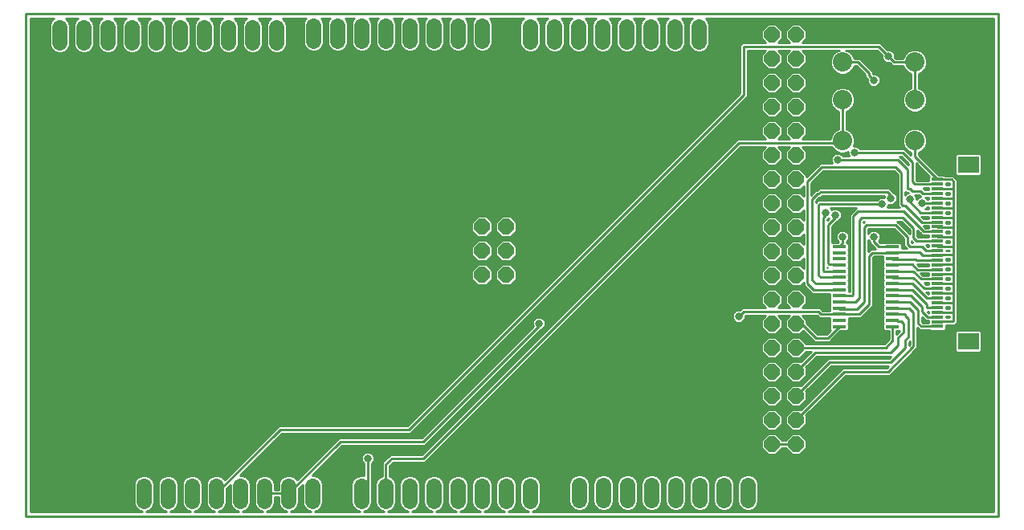
<source format=gtl>
G75*
%MOIN*%
%OFA0B0*%
%FSLAX25Y25*%
%IPPOS*%
%LPD*%
%AMOC8*
5,1,8,0,0,1.08239X$1,22.5*
%
%ADD10C,0.01000*%
%ADD11C,0.06400*%
%ADD12OC8,0.06400*%
%ADD13R,0.05118X0.01181*%
%ADD14R,0.08661X0.07087*%
%ADD15R,0.05800X0.01400*%
%ADD16C,0.08000*%
%ADD17C,0.03200*%
D10*
X0001500Y0001500D02*
X0001500Y0210161D01*
X0405201Y0210161D01*
X0405201Y0001500D01*
X0001500Y0001500D01*
X0003500Y0003500D02*
X0003500Y0208161D01*
X0013293Y0208161D01*
X0013255Y0208146D01*
X0012046Y0206936D01*
X0011391Y0205356D01*
X0011391Y0197245D01*
X0012046Y0195665D01*
X0013255Y0194455D01*
X0014836Y0193800D01*
X0016547Y0193800D01*
X0018127Y0194455D01*
X0019337Y0195665D01*
X0019991Y0197245D01*
X0019991Y0205356D01*
X0019337Y0206936D01*
X0018127Y0208146D01*
X0018089Y0208161D01*
X0023293Y0208161D01*
X0023255Y0208146D01*
X0022046Y0206936D01*
X0021391Y0205356D01*
X0021391Y0197245D01*
X0022046Y0195665D01*
X0023255Y0194455D01*
X0024836Y0193800D01*
X0026547Y0193800D01*
X0028127Y0194455D01*
X0029337Y0195665D01*
X0029991Y0197245D01*
X0029991Y0205356D01*
X0029337Y0206936D01*
X0028127Y0208146D01*
X0028089Y0208161D01*
X0033293Y0208161D01*
X0033255Y0208146D01*
X0032046Y0206936D01*
X0031391Y0205356D01*
X0031391Y0197245D01*
X0032046Y0195665D01*
X0033255Y0194455D01*
X0034836Y0193800D01*
X0036547Y0193800D01*
X0038127Y0194455D01*
X0039337Y0195665D01*
X0039991Y0197245D01*
X0039991Y0205356D01*
X0039337Y0206936D01*
X0038127Y0208146D01*
X0038089Y0208161D01*
X0043293Y0208161D01*
X0043255Y0208146D01*
X0042046Y0206936D01*
X0041391Y0205356D01*
X0041391Y0197245D01*
X0042046Y0195665D01*
X0043255Y0194455D01*
X0044836Y0193800D01*
X0046547Y0193800D01*
X0048127Y0194455D01*
X0049337Y0195665D01*
X0049991Y0197245D01*
X0049991Y0205356D01*
X0049337Y0206936D01*
X0048127Y0208146D01*
X0048089Y0208161D01*
X0053293Y0208161D01*
X0053255Y0208146D01*
X0052046Y0206936D01*
X0051391Y0205356D01*
X0051391Y0197245D01*
X0052046Y0195665D01*
X0053255Y0194455D01*
X0054836Y0193800D01*
X0056547Y0193800D01*
X0058127Y0194455D01*
X0059337Y0195665D01*
X0059991Y0197245D01*
X0059991Y0205356D01*
X0059337Y0206936D01*
X0058127Y0208146D01*
X0058089Y0208161D01*
X0063293Y0208161D01*
X0063255Y0208146D01*
X0062046Y0206936D01*
X0061391Y0205356D01*
X0061391Y0197245D01*
X0062046Y0195665D01*
X0063255Y0194455D01*
X0064836Y0193800D01*
X0066547Y0193800D01*
X0068127Y0194455D01*
X0069337Y0195665D01*
X0069991Y0197245D01*
X0069991Y0205356D01*
X0069337Y0206936D01*
X0068127Y0208146D01*
X0068089Y0208161D01*
X0073293Y0208161D01*
X0073255Y0208146D01*
X0072046Y0206936D01*
X0071391Y0205356D01*
X0071391Y0197245D01*
X0072046Y0195665D01*
X0073255Y0194455D01*
X0074836Y0193800D01*
X0076547Y0193800D01*
X0078127Y0194455D01*
X0079337Y0195665D01*
X0079991Y0197245D01*
X0079991Y0205356D01*
X0079337Y0206936D01*
X0078127Y0208146D01*
X0078089Y0208161D01*
X0083293Y0208161D01*
X0083255Y0208146D01*
X0082046Y0206936D01*
X0081391Y0205356D01*
X0081391Y0197245D01*
X0082046Y0195665D01*
X0083255Y0194455D01*
X0084836Y0193800D01*
X0086547Y0193800D01*
X0088127Y0194455D01*
X0089337Y0195665D01*
X0089991Y0197245D01*
X0089991Y0205356D01*
X0089337Y0206936D01*
X0088127Y0208146D01*
X0088089Y0208161D01*
X0093293Y0208161D01*
X0093255Y0208146D01*
X0092046Y0206936D01*
X0091391Y0205356D01*
X0091391Y0197245D01*
X0092046Y0195665D01*
X0093255Y0194455D01*
X0094836Y0193800D01*
X0096547Y0193800D01*
X0098127Y0194455D01*
X0099337Y0195665D01*
X0099991Y0197245D01*
X0099991Y0205356D01*
X0099337Y0206936D01*
X0098127Y0208146D01*
X0098089Y0208161D01*
X0103293Y0208161D01*
X0103255Y0208146D01*
X0102046Y0206936D01*
X0101391Y0205356D01*
X0101391Y0197245D01*
X0102046Y0195665D01*
X0103255Y0194455D01*
X0104836Y0193800D01*
X0106547Y0193800D01*
X0108127Y0194455D01*
X0109337Y0195665D01*
X0109991Y0197245D01*
X0109991Y0205356D01*
X0109337Y0206936D01*
X0108127Y0208146D01*
X0108089Y0208161D01*
X0117928Y0208161D01*
X0117370Y0207603D01*
X0116715Y0206022D01*
X0116715Y0197912D01*
X0117370Y0196331D01*
X0118579Y0195122D01*
X0120160Y0194467D01*
X0121870Y0194467D01*
X0123451Y0195122D01*
X0124660Y0196331D01*
X0125315Y0197912D01*
X0125315Y0206022D01*
X0124660Y0207603D01*
X0124102Y0208161D01*
X0127928Y0208161D01*
X0127370Y0207603D01*
X0126715Y0206022D01*
X0126715Y0197912D01*
X0127370Y0196331D01*
X0128579Y0195122D01*
X0130160Y0194467D01*
X0131870Y0194467D01*
X0133451Y0195122D01*
X0134660Y0196331D01*
X0135315Y0197912D01*
X0135315Y0206022D01*
X0134660Y0207603D01*
X0134102Y0208161D01*
X0137928Y0208161D01*
X0137370Y0207603D01*
X0136715Y0206022D01*
X0136715Y0197912D01*
X0137370Y0196331D01*
X0138579Y0195122D01*
X0140160Y0194467D01*
X0141870Y0194467D01*
X0143451Y0195122D01*
X0144660Y0196331D01*
X0145315Y0197912D01*
X0145315Y0206022D01*
X0144660Y0207603D01*
X0144102Y0208161D01*
X0147928Y0208161D01*
X0147370Y0207603D01*
X0146715Y0206022D01*
X0146715Y0197912D01*
X0147370Y0196331D01*
X0148579Y0195122D01*
X0150160Y0194467D01*
X0151870Y0194467D01*
X0153451Y0195122D01*
X0154660Y0196331D01*
X0155315Y0197912D01*
X0155315Y0206022D01*
X0154660Y0207603D01*
X0154102Y0208161D01*
X0157928Y0208161D01*
X0157370Y0207603D01*
X0156715Y0206022D01*
X0156715Y0197912D01*
X0157370Y0196331D01*
X0158579Y0195122D01*
X0160160Y0194467D01*
X0161870Y0194467D01*
X0163451Y0195122D01*
X0164660Y0196331D01*
X0165315Y0197912D01*
X0165315Y0206022D01*
X0164660Y0207603D01*
X0164102Y0208161D01*
X0167928Y0208161D01*
X0167370Y0207603D01*
X0166715Y0206022D01*
X0166715Y0197912D01*
X0167370Y0196331D01*
X0168579Y0195122D01*
X0170160Y0194467D01*
X0171870Y0194467D01*
X0173451Y0195122D01*
X0174660Y0196331D01*
X0175315Y0197912D01*
X0175315Y0206022D01*
X0174660Y0207603D01*
X0174102Y0208161D01*
X0177928Y0208161D01*
X0177370Y0207603D01*
X0176715Y0206022D01*
X0176715Y0197912D01*
X0177370Y0196331D01*
X0178579Y0195122D01*
X0180160Y0194467D01*
X0181870Y0194467D01*
X0183451Y0195122D01*
X0184660Y0196331D01*
X0185315Y0197912D01*
X0185315Y0206022D01*
X0184660Y0207603D01*
X0184102Y0208161D01*
X0187928Y0208161D01*
X0187370Y0207603D01*
X0186715Y0206022D01*
X0186715Y0197912D01*
X0187370Y0196331D01*
X0188579Y0195122D01*
X0190160Y0194467D01*
X0191870Y0194467D01*
X0193451Y0195122D01*
X0194660Y0196331D01*
X0195315Y0197912D01*
X0195315Y0206022D01*
X0194660Y0207603D01*
X0194102Y0208161D01*
X0208253Y0208161D01*
X0207361Y0207269D01*
X0206706Y0205689D01*
X0206706Y0197578D01*
X0207361Y0195998D01*
X0208570Y0194788D01*
X0210151Y0194134D01*
X0211861Y0194134D01*
X0213442Y0194788D01*
X0214651Y0195998D01*
X0215306Y0197578D01*
X0215306Y0205689D01*
X0214651Y0207269D01*
X0213759Y0208161D01*
X0218253Y0208161D01*
X0217361Y0207269D01*
X0216706Y0205689D01*
X0216706Y0197578D01*
X0217361Y0195998D01*
X0218570Y0194788D01*
X0220151Y0194134D01*
X0221861Y0194134D01*
X0223442Y0194788D01*
X0224651Y0195998D01*
X0225306Y0197578D01*
X0225306Y0205689D01*
X0224651Y0207269D01*
X0223759Y0208161D01*
X0228253Y0208161D01*
X0227361Y0207269D01*
X0226706Y0205689D01*
X0226706Y0197578D01*
X0227361Y0195998D01*
X0228570Y0194788D01*
X0230151Y0194134D01*
X0231861Y0194134D01*
X0233442Y0194788D01*
X0234651Y0195998D01*
X0235306Y0197578D01*
X0235306Y0205689D01*
X0234651Y0207269D01*
X0233759Y0208161D01*
X0238253Y0208161D01*
X0237361Y0207269D01*
X0236706Y0205689D01*
X0236706Y0197578D01*
X0237361Y0195998D01*
X0238570Y0194788D01*
X0240151Y0194134D01*
X0241861Y0194134D01*
X0243442Y0194788D01*
X0244651Y0195998D01*
X0245306Y0197578D01*
X0245306Y0205689D01*
X0244651Y0207269D01*
X0243759Y0208161D01*
X0248253Y0208161D01*
X0247361Y0207269D01*
X0246706Y0205689D01*
X0246706Y0197578D01*
X0247361Y0195998D01*
X0248570Y0194788D01*
X0250151Y0194134D01*
X0251861Y0194134D01*
X0253442Y0194788D01*
X0254651Y0195998D01*
X0255306Y0197578D01*
X0255306Y0205689D01*
X0254651Y0207269D01*
X0253759Y0208161D01*
X0258253Y0208161D01*
X0257361Y0207269D01*
X0256706Y0205689D01*
X0256706Y0197578D01*
X0257361Y0195998D01*
X0258570Y0194788D01*
X0260151Y0194134D01*
X0261861Y0194134D01*
X0263442Y0194788D01*
X0264651Y0195998D01*
X0265306Y0197578D01*
X0265306Y0205689D01*
X0264651Y0207269D01*
X0263759Y0208161D01*
X0268253Y0208161D01*
X0267361Y0207269D01*
X0266706Y0205689D01*
X0266706Y0197578D01*
X0267361Y0195998D01*
X0268570Y0194788D01*
X0270151Y0194134D01*
X0271861Y0194134D01*
X0273442Y0194788D01*
X0274651Y0195998D01*
X0275306Y0197578D01*
X0275306Y0205689D01*
X0274651Y0207269D01*
X0273759Y0208161D01*
X0278253Y0208161D01*
X0277361Y0207269D01*
X0276706Y0205689D01*
X0276706Y0197578D01*
X0277361Y0195998D01*
X0278570Y0194788D01*
X0280151Y0194134D01*
X0281861Y0194134D01*
X0283442Y0194788D01*
X0284651Y0195998D01*
X0285306Y0197578D01*
X0285306Y0205689D01*
X0284651Y0207269D01*
X0283759Y0208161D01*
X0403201Y0208161D01*
X0403201Y0003500D01*
X0211902Y0003500D01*
X0213449Y0004141D01*
X0214658Y0005350D01*
X0215313Y0006931D01*
X0215313Y0015041D01*
X0214658Y0016622D01*
X0213449Y0017831D01*
X0211868Y0018486D01*
X0210158Y0018486D01*
X0208577Y0017831D01*
X0207368Y0016622D01*
X0206713Y0015041D01*
X0206713Y0006931D01*
X0207368Y0005350D01*
X0208577Y0004141D01*
X0210124Y0003500D01*
X0201902Y0003500D01*
X0203449Y0004141D01*
X0204658Y0005350D01*
X0205313Y0006931D01*
X0205313Y0015041D01*
X0204658Y0016622D01*
X0203449Y0017831D01*
X0201868Y0018486D01*
X0200158Y0018486D01*
X0198577Y0017831D01*
X0197368Y0016622D01*
X0196713Y0015041D01*
X0196713Y0006931D01*
X0197368Y0005350D01*
X0198577Y0004141D01*
X0200124Y0003500D01*
X0191902Y0003500D01*
X0193449Y0004141D01*
X0194658Y0005350D01*
X0195313Y0006931D01*
X0195313Y0015041D01*
X0194658Y0016622D01*
X0193449Y0017831D01*
X0191868Y0018486D01*
X0190158Y0018486D01*
X0188577Y0017831D01*
X0187368Y0016622D01*
X0186713Y0015041D01*
X0186713Y0006931D01*
X0187368Y0005350D01*
X0188577Y0004141D01*
X0190124Y0003500D01*
X0181902Y0003500D01*
X0183449Y0004141D01*
X0184658Y0005350D01*
X0185313Y0006931D01*
X0185313Y0015041D01*
X0184658Y0016622D01*
X0183449Y0017831D01*
X0181868Y0018486D01*
X0180158Y0018486D01*
X0178577Y0017831D01*
X0177368Y0016622D01*
X0176713Y0015041D01*
X0176713Y0006931D01*
X0177368Y0005350D01*
X0178577Y0004141D01*
X0180124Y0003500D01*
X0171902Y0003500D01*
X0173449Y0004141D01*
X0174658Y0005350D01*
X0175313Y0006931D01*
X0175313Y0015041D01*
X0174658Y0016622D01*
X0173449Y0017831D01*
X0171868Y0018486D01*
X0170158Y0018486D01*
X0168577Y0017831D01*
X0167368Y0016622D01*
X0166713Y0015041D01*
X0166713Y0006931D01*
X0167368Y0005350D01*
X0168577Y0004141D01*
X0170124Y0003500D01*
X0161902Y0003500D01*
X0163449Y0004141D01*
X0164658Y0005350D01*
X0165313Y0006931D01*
X0165313Y0015041D01*
X0164658Y0016622D01*
X0163449Y0017831D01*
X0161868Y0018486D01*
X0160158Y0018486D01*
X0158577Y0017831D01*
X0157368Y0016622D01*
X0156713Y0015041D01*
X0156713Y0006931D01*
X0157368Y0005350D01*
X0158577Y0004141D01*
X0160124Y0003500D01*
X0151902Y0003500D01*
X0153449Y0004141D01*
X0154658Y0005350D01*
X0155313Y0006931D01*
X0155313Y0015041D01*
X0154658Y0016622D01*
X0153449Y0017831D01*
X0152613Y0018178D01*
X0152613Y0022350D01*
X0154163Y0023900D01*
X0167163Y0023900D01*
X0168100Y0024837D01*
X0298163Y0154900D01*
X0308580Y0154900D01*
X0306900Y0153220D01*
X0306900Y0149658D01*
X0309419Y0147139D01*
X0312982Y0147139D01*
X0315500Y0149658D01*
X0315500Y0153220D01*
X0313821Y0154900D01*
X0318580Y0154900D01*
X0316900Y0153220D01*
X0316900Y0149658D01*
X0319419Y0147139D01*
X0322982Y0147139D01*
X0325500Y0149658D01*
X0325500Y0153220D01*
X0323821Y0154900D01*
X0335977Y0154900D01*
X0336169Y0154438D01*
X0337603Y0153003D01*
X0339478Y0152227D01*
X0341507Y0152227D01*
X0342800Y0152763D01*
X0342800Y0151963D01*
X0343157Y0151100D01*
X0340718Y0151100D01*
X0340029Y0151789D01*
X0339037Y0152200D01*
X0337963Y0152200D01*
X0336971Y0151789D01*
X0336211Y0151029D01*
X0335800Y0150037D01*
X0335800Y0148963D01*
X0336157Y0148100D01*
X0331337Y0148100D01*
X0330400Y0147163D01*
X0325500Y0142263D01*
X0325500Y0143220D01*
X0322982Y0145739D01*
X0319419Y0145739D01*
X0316900Y0143220D01*
X0316900Y0139658D01*
X0319419Y0137139D01*
X0322982Y0137139D01*
X0324400Y0138557D01*
X0324400Y0134321D01*
X0322982Y0135739D01*
X0319419Y0135739D01*
X0316900Y0133220D01*
X0316900Y0129658D01*
X0319419Y0127139D01*
X0322982Y0127139D01*
X0324400Y0128557D01*
X0324400Y0124321D01*
X0322982Y0125739D01*
X0319419Y0125739D01*
X0316900Y0123220D01*
X0316900Y0119658D01*
X0319419Y0117139D01*
X0322982Y0117139D01*
X0324400Y0118557D01*
X0324400Y0114321D01*
X0322982Y0115739D01*
X0319419Y0115739D01*
X0316900Y0113220D01*
X0316900Y0109658D01*
X0319419Y0107139D01*
X0322982Y0107139D01*
X0324400Y0108557D01*
X0324400Y0104321D01*
X0322982Y0105739D01*
X0319419Y0105739D01*
X0316900Y0103220D01*
X0316900Y0099658D01*
X0319419Y0097139D01*
X0322982Y0097139D01*
X0324400Y0098557D01*
X0324400Y0097337D01*
X0325337Y0096400D01*
X0327837Y0093900D01*
X0335140Y0093900D01*
X0335140Y0091859D01*
X0335285Y0091715D01*
X0335140Y0091571D01*
X0335140Y0089259D01*
X0335285Y0089115D01*
X0335140Y0088971D01*
X0335140Y0086915D01*
X0332348Y0086915D01*
X0331163Y0088100D01*
X0323943Y0088100D01*
X0325500Y0089658D01*
X0325500Y0093220D01*
X0322982Y0095739D01*
X0319419Y0095739D01*
X0316900Y0093220D01*
X0316900Y0089658D01*
X0318458Y0088100D01*
X0313943Y0088100D01*
X0315500Y0089658D01*
X0315500Y0093220D01*
X0312982Y0095739D01*
X0309419Y0095739D01*
X0306900Y0093220D01*
X0306900Y0089658D01*
X0308458Y0088100D01*
X0298837Y0088100D01*
X0297937Y0087200D01*
X0296963Y0087200D01*
X0295971Y0086789D01*
X0295211Y0086029D01*
X0294800Y0085037D01*
X0294800Y0083963D01*
X0295211Y0082971D01*
X0295971Y0082211D01*
X0296963Y0081800D01*
X0298037Y0081800D01*
X0299029Y0082211D01*
X0299789Y0082971D01*
X0300200Y0083963D01*
X0300200Y0084900D01*
X0308580Y0084900D01*
X0306900Y0083220D01*
X0306900Y0079658D01*
X0309419Y0077139D01*
X0312982Y0077139D01*
X0315500Y0079658D01*
X0315500Y0083220D01*
X0313821Y0084900D01*
X0318580Y0084900D01*
X0316900Y0083220D01*
X0316900Y0079658D01*
X0319419Y0077139D01*
X0322982Y0077139D01*
X0324290Y0078447D01*
X0328837Y0073900D01*
X0335088Y0073900D01*
X0336025Y0074837D01*
X0339603Y0078415D01*
X0342496Y0078415D01*
X0343140Y0079059D01*
X0343140Y0081371D01*
X0343046Y0081465D01*
X0343140Y0081559D01*
X0343140Y0083871D01*
X0343111Y0083900D01*
X0348163Y0083900D01*
X0352163Y0087900D01*
X0353100Y0088837D01*
X0353100Y0108837D01*
X0353578Y0109315D01*
X0357340Y0109315D01*
X0357340Y0107159D01*
X0357435Y0107065D01*
X0357340Y0106971D01*
X0357340Y0104659D01*
X0357485Y0104515D01*
X0357340Y0104371D01*
X0357340Y0102059D01*
X0357485Y0101915D01*
X0357340Y0101771D01*
X0357340Y0099459D01*
X0357435Y0099365D01*
X0357340Y0099271D01*
X0357340Y0096959D01*
X0357485Y0096815D01*
X0357340Y0096671D01*
X0357340Y0094359D01*
X0357435Y0094265D01*
X0357340Y0094171D01*
X0357340Y0091859D01*
X0357485Y0091715D01*
X0357340Y0091571D01*
X0357340Y0089259D01*
X0357485Y0089115D01*
X0357340Y0088971D01*
X0357340Y0086659D01*
X0357435Y0086565D01*
X0357340Y0086471D01*
X0357340Y0084159D01*
X0357485Y0084015D01*
X0357340Y0083871D01*
X0357340Y0081559D01*
X0357435Y0081465D01*
X0357340Y0081371D01*
X0357340Y0079059D01*
X0357985Y0078415D01*
X0359740Y0078415D01*
X0359740Y0075003D01*
X0357837Y0073100D01*
X0325500Y0073100D01*
X0325500Y0073220D01*
X0322982Y0075739D01*
X0319419Y0075739D01*
X0316900Y0073220D01*
X0316900Y0069658D01*
X0319419Y0067139D01*
X0322982Y0067139D01*
X0325500Y0069658D01*
X0325500Y0069900D01*
X0327399Y0069900D01*
X0323110Y0065611D01*
X0322982Y0065739D01*
X0319419Y0065739D01*
X0316900Y0063220D01*
X0316900Y0059658D01*
X0319419Y0057139D01*
X0322982Y0057139D01*
X0325500Y0059658D01*
X0325500Y0063220D01*
X0325372Y0063348D01*
X0329924Y0067900D01*
X0360637Y0067900D01*
X0359837Y0067100D01*
X0334599Y0067100D01*
X0333661Y0066163D01*
X0323110Y0055611D01*
X0322982Y0055739D01*
X0319419Y0055739D01*
X0316900Y0053220D01*
X0316900Y0049658D01*
X0319419Y0047139D01*
X0322982Y0047139D01*
X0325500Y0049658D01*
X0325500Y0053220D01*
X0325372Y0053348D01*
X0335924Y0063900D01*
X0359637Y0063900D01*
X0358837Y0063100D01*
X0340599Y0063100D01*
X0339661Y0062163D01*
X0323110Y0045611D01*
X0322982Y0045739D01*
X0319419Y0045739D01*
X0316900Y0043220D01*
X0316900Y0039658D01*
X0319419Y0037139D01*
X0322982Y0037139D01*
X0325500Y0039658D01*
X0325500Y0043220D01*
X0325372Y0043348D01*
X0341924Y0059900D01*
X0360163Y0059900D01*
X0370663Y0070400D01*
X0371600Y0071337D01*
X0371600Y0079637D01*
X0371644Y0079593D01*
X0372581Y0078656D01*
X0376907Y0078656D01*
X0376997Y0078565D01*
X0383027Y0078565D01*
X0383671Y0079210D01*
X0383671Y0080900D01*
X0387163Y0080900D01*
X0388100Y0081837D01*
X0388100Y0141163D01*
X0387320Y0141942D01*
X0386383Y0142880D01*
X0383117Y0142880D01*
X0383027Y0142970D01*
X0380584Y0142970D01*
X0372092Y0151462D01*
X0372092Y0152469D01*
X0373381Y0153003D01*
X0374816Y0154438D01*
X0375592Y0156312D01*
X0375592Y0158341D01*
X0374816Y0160216D01*
X0373381Y0161650D01*
X0371507Y0162427D01*
X0369478Y0162427D01*
X0367603Y0161650D01*
X0366169Y0160216D01*
X0365392Y0158341D01*
X0365392Y0156312D01*
X0366169Y0154438D01*
X0367603Y0153003D01*
X0368892Y0152469D01*
X0368892Y0151371D01*
X0366163Y0154100D01*
X0347718Y0154100D01*
X0347029Y0154789D01*
X0346037Y0155200D01*
X0345131Y0155200D01*
X0345592Y0156312D01*
X0345592Y0158341D01*
X0344816Y0160216D01*
X0343381Y0161650D01*
X0342092Y0162184D01*
X0342092Y0169441D01*
X0343413Y0169987D01*
X0344847Y0171422D01*
X0345624Y0173297D01*
X0345624Y0175325D01*
X0344847Y0177200D01*
X0343413Y0178635D01*
X0341538Y0179411D01*
X0339509Y0179411D01*
X0337635Y0178635D01*
X0336200Y0177200D01*
X0335424Y0175325D01*
X0335424Y0173297D01*
X0336200Y0171422D01*
X0337635Y0169987D01*
X0338892Y0169467D01*
X0338892Y0162184D01*
X0337603Y0161650D01*
X0336169Y0160216D01*
X0335392Y0158341D01*
X0335392Y0158100D01*
X0323943Y0158100D01*
X0325500Y0159658D01*
X0325500Y0163220D01*
X0322982Y0165739D01*
X0319419Y0165739D01*
X0316900Y0163220D01*
X0316900Y0159658D01*
X0318458Y0158100D01*
X0313943Y0158100D01*
X0315500Y0159658D01*
X0315500Y0163220D01*
X0312982Y0165739D01*
X0309419Y0165739D01*
X0306900Y0163220D01*
X0306900Y0159658D01*
X0308458Y0158100D01*
X0296837Y0158100D01*
X0165837Y0027100D01*
X0152837Y0027100D01*
X0151900Y0026163D01*
X0151900Y0026163D01*
X0150350Y0024613D01*
X0149413Y0023676D01*
X0149413Y0018178D01*
X0148577Y0017831D01*
X0147368Y0016622D01*
X0146713Y0015041D01*
X0146713Y0006931D01*
X0147368Y0005350D01*
X0148577Y0004141D01*
X0150124Y0003500D01*
X0141902Y0003500D01*
X0143449Y0004141D01*
X0144658Y0005350D01*
X0145313Y0006931D01*
X0145313Y0015041D01*
X0145100Y0015556D01*
X0145100Y0023282D01*
X0145789Y0023971D01*
X0146200Y0024963D01*
X0146200Y0026037D01*
X0145789Y0027029D01*
X0145029Y0027789D01*
X0144037Y0028200D01*
X0142963Y0028200D01*
X0141971Y0027789D01*
X0141211Y0027029D01*
X0140800Y0026037D01*
X0140800Y0024963D01*
X0141211Y0023971D01*
X0141900Y0023282D01*
X0141900Y0018473D01*
X0141868Y0018486D01*
X0140158Y0018486D01*
X0138577Y0017831D01*
X0137368Y0016622D01*
X0136713Y0015041D01*
X0136713Y0006931D01*
X0137368Y0005350D01*
X0138577Y0004141D01*
X0140124Y0003500D01*
X0121578Y0003500D01*
X0123124Y0004141D01*
X0124334Y0005350D01*
X0124989Y0006931D01*
X0124989Y0015041D01*
X0124334Y0016622D01*
X0123124Y0017831D01*
X0121544Y0018486D01*
X0120451Y0018486D01*
X0132865Y0030900D01*
X0167163Y0030900D01*
X0215081Y0078818D01*
X0216029Y0079211D01*
X0216789Y0079971D01*
X0217200Y0080963D01*
X0217200Y0082037D01*
X0216789Y0083029D01*
X0216029Y0083789D01*
X0215037Y0084200D01*
X0213963Y0084200D01*
X0212971Y0083789D01*
X0212211Y0083029D01*
X0211800Y0082037D01*
X0211800Y0080963D01*
X0212064Y0080326D01*
X0165837Y0034100D01*
X0131540Y0034100D01*
X0130603Y0033163D01*
X0114198Y0016758D01*
X0113124Y0017831D01*
X0111544Y0018486D01*
X0109833Y0018486D01*
X0108253Y0017831D01*
X0107043Y0016622D01*
X0106389Y0015041D01*
X0106389Y0012586D01*
X0104989Y0012586D01*
X0104989Y0015041D01*
X0104334Y0016622D01*
X0103124Y0017831D01*
X0101544Y0018486D01*
X0099833Y0018486D01*
X0098253Y0017831D01*
X0097043Y0016622D01*
X0096389Y0015041D01*
X0096389Y0006931D01*
X0097043Y0005350D01*
X0098253Y0004141D01*
X0099800Y0003500D01*
X0091578Y0003500D01*
X0093124Y0004141D01*
X0094334Y0005350D01*
X0094989Y0006931D01*
X0094989Y0015041D01*
X0094334Y0016622D01*
X0093124Y0017831D01*
X0091544Y0018486D01*
X0090451Y0018486D01*
X0107865Y0035900D01*
X0161163Y0035900D01*
X0300163Y0174900D01*
X0301100Y0175837D01*
X0301100Y0194900D01*
X0308580Y0194900D01*
X0306900Y0193220D01*
X0306900Y0189658D01*
X0309419Y0187139D01*
X0312982Y0187139D01*
X0315500Y0189658D01*
X0315500Y0193220D01*
X0313821Y0194900D01*
X0318580Y0194900D01*
X0316900Y0193220D01*
X0316900Y0189658D01*
X0319419Y0187139D01*
X0322982Y0187139D01*
X0325500Y0189658D01*
X0325500Y0193220D01*
X0323821Y0194900D01*
X0339128Y0194900D01*
X0337650Y0194288D01*
X0336216Y0192853D01*
X0335439Y0190979D01*
X0335439Y0188950D01*
X0336216Y0187076D01*
X0337650Y0185641D01*
X0339525Y0184865D01*
X0341554Y0184865D01*
X0343428Y0185641D01*
X0344863Y0187076D01*
X0345397Y0188365D01*
X0346373Y0188365D01*
X0349900Y0184837D01*
X0349900Y0183837D01*
X0350800Y0182937D01*
X0350800Y0181963D01*
X0351211Y0180971D01*
X0351971Y0180211D01*
X0352963Y0179800D01*
X0354037Y0179800D01*
X0355029Y0180211D01*
X0355789Y0180971D01*
X0356200Y0181963D01*
X0356200Y0183037D01*
X0355789Y0184029D01*
X0355029Y0184789D01*
X0354037Y0185200D01*
X0353100Y0185200D01*
X0353100Y0186163D01*
X0352163Y0187100D01*
X0352163Y0187100D01*
X0348635Y0190627D01*
X0347698Y0191565D01*
X0345397Y0191565D01*
X0344863Y0192853D01*
X0343428Y0194288D01*
X0341951Y0194900D01*
X0354837Y0194900D01*
X0356800Y0192937D01*
X0356800Y0191963D01*
X0357211Y0190971D01*
X0357971Y0190211D01*
X0358963Y0189800D01*
X0359937Y0189800D01*
X0360435Y0189302D01*
X0361373Y0188365D01*
X0365682Y0188365D01*
X0366216Y0187076D01*
X0367650Y0185641D01*
X0368924Y0185114D01*
X0368924Y0179168D01*
X0367635Y0178635D01*
X0366200Y0177200D01*
X0365424Y0175325D01*
X0365424Y0173297D01*
X0366200Y0171422D01*
X0367635Y0169987D01*
X0369509Y0169211D01*
X0371538Y0169211D01*
X0373413Y0169987D01*
X0374847Y0171422D01*
X0375624Y0173297D01*
X0375624Y0175325D01*
X0374847Y0177200D01*
X0373413Y0178635D01*
X0372124Y0179168D01*
X0372124Y0185101D01*
X0373428Y0185641D01*
X0374863Y0187076D01*
X0375639Y0188950D01*
X0375639Y0190979D01*
X0374863Y0192853D01*
X0373428Y0194288D01*
X0371554Y0195065D01*
X0369525Y0195065D01*
X0367650Y0194288D01*
X0366216Y0192853D01*
X0365682Y0191565D01*
X0362698Y0191565D01*
X0362200Y0192063D01*
X0362200Y0193037D01*
X0361789Y0194029D01*
X0361029Y0194789D01*
X0360037Y0195200D01*
X0359063Y0195200D01*
X0356163Y0198100D01*
X0323943Y0198100D01*
X0325500Y0199658D01*
X0325500Y0203220D01*
X0322982Y0205739D01*
X0319419Y0205739D01*
X0316900Y0203220D01*
X0316900Y0199658D01*
X0318458Y0198100D01*
X0313943Y0198100D01*
X0315500Y0199658D01*
X0315500Y0203220D01*
X0312982Y0205739D01*
X0309419Y0205739D01*
X0306900Y0203220D01*
X0306900Y0199658D01*
X0308458Y0198100D01*
X0298837Y0198100D01*
X0297900Y0197163D01*
X0297900Y0177163D01*
X0159837Y0039100D01*
X0106540Y0039100D01*
X0105603Y0038163D01*
X0084198Y0016758D01*
X0083124Y0017831D01*
X0081544Y0018486D01*
X0079833Y0018486D01*
X0078253Y0017831D01*
X0077043Y0016622D01*
X0076389Y0015041D01*
X0076389Y0006931D01*
X0077043Y0005350D01*
X0078253Y0004141D01*
X0079800Y0003500D01*
X0071578Y0003500D01*
X0073124Y0004141D01*
X0074334Y0005350D01*
X0074989Y0006931D01*
X0074989Y0015041D01*
X0074334Y0016622D01*
X0073124Y0017831D01*
X0071544Y0018486D01*
X0069833Y0018486D01*
X0068253Y0017831D01*
X0067043Y0016622D01*
X0066389Y0015041D01*
X0066389Y0006931D01*
X0067043Y0005350D01*
X0068253Y0004141D01*
X0069800Y0003500D01*
X0061578Y0003500D01*
X0063124Y0004141D01*
X0064334Y0005350D01*
X0064989Y0006931D01*
X0064989Y0015041D01*
X0064334Y0016622D01*
X0063124Y0017831D01*
X0061544Y0018486D01*
X0059833Y0018486D01*
X0058253Y0017831D01*
X0057043Y0016622D01*
X0056389Y0015041D01*
X0056389Y0006931D01*
X0057043Y0005350D01*
X0058253Y0004141D01*
X0059800Y0003500D01*
X0051578Y0003500D01*
X0053124Y0004141D01*
X0054334Y0005350D01*
X0054989Y0006931D01*
X0054989Y0015041D01*
X0054334Y0016622D01*
X0053124Y0017831D01*
X0051544Y0018486D01*
X0049833Y0018486D01*
X0048253Y0017831D01*
X0047043Y0016622D01*
X0046389Y0015041D01*
X0046389Y0006931D01*
X0047043Y0005350D01*
X0048253Y0004141D01*
X0049800Y0003500D01*
X0003500Y0003500D01*
X0003500Y0004496D02*
X0047898Y0004496D01*
X0046984Y0005494D02*
X0003500Y0005494D01*
X0003500Y0006493D02*
X0046570Y0006493D01*
X0046389Y0007491D02*
X0003500Y0007491D01*
X0003500Y0008490D02*
X0046389Y0008490D01*
X0046389Y0009488D02*
X0003500Y0009488D01*
X0003500Y0010487D02*
X0046389Y0010487D01*
X0046389Y0011485D02*
X0003500Y0011485D01*
X0003500Y0012484D02*
X0046389Y0012484D01*
X0046389Y0013482D02*
X0003500Y0013482D01*
X0003500Y0014481D02*
X0046389Y0014481D01*
X0046570Y0015479D02*
X0003500Y0015479D01*
X0003500Y0016478D02*
X0046984Y0016478D01*
X0047898Y0017476D02*
X0003500Y0017476D01*
X0003500Y0018475D02*
X0049806Y0018475D01*
X0051571Y0018475D02*
X0059806Y0018475D01*
X0061571Y0018475D02*
X0069806Y0018475D01*
X0071571Y0018475D02*
X0079806Y0018475D01*
X0081571Y0018475D02*
X0085915Y0018475D01*
X0086913Y0019473D02*
X0003500Y0019473D01*
X0003500Y0020472D02*
X0087912Y0020472D01*
X0088910Y0021470D02*
X0003500Y0021470D01*
X0003500Y0022469D02*
X0089909Y0022469D01*
X0090907Y0023467D02*
X0003500Y0023467D01*
X0003500Y0024466D02*
X0091906Y0024466D01*
X0092904Y0025464D02*
X0003500Y0025464D01*
X0003500Y0026463D02*
X0093903Y0026463D01*
X0094901Y0027461D02*
X0003500Y0027461D01*
X0003500Y0028460D02*
X0095900Y0028460D01*
X0096898Y0029458D02*
X0003500Y0029458D01*
X0003500Y0030457D02*
X0097897Y0030457D01*
X0098895Y0031455D02*
X0003500Y0031455D01*
X0003500Y0032454D02*
X0099894Y0032454D01*
X0100892Y0033452D02*
X0003500Y0033452D01*
X0003500Y0034451D02*
X0101891Y0034451D01*
X0102889Y0035449D02*
X0003500Y0035449D01*
X0003500Y0036448D02*
X0103888Y0036448D01*
X0104886Y0037446D02*
X0003500Y0037446D01*
X0003500Y0038445D02*
X0105885Y0038445D01*
X0107203Y0037500D02*
X0160500Y0037500D01*
X0299500Y0176500D01*
X0299500Y0196500D01*
X0355500Y0196500D01*
X0359500Y0192500D01*
X0362035Y0189965D01*
X0370539Y0189965D01*
X0370524Y0189949D01*
X0370524Y0174311D01*
X0375245Y0176239D02*
X0403201Y0176239D01*
X0403201Y0175241D02*
X0375624Y0175241D01*
X0375624Y0174242D02*
X0403201Y0174242D01*
X0403201Y0173244D02*
X0375602Y0173244D01*
X0375188Y0172245D02*
X0403201Y0172245D01*
X0403201Y0171247D02*
X0374672Y0171247D01*
X0373673Y0170248D02*
X0403201Y0170248D01*
X0403201Y0169250D02*
X0371632Y0169250D01*
X0369415Y0169250D02*
X0342092Y0169250D01*
X0342092Y0168251D02*
X0403201Y0168251D01*
X0403201Y0167253D02*
X0342092Y0167253D01*
X0342092Y0166254D02*
X0403201Y0166254D01*
X0403201Y0165256D02*
X0342092Y0165256D01*
X0342092Y0164257D02*
X0403201Y0164257D01*
X0403201Y0163259D02*
X0342092Y0163259D01*
X0342092Y0162260D02*
X0369076Y0162260D01*
X0367215Y0161262D02*
X0343770Y0161262D01*
X0344768Y0160263D02*
X0366216Y0160263D01*
X0365775Y0159265D02*
X0345210Y0159265D01*
X0345592Y0158266D02*
X0365392Y0158266D01*
X0365392Y0157268D02*
X0345592Y0157268D01*
X0345574Y0156269D02*
X0365410Y0156269D01*
X0365824Y0155271D02*
X0345161Y0155271D01*
X0347546Y0154272D02*
X0366334Y0154272D01*
X0366989Y0153274D02*
X0367333Y0153274D01*
X0367988Y0152275D02*
X0368892Y0152275D01*
X0370492Y0150799D02*
X0370492Y0157327D01*
X0375210Y0159265D02*
X0403201Y0159265D01*
X0403201Y0160263D02*
X0374768Y0160263D01*
X0373770Y0161262D02*
X0403201Y0161262D01*
X0403201Y0162260D02*
X0371908Y0162260D01*
X0375592Y0158266D02*
X0403201Y0158266D01*
X0403201Y0157268D02*
X0375592Y0157268D01*
X0375574Y0156269D02*
X0403201Y0156269D01*
X0403201Y0155271D02*
X0375161Y0155271D01*
X0374650Y0154272D02*
X0403201Y0154272D01*
X0403201Y0153274D02*
X0373652Y0153274D01*
X0372092Y0152275D02*
X0403201Y0152275D01*
X0403201Y0151277D02*
X0398238Y0151277D01*
X0398238Y0151381D02*
X0397593Y0152025D01*
X0388021Y0152025D01*
X0387376Y0151381D01*
X0387376Y0143383D01*
X0388021Y0142739D01*
X0397593Y0142739D01*
X0398238Y0143383D01*
X0398238Y0151381D01*
X0398238Y0150278D02*
X0403201Y0150278D01*
X0403201Y0149280D02*
X0398238Y0149280D01*
X0398238Y0148281D02*
X0403201Y0148281D01*
X0403201Y0147283D02*
X0398238Y0147283D01*
X0398238Y0146284D02*
X0403201Y0146284D01*
X0403201Y0145286D02*
X0398238Y0145286D01*
X0398238Y0144287D02*
X0403201Y0144287D01*
X0403201Y0143289D02*
X0398143Y0143289D01*
X0403201Y0142290D02*
X0386973Y0142290D01*
X0387471Y0143289D02*
X0380265Y0143289D01*
X0379267Y0144287D02*
X0387376Y0144287D01*
X0387376Y0145286D02*
X0378268Y0145286D01*
X0377270Y0146284D02*
X0387376Y0146284D01*
X0387376Y0147283D02*
X0376271Y0147283D01*
X0375273Y0148281D02*
X0387376Y0148281D01*
X0387376Y0149280D02*
X0374274Y0149280D01*
X0373276Y0150278D02*
X0387376Y0150278D01*
X0387376Y0151277D02*
X0372277Y0151277D01*
X0370492Y0150799D02*
X0380012Y0141280D01*
X0385720Y0141280D01*
X0386500Y0140500D01*
X0386500Y0137500D01*
X0380169Y0137500D01*
X0380012Y0137343D01*
X0379886Y0135500D02*
X0374000Y0135500D01*
X0373000Y0136500D01*
X0369500Y0136500D01*
X0368500Y0137500D01*
X0367500Y0137500D01*
X0367500Y0145500D01*
X0363500Y0149500D01*
X0338500Y0149500D01*
X0340542Y0151277D02*
X0343084Y0151277D01*
X0342800Y0152275D02*
X0341624Y0152275D01*
X0339361Y0152275D02*
X0325500Y0152275D01*
X0325500Y0151277D02*
X0336458Y0151277D01*
X0335900Y0150278D02*
X0325500Y0150278D01*
X0325122Y0149280D02*
X0335800Y0149280D01*
X0336082Y0148281D02*
X0324124Y0148281D01*
X0323125Y0147283D02*
X0330520Y0147283D01*
X0329521Y0146284D02*
X0289547Y0146284D01*
X0288548Y0145286D02*
X0308966Y0145286D01*
X0309419Y0145739D02*
X0306900Y0143220D01*
X0306900Y0139658D01*
X0309419Y0137139D01*
X0312982Y0137139D01*
X0315500Y0139658D01*
X0315500Y0143220D01*
X0312982Y0145739D01*
X0309419Y0145739D01*
X0309276Y0147283D02*
X0290545Y0147283D01*
X0291544Y0148281D02*
X0308277Y0148281D01*
X0307279Y0149280D02*
X0292542Y0149280D01*
X0293541Y0150278D02*
X0306900Y0150278D01*
X0306900Y0151277D02*
X0294539Y0151277D01*
X0295538Y0152275D02*
X0306900Y0152275D01*
X0306954Y0153274D02*
X0296536Y0153274D01*
X0297535Y0154272D02*
X0307953Y0154272D01*
X0308292Y0158266D02*
X0283529Y0158266D01*
X0282530Y0157268D02*
X0296005Y0157268D01*
X0295007Y0156269D02*
X0281532Y0156269D01*
X0280533Y0155271D02*
X0294008Y0155271D01*
X0293009Y0154272D02*
X0279535Y0154272D01*
X0278536Y0153274D02*
X0292011Y0153274D01*
X0291012Y0152275D02*
X0277538Y0152275D01*
X0276539Y0151277D02*
X0290014Y0151277D01*
X0289015Y0150278D02*
X0275541Y0150278D01*
X0274542Y0149280D02*
X0288017Y0149280D01*
X0287018Y0148281D02*
X0273544Y0148281D01*
X0272545Y0147283D02*
X0286020Y0147283D01*
X0285021Y0146284D02*
X0271547Y0146284D01*
X0270548Y0145286D02*
X0284023Y0145286D01*
X0283024Y0144287D02*
X0269550Y0144287D01*
X0268551Y0143289D02*
X0282026Y0143289D01*
X0281027Y0142290D02*
X0267553Y0142290D01*
X0266554Y0141292D02*
X0280029Y0141292D01*
X0279030Y0140293D02*
X0265556Y0140293D01*
X0264557Y0139295D02*
X0278032Y0139295D01*
X0277033Y0138296D02*
X0263559Y0138296D01*
X0262560Y0137298D02*
X0276035Y0137298D01*
X0275036Y0136299D02*
X0261562Y0136299D01*
X0260563Y0135301D02*
X0274038Y0135301D01*
X0273039Y0134302D02*
X0259565Y0134302D01*
X0258566Y0133303D02*
X0272041Y0133303D01*
X0271042Y0132305D02*
X0257568Y0132305D01*
X0256569Y0131306D02*
X0270044Y0131306D01*
X0269045Y0130308D02*
X0255571Y0130308D01*
X0254572Y0129309D02*
X0268047Y0129309D01*
X0267048Y0128311D02*
X0253574Y0128311D01*
X0252575Y0127312D02*
X0266050Y0127312D01*
X0265051Y0126314D02*
X0251577Y0126314D01*
X0250578Y0125315D02*
X0264053Y0125315D01*
X0263054Y0124317D02*
X0249580Y0124317D01*
X0248581Y0123318D02*
X0262056Y0123318D01*
X0261057Y0122320D02*
X0247583Y0122320D01*
X0246584Y0121321D02*
X0260059Y0121321D01*
X0259060Y0120323D02*
X0245586Y0120323D01*
X0244587Y0119324D02*
X0258062Y0119324D01*
X0257063Y0118326D02*
X0243589Y0118326D01*
X0242590Y0117327D02*
X0256065Y0117327D01*
X0255066Y0116329D02*
X0241592Y0116329D01*
X0240593Y0115330D02*
X0254068Y0115330D01*
X0253069Y0114332D02*
X0239595Y0114332D01*
X0238596Y0113333D02*
X0252071Y0113333D01*
X0251072Y0112335D02*
X0237597Y0112335D01*
X0236599Y0111336D02*
X0250074Y0111336D01*
X0249075Y0110338D02*
X0235600Y0110338D01*
X0234602Y0109339D02*
X0248076Y0109339D01*
X0247078Y0108341D02*
X0233603Y0108341D01*
X0232605Y0107342D02*
X0246079Y0107342D01*
X0245081Y0106344D02*
X0231606Y0106344D01*
X0230608Y0105345D02*
X0244082Y0105345D01*
X0243084Y0104347D02*
X0229609Y0104347D01*
X0228611Y0103348D02*
X0242085Y0103348D01*
X0241087Y0102350D02*
X0227612Y0102350D01*
X0226614Y0101351D02*
X0240088Y0101351D01*
X0239090Y0100353D02*
X0225615Y0100353D01*
X0224617Y0099354D02*
X0238091Y0099354D01*
X0237093Y0098356D02*
X0223618Y0098356D01*
X0222620Y0097357D02*
X0236094Y0097357D01*
X0235096Y0096359D02*
X0221621Y0096359D01*
X0220623Y0095360D02*
X0234097Y0095360D01*
X0233099Y0094362D02*
X0219624Y0094362D01*
X0218626Y0093363D02*
X0232100Y0093363D01*
X0231102Y0092365D02*
X0217627Y0092365D01*
X0216629Y0091366D02*
X0230103Y0091366D01*
X0229105Y0090368D02*
X0215630Y0090368D01*
X0214632Y0089369D02*
X0228106Y0089369D01*
X0227108Y0088370D02*
X0213633Y0088370D01*
X0212635Y0087372D02*
X0226109Y0087372D01*
X0225111Y0086373D02*
X0211636Y0086373D01*
X0210638Y0085375D02*
X0224112Y0085375D01*
X0223114Y0084376D02*
X0209639Y0084376D01*
X0208641Y0083378D02*
X0212560Y0083378D01*
X0211942Y0082379D02*
X0207642Y0082379D01*
X0206644Y0081381D02*
X0211800Y0081381D01*
X0212040Y0080382D02*
X0205645Y0080382D01*
X0204647Y0079384D02*
X0211121Y0079384D01*
X0210123Y0078385D02*
X0203648Y0078385D01*
X0202650Y0077387D02*
X0209124Y0077387D01*
X0208126Y0076388D02*
X0201651Y0076388D01*
X0200653Y0075390D02*
X0207127Y0075390D01*
X0206129Y0074391D02*
X0199654Y0074391D01*
X0198656Y0073393D02*
X0205130Y0073393D01*
X0204132Y0072394D02*
X0197657Y0072394D01*
X0196659Y0071396D02*
X0203133Y0071396D01*
X0202135Y0070397D02*
X0195660Y0070397D01*
X0194662Y0069399D02*
X0201136Y0069399D01*
X0200138Y0068400D02*
X0193663Y0068400D01*
X0192664Y0067402D02*
X0199139Y0067402D01*
X0198141Y0066403D02*
X0191666Y0066403D01*
X0190667Y0065405D02*
X0197142Y0065405D01*
X0196143Y0064406D02*
X0189669Y0064406D01*
X0188670Y0063408D02*
X0195145Y0063408D01*
X0194146Y0062409D02*
X0187672Y0062409D01*
X0186673Y0061411D02*
X0193148Y0061411D01*
X0192149Y0060412D02*
X0185675Y0060412D01*
X0184676Y0059414D02*
X0191151Y0059414D01*
X0190152Y0058415D02*
X0183678Y0058415D01*
X0182679Y0057417D02*
X0189154Y0057417D01*
X0188155Y0056418D02*
X0181681Y0056418D01*
X0180682Y0055420D02*
X0187157Y0055420D01*
X0186158Y0054421D02*
X0179684Y0054421D01*
X0178685Y0053423D02*
X0185160Y0053423D01*
X0184161Y0052424D02*
X0177687Y0052424D01*
X0176688Y0051426D02*
X0183163Y0051426D01*
X0182164Y0050427D02*
X0175690Y0050427D01*
X0174691Y0049429D02*
X0181166Y0049429D01*
X0180167Y0048430D02*
X0173693Y0048430D01*
X0172694Y0047432D02*
X0179169Y0047432D01*
X0178170Y0046433D02*
X0171696Y0046433D01*
X0170697Y0045434D02*
X0177172Y0045434D01*
X0176173Y0044436D02*
X0169699Y0044436D01*
X0168700Y0043437D02*
X0175175Y0043437D01*
X0174176Y0042439D02*
X0167702Y0042439D01*
X0166703Y0041440D02*
X0173178Y0041440D01*
X0172179Y0040442D02*
X0165705Y0040442D01*
X0164706Y0039443D02*
X0171181Y0039443D01*
X0170182Y0038445D02*
X0163708Y0038445D01*
X0162709Y0037446D02*
X0169184Y0037446D01*
X0168185Y0036448D02*
X0161711Y0036448D01*
X0160181Y0039443D02*
X0003500Y0039443D01*
X0003500Y0040442D02*
X0161179Y0040442D01*
X0162178Y0041440D02*
X0003500Y0041440D01*
X0003500Y0042439D02*
X0163176Y0042439D01*
X0164175Y0043437D02*
X0003500Y0043437D01*
X0003500Y0044436D02*
X0165173Y0044436D01*
X0166172Y0045434D02*
X0003500Y0045434D01*
X0003500Y0046433D02*
X0167170Y0046433D01*
X0168169Y0047432D02*
X0003500Y0047432D01*
X0003500Y0048430D02*
X0169167Y0048430D01*
X0170166Y0049429D02*
X0003500Y0049429D01*
X0003500Y0050427D02*
X0171164Y0050427D01*
X0172163Y0051426D02*
X0003500Y0051426D01*
X0003500Y0052424D02*
X0173161Y0052424D01*
X0174160Y0053423D02*
X0003500Y0053423D01*
X0003500Y0054421D02*
X0175158Y0054421D01*
X0176157Y0055420D02*
X0003500Y0055420D01*
X0003500Y0056418D02*
X0177155Y0056418D01*
X0178154Y0057417D02*
X0003500Y0057417D01*
X0003500Y0058415D02*
X0179152Y0058415D01*
X0180151Y0059414D02*
X0003500Y0059414D01*
X0003500Y0060412D02*
X0181149Y0060412D01*
X0182148Y0061411D02*
X0003500Y0061411D01*
X0003500Y0062409D02*
X0183146Y0062409D01*
X0184145Y0063408D02*
X0003500Y0063408D01*
X0003500Y0064406D02*
X0185143Y0064406D01*
X0186142Y0065405D02*
X0003500Y0065405D01*
X0003500Y0066403D02*
X0187141Y0066403D01*
X0188139Y0067402D02*
X0003500Y0067402D01*
X0003500Y0068400D02*
X0189138Y0068400D01*
X0190136Y0069399D02*
X0003500Y0069399D01*
X0003500Y0070397D02*
X0191135Y0070397D01*
X0192133Y0071396D02*
X0003500Y0071396D01*
X0003500Y0072394D02*
X0193132Y0072394D01*
X0194130Y0073393D02*
X0003500Y0073393D01*
X0003500Y0074391D02*
X0195129Y0074391D01*
X0196127Y0075390D02*
X0003500Y0075390D01*
X0003500Y0076388D02*
X0197126Y0076388D01*
X0198124Y0077387D02*
X0003500Y0077387D01*
X0003500Y0078385D02*
X0199123Y0078385D01*
X0200121Y0079384D02*
X0003500Y0079384D01*
X0003500Y0080382D02*
X0201120Y0080382D01*
X0202118Y0081381D02*
X0003500Y0081381D01*
X0003500Y0082379D02*
X0203117Y0082379D01*
X0204115Y0083378D02*
X0003500Y0083378D01*
X0003500Y0084376D02*
X0205114Y0084376D01*
X0206112Y0085375D02*
X0003500Y0085375D01*
X0003500Y0086373D02*
X0207111Y0086373D01*
X0208109Y0087372D02*
X0003500Y0087372D01*
X0003500Y0088370D02*
X0209108Y0088370D01*
X0210106Y0089369D02*
X0003500Y0089369D01*
X0003500Y0090368D02*
X0211105Y0090368D01*
X0212103Y0091366D02*
X0003500Y0091366D01*
X0003500Y0092365D02*
X0213102Y0092365D01*
X0214100Y0093363D02*
X0003500Y0093363D01*
X0003500Y0094362D02*
X0215099Y0094362D01*
X0216097Y0095360D02*
X0003500Y0095360D01*
X0003500Y0096359D02*
X0217096Y0096359D01*
X0218094Y0097357D02*
X0202807Y0097357D01*
X0202792Y0097343D02*
X0205311Y0099862D01*
X0205311Y0103424D01*
X0202792Y0105943D01*
X0199230Y0105943D01*
X0196711Y0103424D01*
X0196711Y0099862D01*
X0199230Y0097343D01*
X0202792Y0097343D01*
X0203805Y0098356D02*
X0219093Y0098356D01*
X0220091Y0099354D02*
X0204804Y0099354D01*
X0205311Y0100353D02*
X0221090Y0100353D01*
X0222088Y0101351D02*
X0205311Y0101351D01*
X0205311Y0102350D02*
X0223087Y0102350D01*
X0224085Y0103348D02*
X0205311Y0103348D01*
X0204388Y0104347D02*
X0225084Y0104347D01*
X0226082Y0105345D02*
X0203390Y0105345D01*
X0202792Y0107343D02*
X0199230Y0107343D01*
X0196711Y0109862D01*
X0196711Y0113424D01*
X0199230Y0115943D01*
X0202792Y0115943D01*
X0205311Y0113424D01*
X0205311Y0109862D01*
X0202792Y0107343D01*
X0203790Y0108341D02*
X0229078Y0108341D01*
X0230076Y0109339D02*
X0204789Y0109339D01*
X0205311Y0110338D02*
X0231075Y0110338D01*
X0232074Y0111336D02*
X0205311Y0111336D01*
X0205311Y0112335D02*
X0233072Y0112335D01*
X0234071Y0113333D02*
X0205311Y0113333D01*
X0204403Y0114332D02*
X0235069Y0114332D01*
X0236068Y0115330D02*
X0203405Y0115330D01*
X0202792Y0117343D02*
X0199230Y0117343D01*
X0196711Y0119862D01*
X0196711Y0123424D01*
X0199230Y0125943D01*
X0202792Y0125943D01*
X0205311Y0123424D01*
X0205311Y0119862D01*
X0202792Y0117343D01*
X0203775Y0118326D02*
X0239063Y0118326D01*
X0240062Y0119324D02*
X0204774Y0119324D01*
X0205311Y0120323D02*
X0241060Y0120323D01*
X0242059Y0121321D02*
X0205311Y0121321D01*
X0205311Y0122320D02*
X0243057Y0122320D01*
X0244056Y0123318D02*
X0205311Y0123318D01*
X0204418Y0124317D02*
X0245054Y0124317D01*
X0246053Y0125315D02*
X0203419Y0125315D01*
X0198603Y0125315D02*
X0193419Y0125315D01*
X0192792Y0125943D02*
X0189230Y0125943D01*
X0186711Y0123424D01*
X0186711Y0119862D01*
X0189230Y0117343D01*
X0192792Y0117343D01*
X0195311Y0119862D01*
X0195311Y0123424D01*
X0192792Y0125943D01*
X0194418Y0124317D02*
X0197604Y0124317D01*
X0196711Y0123318D02*
X0195311Y0123318D01*
X0195311Y0122320D02*
X0196711Y0122320D01*
X0196711Y0121321D02*
X0195311Y0121321D01*
X0195311Y0120323D02*
X0196711Y0120323D01*
X0197248Y0119324D02*
X0194774Y0119324D01*
X0193775Y0118326D02*
X0198247Y0118326D01*
X0198618Y0115330D02*
X0193405Y0115330D01*
X0192792Y0115943D02*
X0189230Y0115943D01*
X0186711Y0113424D01*
X0186711Y0109862D01*
X0189230Y0107343D01*
X0192792Y0107343D01*
X0195311Y0109862D01*
X0195311Y0113424D01*
X0192792Y0115943D01*
X0194403Y0114332D02*
X0197619Y0114332D01*
X0196711Y0113333D02*
X0195311Y0113333D01*
X0195311Y0112335D02*
X0196711Y0112335D01*
X0196711Y0111336D02*
X0195311Y0111336D01*
X0195311Y0110338D02*
X0196711Y0110338D01*
X0197233Y0109339D02*
X0194789Y0109339D01*
X0193790Y0108341D02*
X0198232Y0108341D01*
X0198632Y0105345D02*
X0193390Y0105345D01*
X0192792Y0105943D02*
X0189230Y0105943D01*
X0186711Y0103424D01*
X0186711Y0099862D01*
X0189230Y0097343D01*
X0192792Y0097343D01*
X0195311Y0099862D01*
X0195311Y0103424D01*
X0192792Y0105943D01*
X0194388Y0104347D02*
X0197634Y0104347D01*
X0196711Y0103348D02*
X0195311Y0103348D01*
X0195311Y0102350D02*
X0196711Y0102350D01*
X0196711Y0101351D02*
X0195311Y0101351D01*
X0195311Y0100353D02*
X0196711Y0100353D01*
X0197218Y0099354D02*
X0194804Y0099354D01*
X0193805Y0098356D02*
X0198217Y0098356D01*
X0199216Y0097357D02*
X0192807Y0097357D01*
X0189216Y0097357D02*
X0003500Y0097357D01*
X0003500Y0098356D02*
X0188217Y0098356D01*
X0187218Y0099354D02*
X0003500Y0099354D01*
X0003500Y0100353D02*
X0186711Y0100353D01*
X0186711Y0101351D02*
X0003500Y0101351D01*
X0003500Y0102350D02*
X0186711Y0102350D01*
X0186711Y0103348D02*
X0003500Y0103348D01*
X0003500Y0104347D02*
X0187634Y0104347D01*
X0188632Y0105345D02*
X0003500Y0105345D01*
X0003500Y0106344D02*
X0227081Y0106344D01*
X0228079Y0107342D02*
X0003500Y0107342D01*
X0003500Y0108341D02*
X0188232Y0108341D01*
X0187233Y0109339D02*
X0003500Y0109339D01*
X0003500Y0110338D02*
X0186711Y0110338D01*
X0186711Y0111336D02*
X0003500Y0111336D01*
X0003500Y0112335D02*
X0186711Y0112335D01*
X0186711Y0113333D02*
X0003500Y0113333D01*
X0003500Y0114332D02*
X0187619Y0114332D01*
X0188618Y0115330D02*
X0003500Y0115330D01*
X0003500Y0116329D02*
X0237066Y0116329D01*
X0238065Y0117327D02*
X0003500Y0117327D01*
X0003500Y0118326D02*
X0188247Y0118326D01*
X0187248Y0119324D02*
X0003500Y0119324D01*
X0003500Y0120323D02*
X0186711Y0120323D01*
X0186711Y0121321D02*
X0003500Y0121321D01*
X0003500Y0122320D02*
X0186711Y0122320D01*
X0186711Y0123318D02*
X0003500Y0123318D01*
X0003500Y0124317D02*
X0187604Y0124317D01*
X0188603Y0125315D02*
X0003500Y0125315D01*
X0003500Y0126314D02*
X0247051Y0126314D01*
X0248050Y0127312D02*
X0003500Y0127312D01*
X0003500Y0128311D02*
X0249048Y0128311D01*
X0250047Y0129309D02*
X0003500Y0129309D01*
X0003500Y0130308D02*
X0251045Y0130308D01*
X0252044Y0131306D02*
X0003500Y0131306D01*
X0003500Y0132305D02*
X0253042Y0132305D01*
X0254041Y0133303D02*
X0003500Y0133303D01*
X0003500Y0134302D02*
X0255039Y0134302D01*
X0256038Y0135301D02*
X0003500Y0135301D01*
X0003500Y0136299D02*
X0257036Y0136299D01*
X0258035Y0137298D02*
X0003500Y0137298D01*
X0003500Y0138296D02*
X0259033Y0138296D01*
X0260032Y0139295D02*
X0003500Y0139295D01*
X0003500Y0140293D02*
X0261030Y0140293D01*
X0262029Y0141292D02*
X0003500Y0141292D01*
X0003500Y0142290D02*
X0263027Y0142290D01*
X0264026Y0143289D02*
X0003500Y0143289D01*
X0003500Y0144287D02*
X0265024Y0144287D01*
X0266023Y0145286D02*
X0003500Y0145286D01*
X0003500Y0146284D02*
X0267021Y0146284D01*
X0268020Y0147283D02*
X0003500Y0147283D01*
X0003500Y0148281D02*
X0269018Y0148281D01*
X0270017Y0149280D02*
X0003500Y0149280D01*
X0003500Y0150278D02*
X0271015Y0150278D01*
X0272014Y0151277D02*
X0003500Y0151277D01*
X0003500Y0152275D02*
X0273012Y0152275D01*
X0274011Y0153274D02*
X0003500Y0153274D01*
X0003500Y0154272D02*
X0275009Y0154272D01*
X0276008Y0155271D02*
X0003500Y0155271D01*
X0003500Y0156269D02*
X0277007Y0156269D01*
X0278005Y0157268D02*
X0003500Y0157268D01*
X0003500Y0158266D02*
X0279004Y0158266D01*
X0280002Y0159265D02*
X0003500Y0159265D01*
X0003500Y0160263D02*
X0281001Y0160263D01*
X0281999Y0161262D02*
X0003500Y0161262D01*
X0003500Y0162260D02*
X0282998Y0162260D01*
X0283996Y0163259D02*
X0003500Y0163259D01*
X0003500Y0164257D02*
X0284995Y0164257D01*
X0285993Y0165256D02*
X0003500Y0165256D01*
X0003500Y0166254D02*
X0286992Y0166254D01*
X0287990Y0167253D02*
X0003500Y0167253D01*
X0003500Y0168251D02*
X0288989Y0168251D01*
X0289987Y0169250D02*
X0003500Y0169250D01*
X0003500Y0170248D02*
X0290986Y0170248D01*
X0291984Y0171247D02*
X0003500Y0171247D01*
X0003500Y0172245D02*
X0292983Y0172245D01*
X0293981Y0173244D02*
X0003500Y0173244D01*
X0003500Y0174242D02*
X0294980Y0174242D01*
X0295978Y0175241D02*
X0003500Y0175241D01*
X0003500Y0176239D02*
X0296977Y0176239D01*
X0297900Y0177238D02*
X0003500Y0177238D01*
X0003500Y0178237D02*
X0297900Y0178237D01*
X0297900Y0179235D02*
X0003500Y0179235D01*
X0003500Y0180234D02*
X0297900Y0180234D01*
X0297900Y0181232D02*
X0003500Y0181232D01*
X0003500Y0182231D02*
X0297900Y0182231D01*
X0297900Y0183229D02*
X0003500Y0183229D01*
X0003500Y0184228D02*
X0297900Y0184228D01*
X0297900Y0185226D02*
X0003500Y0185226D01*
X0003500Y0186225D02*
X0297900Y0186225D01*
X0297900Y0187223D02*
X0003500Y0187223D01*
X0003500Y0188222D02*
X0297900Y0188222D01*
X0297900Y0189220D02*
X0003500Y0189220D01*
X0003500Y0190219D02*
X0297900Y0190219D01*
X0297900Y0191217D02*
X0003500Y0191217D01*
X0003500Y0192216D02*
X0297900Y0192216D01*
X0297900Y0193214D02*
X0003500Y0193214D01*
X0003500Y0194213D02*
X0013840Y0194213D01*
X0012499Y0195211D02*
X0003500Y0195211D01*
X0003500Y0196210D02*
X0011820Y0196210D01*
X0011406Y0197208D02*
X0003500Y0197208D01*
X0003500Y0198207D02*
X0011391Y0198207D01*
X0011391Y0199205D02*
X0003500Y0199205D01*
X0003500Y0200204D02*
X0011391Y0200204D01*
X0011391Y0201202D02*
X0003500Y0201202D01*
X0003500Y0202201D02*
X0011391Y0202201D01*
X0011391Y0203199D02*
X0003500Y0203199D01*
X0003500Y0204198D02*
X0011391Y0204198D01*
X0011391Y0205196D02*
X0003500Y0205196D01*
X0003500Y0206195D02*
X0011739Y0206195D01*
X0012303Y0207193D02*
X0003500Y0207193D01*
X0019079Y0207193D02*
X0022303Y0207193D01*
X0021739Y0206195D02*
X0019644Y0206195D01*
X0019991Y0205196D02*
X0021391Y0205196D01*
X0021391Y0204198D02*
X0019991Y0204198D01*
X0019991Y0203199D02*
X0021391Y0203199D01*
X0021391Y0202201D02*
X0019991Y0202201D01*
X0019991Y0201202D02*
X0021391Y0201202D01*
X0021391Y0200204D02*
X0019991Y0200204D01*
X0019991Y0199205D02*
X0021391Y0199205D01*
X0021391Y0198207D02*
X0019991Y0198207D01*
X0019976Y0197208D02*
X0021406Y0197208D01*
X0021820Y0196210D02*
X0019562Y0196210D01*
X0018883Y0195211D02*
X0022499Y0195211D01*
X0023840Y0194213D02*
X0017542Y0194213D01*
X0027542Y0194213D02*
X0033840Y0194213D01*
X0032499Y0195211D02*
X0028883Y0195211D01*
X0029562Y0196210D02*
X0031820Y0196210D01*
X0031406Y0197208D02*
X0029976Y0197208D01*
X0029991Y0198207D02*
X0031391Y0198207D01*
X0031391Y0199205D02*
X0029991Y0199205D01*
X0029991Y0200204D02*
X0031391Y0200204D01*
X0031391Y0201202D02*
X0029991Y0201202D01*
X0029991Y0202201D02*
X0031391Y0202201D01*
X0031391Y0203199D02*
X0029991Y0203199D01*
X0029991Y0204198D02*
X0031391Y0204198D01*
X0031391Y0205196D02*
X0029991Y0205196D01*
X0029644Y0206195D02*
X0031739Y0206195D01*
X0032303Y0207193D02*
X0029079Y0207193D01*
X0039079Y0207193D02*
X0042303Y0207193D01*
X0041739Y0206195D02*
X0039644Y0206195D01*
X0039991Y0205196D02*
X0041391Y0205196D01*
X0041391Y0204198D02*
X0039991Y0204198D01*
X0039991Y0203199D02*
X0041391Y0203199D01*
X0041391Y0202201D02*
X0039991Y0202201D01*
X0039991Y0201202D02*
X0041391Y0201202D01*
X0041391Y0200204D02*
X0039991Y0200204D01*
X0039991Y0199205D02*
X0041391Y0199205D01*
X0041391Y0198207D02*
X0039991Y0198207D01*
X0039976Y0197208D02*
X0041406Y0197208D01*
X0041820Y0196210D02*
X0039562Y0196210D01*
X0038883Y0195211D02*
X0042499Y0195211D01*
X0043840Y0194213D02*
X0037542Y0194213D01*
X0047542Y0194213D02*
X0053840Y0194213D01*
X0052499Y0195211D02*
X0048883Y0195211D01*
X0049562Y0196210D02*
X0051820Y0196210D01*
X0051406Y0197208D02*
X0049976Y0197208D01*
X0049991Y0198207D02*
X0051391Y0198207D01*
X0051391Y0199205D02*
X0049991Y0199205D01*
X0049991Y0200204D02*
X0051391Y0200204D01*
X0051391Y0201202D02*
X0049991Y0201202D01*
X0049991Y0202201D02*
X0051391Y0202201D01*
X0051391Y0203199D02*
X0049991Y0203199D01*
X0049991Y0204198D02*
X0051391Y0204198D01*
X0051391Y0205196D02*
X0049991Y0205196D01*
X0049644Y0206195D02*
X0051739Y0206195D01*
X0052303Y0207193D02*
X0049079Y0207193D01*
X0059079Y0207193D02*
X0062303Y0207193D01*
X0061739Y0206195D02*
X0059644Y0206195D01*
X0059991Y0205196D02*
X0061391Y0205196D01*
X0061391Y0204198D02*
X0059991Y0204198D01*
X0059991Y0203199D02*
X0061391Y0203199D01*
X0061391Y0202201D02*
X0059991Y0202201D01*
X0059991Y0201202D02*
X0061391Y0201202D01*
X0061391Y0200204D02*
X0059991Y0200204D01*
X0059991Y0199205D02*
X0061391Y0199205D01*
X0061391Y0198207D02*
X0059991Y0198207D01*
X0059976Y0197208D02*
X0061406Y0197208D01*
X0061820Y0196210D02*
X0059562Y0196210D01*
X0058883Y0195211D02*
X0062499Y0195211D01*
X0063840Y0194213D02*
X0057542Y0194213D01*
X0067542Y0194213D02*
X0073840Y0194213D01*
X0072499Y0195211D02*
X0068883Y0195211D01*
X0069562Y0196210D02*
X0071820Y0196210D01*
X0071406Y0197208D02*
X0069976Y0197208D01*
X0069991Y0198207D02*
X0071391Y0198207D01*
X0071391Y0199205D02*
X0069991Y0199205D01*
X0069991Y0200204D02*
X0071391Y0200204D01*
X0071391Y0201202D02*
X0069991Y0201202D01*
X0069991Y0202201D02*
X0071391Y0202201D01*
X0071391Y0203199D02*
X0069991Y0203199D01*
X0069991Y0204198D02*
X0071391Y0204198D01*
X0071391Y0205196D02*
X0069991Y0205196D01*
X0069644Y0206195D02*
X0071739Y0206195D01*
X0072303Y0207193D02*
X0069079Y0207193D01*
X0079079Y0207193D02*
X0082303Y0207193D01*
X0081739Y0206195D02*
X0079644Y0206195D01*
X0079991Y0205196D02*
X0081391Y0205196D01*
X0081391Y0204198D02*
X0079991Y0204198D01*
X0079991Y0203199D02*
X0081391Y0203199D01*
X0081391Y0202201D02*
X0079991Y0202201D01*
X0079991Y0201202D02*
X0081391Y0201202D01*
X0081391Y0200204D02*
X0079991Y0200204D01*
X0079991Y0199205D02*
X0081391Y0199205D01*
X0081391Y0198207D02*
X0079991Y0198207D01*
X0079976Y0197208D02*
X0081406Y0197208D01*
X0081820Y0196210D02*
X0079562Y0196210D01*
X0078883Y0195211D02*
X0082499Y0195211D01*
X0083840Y0194213D02*
X0077542Y0194213D01*
X0087542Y0194213D02*
X0093840Y0194213D01*
X0092499Y0195211D02*
X0088883Y0195211D01*
X0089562Y0196210D02*
X0091820Y0196210D01*
X0091406Y0197208D02*
X0089976Y0197208D01*
X0089991Y0198207D02*
X0091391Y0198207D01*
X0091391Y0199205D02*
X0089991Y0199205D01*
X0089991Y0200204D02*
X0091391Y0200204D01*
X0091391Y0201202D02*
X0089991Y0201202D01*
X0089991Y0202201D02*
X0091391Y0202201D01*
X0091391Y0203199D02*
X0089991Y0203199D01*
X0089991Y0204198D02*
X0091391Y0204198D01*
X0091391Y0205196D02*
X0089991Y0205196D01*
X0089644Y0206195D02*
X0091739Y0206195D01*
X0092303Y0207193D02*
X0089079Y0207193D01*
X0099079Y0207193D02*
X0102303Y0207193D01*
X0101739Y0206195D02*
X0099644Y0206195D01*
X0099991Y0205196D02*
X0101391Y0205196D01*
X0101391Y0204198D02*
X0099991Y0204198D01*
X0099991Y0203199D02*
X0101391Y0203199D01*
X0101391Y0202201D02*
X0099991Y0202201D01*
X0099991Y0201202D02*
X0101391Y0201202D01*
X0101391Y0200204D02*
X0099991Y0200204D01*
X0099991Y0199205D02*
X0101391Y0199205D01*
X0101391Y0198207D02*
X0099991Y0198207D01*
X0099976Y0197208D02*
X0101406Y0197208D01*
X0101820Y0196210D02*
X0099562Y0196210D01*
X0098883Y0195211D02*
X0102499Y0195211D01*
X0103840Y0194213D02*
X0097542Y0194213D01*
X0107542Y0194213D02*
X0209960Y0194213D01*
X0208147Y0195211D02*
X0193540Y0195211D01*
X0194539Y0196210D02*
X0207273Y0196210D01*
X0206859Y0197208D02*
X0195024Y0197208D01*
X0195315Y0198207D02*
X0206706Y0198207D01*
X0206706Y0199205D02*
X0195315Y0199205D01*
X0195315Y0200204D02*
X0206706Y0200204D01*
X0206706Y0201202D02*
X0195315Y0201202D01*
X0195315Y0202201D02*
X0206706Y0202201D01*
X0206706Y0203199D02*
X0195315Y0203199D01*
X0195315Y0204198D02*
X0206706Y0204198D01*
X0206706Y0205196D02*
X0195315Y0205196D01*
X0195244Y0206195D02*
X0206916Y0206195D01*
X0207329Y0207193D02*
X0194830Y0207193D01*
X0187200Y0207193D02*
X0184830Y0207193D01*
X0185244Y0206195D02*
X0186786Y0206195D01*
X0186715Y0205196D02*
X0185315Y0205196D01*
X0185315Y0204198D02*
X0186715Y0204198D01*
X0186715Y0203199D02*
X0185315Y0203199D01*
X0185315Y0202201D02*
X0186715Y0202201D01*
X0186715Y0201202D02*
X0185315Y0201202D01*
X0185315Y0200204D02*
X0186715Y0200204D01*
X0186715Y0199205D02*
X0185315Y0199205D01*
X0185315Y0198207D02*
X0186715Y0198207D01*
X0187006Y0197208D02*
X0185024Y0197208D01*
X0184539Y0196210D02*
X0187491Y0196210D01*
X0188490Y0195211D02*
X0183540Y0195211D01*
X0178490Y0195211D02*
X0173540Y0195211D01*
X0174539Y0196210D02*
X0177491Y0196210D01*
X0177006Y0197208D02*
X0175024Y0197208D01*
X0175315Y0198207D02*
X0176715Y0198207D01*
X0176715Y0199205D02*
X0175315Y0199205D01*
X0175315Y0200204D02*
X0176715Y0200204D01*
X0176715Y0201202D02*
X0175315Y0201202D01*
X0175315Y0202201D02*
X0176715Y0202201D01*
X0176715Y0203199D02*
X0175315Y0203199D01*
X0175315Y0204198D02*
X0176715Y0204198D01*
X0176715Y0205196D02*
X0175315Y0205196D01*
X0175244Y0206195D02*
X0176786Y0206195D01*
X0177200Y0207193D02*
X0174830Y0207193D01*
X0167200Y0207193D02*
X0164830Y0207193D01*
X0165244Y0206195D02*
X0166786Y0206195D01*
X0166715Y0205196D02*
X0165315Y0205196D01*
X0165315Y0204198D02*
X0166715Y0204198D01*
X0166715Y0203199D02*
X0165315Y0203199D01*
X0165315Y0202201D02*
X0166715Y0202201D01*
X0166715Y0201202D02*
X0165315Y0201202D01*
X0165315Y0200204D02*
X0166715Y0200204D01*
X0166715Y0199205D02*
X0165315Y0199205D01*
X0165315Y0198207D02*
X0166715Y0198207D01*
X0167006Y0197208D02*
X0165024Y0197208D01*
X0164539Y0196210D02*
X0167491Y0196210D01*
X0168490Y0195211D02*
X0163540Y0195211D01*
X0158490Y0195211D02*
X0153540Y0195211D01*
X0154539Y0196210D02*
X0157491Y0196210D01*
X0157006Y0197208D02*
X0155024Y0197208D01*
X0155315Y0198207D02*
X0156715Y0198207D01*
X0156715Y0199205D02*
X0155315Y0199205D01*
X0155315Y0200204D02*
X0156715Y0200204D01*
X0156715Y0201202D02*
X0155315Y0201202D01*
X0155315Y0202201D02*
X0156715Y0202201D01*
X0156715Y0203199D02*
X0155315Y0203199D01*
X0155315Y0204198D02*
X0156715Y0204198D01*
X0156715Y0205196D02*
X0155315Y0205196D01*
X0155244Y0206195D02*
X0156786Y0206195D01*
X0157200Y0207193D02*
X0154830Y0207193D01*
X0147200Y0207193D02*
X0144830Y0207193D01*
X0145244Y0206195D02*
X0146786Y0206195D01*
X0146715Y0205196D02*
X0145315Y0205196D01*
X0145315Y0204198D02*
X0146715Y0204198D01*
X0146715Y0203199D02*
X0145315Y0203199D01*
X0145315Y0202201D02*
X0146715Y0202201D01*
X0146715Y0201202D02*
X0145315Y0201202D01*
X0145315Y0200204D02*
X0146715Y0200204D01*
X0146715Y0199205D02*
X0145315Y0199205D01*
X0145315Y0198207D02*
X0146715Y0198207D01*
X0147006Y0197208D02*
X0145024Y0197208D01*
X0144539Y0196210D02*
X0147491Y0196210D01*
X0148490Y0195211D02*
X0143540Y0195211D01*
X0138490Y0195211D02*
X0133540Y0195211D01*
X0134539Y0196210D02*
X0137491Y0196210D01*
X0137006Y0197208D02*
X0135024Y0197208D01*
X0135315Y0198207D02*
X0136715Y0198207D01*
X0136715Y0199205D02*
X0135315Y0199205D01*
X0135315Y0200204D02*
X0136715Y0200204D01*
X0136715Y0201202D02*
X0135315Y0201202D01*
X0135315Y0202201D02*
X0136715Y0202201D01*
X0136715Y0203199D02*
X0135315Y0203199D01*
X0135315Y0204198D02*
X0136715Y0204198D01*
X0136715Y0205196D02*
X0135315Y0205196D01*
X0135244Y0206195D02*
X0136786Y0206195D01*
X0137200Y0207193D02*
X0134830Y0207193D01*
X0127200Y0207193D02*
X0124830Y0207193D01*
X0125244Y0206195D02*
X0126786Y0206195D01*
X0126715Y0205196D02*
X0125315Y0205196D01*
X0125315Y0204198D02*
X0126715Y0204198D01*
X0126715Y0203199D02*
X0125315Y0203199D01*
X0125315Y0202201D02*
X0126715Y0202201D01*
X0126715Y0201202D02*
X0125315Y0201202D01*
X0125315Y0200204D02*
X0126715Y0200204D01*
X0126715Y0199205D02*
X0125315Y0199205D01*
X0125315Y0198207D02*
X0126715Y0198207D01*
X0127006Y0197208D02*
X0125024Y0197208D01*
X0124539Y0196210D02*
X0127491Y0196210D01*
X0128490Y0195211D02*
X0123540Y0195211D01*
X0118490Y0195211D02*
X0108883Y0195211D01*
X0109562Y0196210D02*
X0117491Y0196210D01*
X0117006Y0197208D02*
X0109976Y0197208D01*
X0109991Y0198207D02*
X0116715Y0198207D01*
X0116715Y0199205D02*
X0109991Y0199205D01*
X0109991Y0200204D02*
X0116715Y0200204D01*
X0116715Y0201202D02*
X0109991Y0201202D01*
X0109991Y0202201D02*
X0116715Y0202201D01*
X0116715Y0203199D02*
X0109991Y0203199D01*
X0109991Y0204198D02*
X0116715Y0204198D01*
X0116715Y0205196D02*
X0109991Y0205196D01*
X0109644Y0206195D02*
X0116786Y0206195D01*
X0117200Y0207193D02*
X0109079Y0207193D01*
X0212052Y0194213D02*
X0219960Y0194213D01*
X0218147Y0195211D02*
X0213865Y0195211D01*
X0214739Y0196210D02*
X0217273Y0196210D01*
X0216859Y0197208D02*
X0215153Y0197208D01*
X0215306Y0198207D02*
X0216706Y0198207D01*
X0216706Y0199205D02*
X0215306Y0199205D01*
X0215306Y0200204D02*
X0216706Y0200204D01*
X0216706Y0201202D02*
X0215306Y0201202D01*
X0215306Y0202201D02*
X0216706Y0202201D01*
X0216706Y0203199D02*
X0215306Y0203199D01*
X0215306Y0204198D02*
X0216706Y0204198D01*
X0216706Y0205196D02*
X0215306Y0205196D01*
X0215096Y0206195D02*
X0216916Y0206195D01*
X0217329Y0207193D02*
X0214683Y0207193D01*
X0224683Y0207193D02*
X0227329Y0207193D01*
X0226916Y0206195D02*
X0225096Y0206195D01*
X0225306Y0205196D02*
X0226706Y0205196D01*
X0226706Y0204198D02*
X0225306Y0204198D01*
X0225306Y0203199D02*
X0226706Y0203199D01*
X0226706Y0202201D02*
X0225306Y0202201D01*
X0225306Y0201202D02*
X0226706Y0201202D01*
X0226706Y0200204D02*
X0225306Y0200204D01*
X0225306Y0199205D02*
X0226706Y0199205D01*
X0226706Y0198207D02*
X0225306Y0198207D01*
X0225153Y0197208D02*
X0226859Y0197208D01*
X0227273Y0196210D02*
X0224739Y0196210D01*
X0223865Y0195211D02*
X0228147Y0195211D01*
X0229960Y0194213D02*
X0222052Y0194213D01*
X0232052Y0194213D02*
X0239960Y0194213D01*
X0238147Y0195211D02*
X0233865Y0195211D01*
X0234739Y0196210D02*
X0237273Y0196210D01*
X0236859Y0197208D02*
X0235153Y0197208D01*
X0235306Y0198207D02*
X0236706Y0198207D01*
X0236706Y0199205D02*
X0235306Y0199205D01*
X0235306Y0200204D02*
X0236706Y0200204D01*
X0236706Y0201202D02*
X0235306Y0201202D01*
X0235306Y0202201D02*
X0236706Y0202201D01*
X0236706Y0203199D02*
X0235306Y0203199D01*
X0235306Y0204198D02*
X0236706Y0204198D01*
X0236706Y0205196D02*
X0235306Y0205196D01*
X0235096Y0206195D02*
X0236916Y0206195D01*
X0237329Y0207193D02*
X0234683Y0207193D01*
X0244683Y0207193D02*
X0247329Y0207193D01*
X0246916Y0206195D02*
X0245096Y0206195D01*
X0245306Y0205196D02*
X0246706Y0205196D01*
X0246706Y0204198D02*
X0245306Y0204198D01*
X0245306Y0203199D02*
X0246706Y0203199D01*
X0246706Y0202201D02*
X0245306Y0202201D01*
X0245306Y0201202D02*
X0246706Y0201202D01*
X0246706Y0200204D02*
X0245306Y0200204D01*
X0245306Y0199205D02*
X0246706Y0199205D01*
X0246706Y0198207D02*
X0245306Y0198207D01*
X0245153Y0197208D02*
X0246859Y0197208D01*
X0247273Y0196210D02*
X0244739Y0196210D01*
X0243865Y0195211D02*
X0248147Y0195211D01*
X0249960Y0194213D02*
X0242052Y0194213D01*
X0252052Y0194213D02*
X0259960Y0194213D01*
X0258147Y0195211D02*
X0253865Y0195211D01*
X0254739Y0196210D02*
X0257273Y0196210D01*
X0256859Y0197208D02*
X0255153Y0197208D01*
X0255306Y0198207D02*
X0256706Y0198207D01*
X0256706Y0199205D02*
X0255306Y0199205D01*
X0255306Y0200204D02*
X0256706Y0200204D01*
X0256706Y0201202D02*
X0255306Y0201202D01*
X0255306Y0202201D02*
X0256706Y0202201D01*
X0256706Y0203199D02*
X0255306Y0203199D01*
X0255306Y0204198D02*
X0256706Y0204198D01*
X0256706Y0205196D02*
X0255306Y0205196D01*
X0255096Y0206195D02*
X0256916Y0206195D01*
X0257329Y0207193D02*
X0254683Y0207193D01*
X0264683Y0207193D02*
X0267329Y0207193D01*
X0266916Y0206195D02*
X0265096Y0206195D01*
X0265306Y0205196D02*
X0266706Y0205196D01*
X0266706Y0204198D02*
X0265306Y0204198D01*
X0265306Y0203199D02*
X0266706Y0203199D01*
X0266706Y0202201D02*
X0265306Y0202201D01*
X0265306Y0201202D02*
X0266706Y0201202D01*
X0266706Y0200204D02*
X0265306Y0200204D01*
X0265306Y0199205D02*
X0266706Y0199205D01*
X0266706Y0198207D02*
X0265306Y0198207D01*
X0265153Y0197208D02*
X0266859Y0197208D01*
X0267273Y0196210D02*
X0264739Y0196210D01*
X0263865Y0195211D02*
X0268147Y0195211D01*
X0269960Y0194213D02*
X0262052Y0194213D01*
X0272052Y0194213D02*
X0279960Y0194213D01*
X0278147Y0195211D02*
X0273865Y0195211D01*
X0274739Y0196210D02*
X0277273Y0196210D01*
X0276859Y0197208D02*
X0275153Y0197208D01*
X0275306Y0198207D02*
X0276706Y0198207D01*
X0276706Y0199205D02*
X0275306Y0199205D01*
X0275306Y0200204D02*
X0276706Y0200204D01*
X0276706Y0201202D02*
X0275306Y0201202D01*
X0275306Y0202201D02*
X0276706Y0202201D01*
X0276706Y0203199D02*
X0275306Y0203199D01*
X0275306Y0204198D02*
X0276706Y0204198D01*
X0276706Y0205196D02*
X0275306Y0205196D01*
X0275096Y0206195D02*
X0276916Y0206195D01*
X0277329Y0207193D02*
X0274683Y0207193D01*
X0284683Y0207193D02*
X0403201Y0207193D01*
X0403201Y0206195D02*
X0285096Y0206195D01*
X0285306Y0205196D02*
X0308877Y0205196D01*
X0307878Y0204198D02*
X0285306Y0204198D01*
X0285306Y0203199D02*
X0306900Y0203199D01*
X0306900Y0202201D02*
X0285306Y0202201D01*
X0285306Y0201202D02*
X0306900Y0201202D01*
X0306900Y0200204D02*
X0285306Y0200204D01*
X0285306Y0199205D02*
X0307353Y0199205D01*
X0308352Y0198207D02*
X0285306Y0198207D01*
X0285153Y0197208D02*
X0297945Y0197208D01*
X0297900Y0196210D02*
X0284739Y0196210D01*
X0283865Y0195211D02*
X0297900Y0195211D01*
X0297900Y0194213D02*
X0282052Y0194213D01*
X0301100Y0194213D02*
X0307893Y0194213D01*
X0306900Y0193214D02*
X0301100Y0193214D01*
X0301100Y0192216D02*
X0306900Y0192216D01*
X0306900Y0191217D02*
X0301100Y0191217D01*
X0301100Y0190219D02*
X0306900Y0190219D01*
X0307338Y0189220D02*
X0301100Y0189220D01*
X0301100Y0188222D02*
X0308337Y0188222D01*
X0309335Y0187223D02*
X0301100Y0187223D01*
X0301100Y0186225D02*
X0337067Y0186225D01*
X0336155Y0187223D02*
X0323066Y0187223D01*
X0324064Y0188222D02*
X0335741Y0188222D01*
X0335439Y0189220D02*
X0325063Y0189220D01*
X0325500Y0190219D02*
X0335439Y0190219D01*
X0335538Y0191217D02*
X0325500Y0191217D01*
X0325500Y0192216D02*
X0335952Y0192216D01*
X0336576Y0193214D02*
X0325500Y0193214D01*
X0324508Y0194213D02*
X0337575Y0194213D01*
X0340539Y0189965D02*
X0347035Y0189965D01*
X0351500Y0185500D01*
X0351500Y0184500D01*
X0353500Y0182500D01*
X0355897Y0181232D02*
X0368924Y0181232D01*
X0368924Y0180234D02*
X0355052Y0180234D01*
X0356200Y0182231D02*
X0368924Y0182231D01*
X0368924Y0183229D02*
X0356120Y0183229D01*
X0355591Y0184228D02*
X0368924Y0184228D01*
X0368652Y0185226D02*
X0353100Y0185226D01*
X0353038Y0186225D02*
X0367067Y0186225D01*
X0366155Y0187223D02*
X0352040Y0187223D01*
X0351041Y0188222D02*
X0365741Y0188222D01*
X0360517Y0189220D02*
X0350043Y0189220D01*
X0349044Y0190219D02*
X0357963Y0190219D01*
X0357109Y0191217D02*
X0348046Y0191217D01*
X0345127Y0192216D02*
X0356800Y0192216D01*
X0356523Y0193214D02*
X0344502Y0193214D01*
X0343504Y0194213D02*
X0355525Y0194213D01*
X0358053Y0196210D02*
X0403201Y0196210D01*
X0403201Y0197208D02*
X0357055Y0197208D01*
X0359052Y0195211D02*
X0403201Y0195211D01*
X0403201Y0194213D02*
X0373504Y0194213D01*
X0374502Y0193214D02*
X0403201Y0193214D01*
X0403201Y0192216D02*
X0375127Y0192216D01*
X0375541Y0191217D02*
X0403201Y0191217D01*
X0403201Y0190219D02*
X0375639Y0190219D01*
X0375639Y0189220D02*
X0403201Y0189220D01*
X0403201Y0188222D02*
X0375338Y0188222D01*
X0374924Y0187223D02*
X0403201Y0187223D01*
X0403201Y0186225D02*
X0374012Y0186225D01*
X0372427Y0185226D02*
X0403201Y0185226D01*
X0403201Y0184228D02*
X0372124Y0184228D01*
X0372124Y0183229D02*
X0403201Y0183229D01*
X0403201Y0182231D02*
X0372124Y0182231D01*
X0372124Y0181232D02*
X0403201Y0181232D01*
X0403201Y0180234D02*
X0372124Y0180234D01*
X0372124Y0179235D02*
X0403201Y0179235D01*
X0403201Y0178237D02*
X0373811Y0178237D01*
X0374809Y0177238D02*
X0403201Y0177238D01*
X0368924Y0179235D02*
X0341963Y0179235D01*
X0343811Y0178237D02*
X0367237Y0178237D01*
X0366238Y0177238D02*
X0344809Y0177238D01*
X0345245Y0176239D02*
X0365802Y0176239D01*
X0365424Y0175241D02*
X0345624Y0175241D01*
X0345624Y0174242D02*
X0365424Y0174242D01*
X0365445Y0173244D02*
X0345602Y0173244D01*
X0345188Y0172245D02*
X0365859Y0172245D01*
X0366375Y0171247D02*
X0344672Y0171247D01*
X0343673Y0170248D02*
X0367374Y0170248D01*
X0351948Y0180234D02*
X0325500Y0180234D01*
X0325500Y0179658D02*
X0322982Y0177139D01*
X0319419Y0177139D01*
X0316900Y0179658D01*
X0316900Y0183220D01*
X0319419Y0185739D01*
X0322982Y0185739D01*
X0325500Y0183220D01*
X0325500Y0179658D01*
X0325078Y0179235D02*
X0339084Y0179235D01*
X0337237Y0178237D02*
X0324079Y0178237D01*
X0323081Y0177238D02*
X0336238Y0177238D01*
X0335802Y0176239D02*
X0301100Y0176239D01*
X0301100Y0177238D02*
X0309320Y0177238D01*
X0309419Y0177139D02*
X0312982Y0177139D01*
X0315500Y0179658D01*
X0315500Y0183220D01*
X0312982Y0185739D01*
X0309419Y0185739D01*
X0306900Y0183220D01*
X0306900Y0179658D01*
X0309419Y0177139D01*
X0309419Y0175739D02*
X0306900Y0173220D01*
X0306900Y0169658D01*
X0309419Y0167139D01*
X0312982Y0167139D01*
X0315500Y0169658D01*
X0315500Y0173220D01*
X0312982Y0175739D01*
X0309419Y0175739D01*
X0308921Y0175241D02*
X0300504Y0175241D01*
X0299505Y0174242D02*
X0307923Y0174242D01*
X0306924Y0173244D02*
X0298507Y0173244D01*
X0297508Y0172245D02*
X0306900Y0172245D01*
X0306900Y0171247D02*
X0296510Y0171247D01*
X0295511Y0170248D02*
X0306900Y0170248D01*
X0307309Y0169250D02*
X0294513Y0169250D01*
X0293514Y0168251D02*
X0308307Y0168251D01*
X0309306Y0167253D02*
X0292516Y0167253D01*
X0291517Y0166254D02*
X0338892Y0166254D01*
X0338892Y0165256D02*
X0323465Y0165256D01*
X0324463Y0164257D02*
X0338892Y0164257D01*
X0338892Y0163259D02*
X0325462Y0163259D01*
X0325500Y0162260D02*
X0338892Y0162260D01*
X0337215Y0161262D02*
X0325500Y0161262D01*
X0325500Y0160263D02*
X0336216Y0160263D01*
X0335775Y0159265D02*
X0325107Y0159265D01*
X0324109Y0158266D02*
X0335392Y0158266D01*
X0339665Y0156500D02*
X0297500Y0156500D01*
X0166500Y0025500D01*
X0153500Y0025500D01*
X0151013Y0023013D01*
X0151013Y0010986D01*
X0155313Y0011485D02*
X0156713Y0011485D01*
X0156713Y0010487D02*
X0155313Y0010487D01*
X0155313Y0009488D02*
X0156713Y0009488D01*
X0156713Y0008490D02*
X0155313Y0008490D01*
X0155313Y0007491D02*
X0156713Y0007491D01*
X0156895Y0006493D02*
X0155131Y0006493D01*
X0154718Y0005494D02*
X0157308Y0005494D01*
X0158222Y0004496D02*
X0153804Y0004496D01*
X0148222Y0004496D02*
X0143804Y0004496D01*
X0144718Y0005494D02*
X0147308Y0005494D01*
X0146895Y0006493D02*
X0145131Y0006493D01*
X0145313Y0007491D02*
X0146713Y0007491D01*
X0146713Y0008490D02*
X0145313Y0008490D01*
X0145313Y0009488D02*
X0146713Y0009488D01*
X0146713Y0010487D02*
X0145313Y0010487D01*
X0145313Y0011485D02*
X0146713Y0011485D01*
X0146713Y0012484D02*
X0145313Y0012484D01*
X0145313Y0013482D02*
X0146713Y0013482D01*
X0146713Y0014481D02*
X0145313Y0014481D01*
X0145132Y0015479D02*
X0146894Y0015479D01*
X0147308Y0016478D02*
X0145100Y0016478D01*
X0145100Y0017476D02*
X0148222Y0017476D01*
X0149413Y0018475D02*
X0145100Y0018475D01*
X0145100Y0019473D02*
X0149413Y0019473D01*
X0149413Y0020472D02*
X0145100Y0020472D01*
X0145100Y0021470D02*
X0149413Y0021470D01*
X0149413Y0022469D02*
X0145100Y0022469D01*
X0145286Y0023467D02*
X0149413Y0023467D01*
X0150203Y0024466D02*
X0145994Y0024466D01*
X0146200Y0025464D02*
X0151202Y0025464D01*
X0150350Y0024613D02*
X0150350Y0024613D01*
X0152200Y0026463D02*
X0146024Y0026463D01*
X0145357Y0027461D02*
X0166199Y0027461D01*
X0167197Y0028460D02*
X0130425Y0028460D01*
X0131424Y0029458D02*
X0168196Y0029458D01*
X0169194Y0030457D02*
X0132422Y0030457D01*
X0132203Y0032500D02*
X0166500Y0032500D01*
X0214500Y0080500D01*
X0214500Y0081500D01*
X0216440Y0083378D02*
X0222115Y0083378D01*
X0221117Y0082379D02*
X0217058Y0082379D01*
X0217200Y0081381D02*
X0220118Y0081381D01*
X0219120Y0080382D02*
X0216960Y0080382D01*
X0216202Y0079384D02*
X0218121Y0079384D01*
X0217123Y0078385D02*
X0214648Y0078385D01*
X0213650Y0077387D02*
X0216124Y0077387D01*
X0215126Y0076388D02*
X0212651Y0076388D01*
X0211653Y0075390D02*
X0214127Y0075390D01*
X0213129Y0074391D02*
X0210654Y0074391D01*
X0209656Y0073393D02*
X0212130Y0073393D01*
X0211132Y0072394D02*
X0208657Y0072394D01*
X0207659Y0071396D02*
X0210133Y0071396D01*
X0209135Y0070397D02*
X0206660Y0070397D01*
X0205661Y0069399D02*
X0208136Y0069399D01*
X0207138Y0068400D02*
X0204663Y0068400D01*
X0203664Y0067402D02*
X0206139Y0067402D01*
X0205141Y0066403D02*
X0202666Y0066403D01*
X0201667Y0065405D02*
X0204142Y0065405D01*
X0203143Y0064406D02*
X0200669Y0064406D01*
X0199670Y0063408D02*
X0202145Y0063408D01*
X0201146Y0062409D02*
X0198672Y0062409D01*
X0197673Y0061411D02*
X0200148Y0061411D01*
X0199149Y0060412D02*
X0196675Y0060412D01*
X0195676Y0059414D02*
X0198151Y0059414D01*
X0197152Y0058415D02*
X0194678Y0058415D01*
X0193679Y0057417D02*
X0196154Y0057417D01*
X0195155Y0056418D02*
X0192681Y0056418D01*
X0191682Y0055420D02*
X0194157Y0055420D01*
X0193158Y0054421D02*
X0190684Y0054421D01*
X0189685Y0053423D02*
X0192160Y0053423D01*
X0191161Y0052424D02*
X0188687Y0052424D01*
X0187688Y0051426D02*
X0190163Y0051426D01*
X0189164Y0050427D02*
X0186690Y0050427D01*
X0185691Y0049429D02*
X0188166Y0049429D01*
X0187167Y0048430D02*
X0184693Y0048430D01*
X0183694Y0047432D02*
X0186169Y0047432D01*
X0185170Y0046433D02*
X0182696Y0046433D01*
X0181697Y0045434D02*
X0184172Y0045434D01*
X0183173Y0044436D02*
X0180699Y0044436D01*
X0179700Y0043437D02*
X0182175Y0043437D01*
X0181176Y0042439D02*
X0178702Y0042439D01*
X0177703Y0041440D02*
X0180178Y0041440D01*
X0179179Y0040442D02*
X0176705Y0040442D01*
X0175706Y0039443D02*
X0178181Y0039443D01*
X0177182Y0038445D02*
X0174708Y0038445D01*
X0173709Y0037446D02*
X0176184Y0037446D01*
X0175185Y0036448D02*
X0172711Y0036448D01*
X0171712Y0035449D02*
X0174187Y0035449D01*
X0173188Y0034451D02*
X0170714Y0034451D01*
X0169715Y0033452D02*
X0172190Y0033452D01*
X0171191Y0032454D02*
X0168717Y0032454D01*
X0167718Y0031455D02*
X0170193Y0031455D01*
X0172721Y0029458D02*
X0307100Y0029458D01*
X0306900Y0029658D02*
X0309419Y0027139D01*
X0312982Y0027139D01*
X0315500Y0029658D01*
X0315500Y0029839D01*
X0316900Y0029839D01*
X0316900Y0029658D01*
X0319419Y0027139D01*
X0322982Y0027139D01*
X0325500Y0029658D01*
X0325500Y0033220D01*
X0322982Y0035739D01*
X0319419Y0035739D01*
X0316900Y0033220D01*
X0316900Y0033039D01*
X0315500Y0033039D01*
X0315500Y0033220D01*
X0312982Y0035739D01*
X0309419Y0035739D01*
X0306900Y0033220D01*
X0306900Y0029658D01*
X0306900Y0030457D02*
X0173720Y0030457D01*
X0174718Y0031455D02*
X0306900Y0031455D01*
X0306900Y0032454D02*
X0175717Y0032454D01*
X0176715Y0033452D02*
X0307133Y0033452D01*
X0308131Y0034451D02*
X0177714Y0034451D01*
X0178712Y0035449D02*
X0309130Y0035449D01*
X0309419Y0037139D02*
X0312982Y0037139D01*
X0315500Y0039658D01*
X0315500Y0043220D01*
X0312982Y0045739D01*
X0309419Y0045739D01*
X0306900Y0043220D01*
X0306900Y0039658D01*
X0309419Y0037139D01*
X0309112Y0037446D02*
X0180709Y0037446D01*
X0179711Y0036448D02*
X0403201Y0036448D01*
X0403201Y0037446D02*
X0323289Y0037446D01*
X0324287Y0038445D02*
X0403201Y0038445D01*
X0403201Y0039443D02*
X0325286Y0039443D01*
X0325500Y0040442D02*
X0403201Y0040442D01*
X0403201Y0041440D02*
X0325500Y0041440D01*
X0325500Y0042439D02*
X0403201Y0042439D01*
X0403201Y0043437D02*
X0325462Y0043437D01*
X0326460Y0044436D02*
X0403201Y0044436D01*
X0403201Y0045434D02*
X0327459Y0045434D01*
X0328457Y0046433D02*
X0403201Y0046433D01*
X0403201Y0047432D02*
X0329456Y0047432D01*
X0330454Y0048430D02*
X0403201Y0048430D01*
X0403201Y0049429D02*
X0331453Y0049429D01*
X0332451Y0050427D02*
X0403201Y0050427D01*
X0403201Y0051426D02*
X0333450Y0051426D01*
X0334448Y0052424D02*
X0403201Y0052424D01*
X0403201Y0053423D02*
X0335447Y0053423D01*
X0336445Y0054421D02*
X0403201Y0054421D01*
X0403201Y0055420D02*
X0337444Y0055420D01*
X0338442Y0056418D02*
X0403201Y0056418D01*
X0403201Y0057417D02*
X0339441Y0057417D01*
X0340439Y0058415D02*
X0403201Y0058415D01*
X0403201Y0059414D02*
X0341438Y0059414D01*
X0341261Y0061500D02*
X0359500Y0061500D01*
X0370000Y0072000D01*
X0370000Y0086000D01*
X0368185Y0087815D01*
X0361340Y0087815D01*
X0361340Y0085315D02*
X0366685Y0085315D01*
X0366685Y0084815D01*
X0368000Y0083500D01*
X0368000Y0076000D01*
X0366500Y0074500D01*
X0366500Y0071500D01*
X0360500Y0065500D01*
X0335261Y0065500D01*
X0321200Y0051439D01*
X0316900Y0051426D02*
X0315500Y0051426D01*
X0315500Y0052424D02*
X0316900Y0052424D01*
X0317103Y0053423D02*
X0315298Y0053423D01*
X0315500Y0053220D02*
X0312982Y0055739D01*
X0309419Y0055739D01*
X0306900Y0053220D01*
X0306900Y0049658D01*
X0309419Y0047139D01*
X0312982Y0047139D01*
X0315500Y0049658D01*
X0315500Y0053220D01*
X0314300Y0054421D02*
X0318101Y0054421D01*
X0319100Y0055420D02*
X0313301Y0055420D01*
X0312982Y0057139D02*
X0315500Y0059658D01*
X0315500Y0063220D01*
X0312982Y0065739D01*
X0309419Y0065739D01*
X0306900Y0063220D01*
X0306900Y0059658D01*
X0309419Y0057139D01*
X0312982Y0057139D01*
X0313259Y0057417D02*
X0319142Y0057417D01*
X0318143Y0058415D02*
X0314258Y0058415D01*
X0315256Y0059414D02*
X0317145Y0059414D01*
X0316900Y0060412D02*
X0315500Y0060412D01*
X0315500Y0061411D02*
X0316900Y0061411D01*
X0316900Y0062409D02*
X0315500Y0062409D01*
X0315313Y0063408D02*
X0317088Y0063408D01*
X0318087Y0064406D02*
X0314314Y0064406D01*
X0313316Y0065405D02*
X0319085Y0065405D01*
X0319157Y0067402D02*
X0313244Y0067402D01*
X0312982Y0067139D02*
X0315500Y0069658D01*
X0315500Y0073220D01*
X0312982Y0075739D01*
X0309419Y0075739D01*
X0306900Y0073220D01*
X0306900Y0069658D01*
X0309419Y0067139D01*
X0312982Y0067139D01*
X0314243Y0068400D02*
X0318158Y0068400D01*
X0317160Y0069399D02*
X0315241Y0069399D01*
X0315500Y0070397D02*
X0316900Y0070397D01*
X0316900Y0071396D02*
X0315500Y0071396D01*
X0315500Y0072394D02*
X0316900Y0072394D01*
X0317073Y0073393D02*
X0315328Y0073393D01*
X0314329Y0074391D02*
X0318072Y0074391D01*
X0319070Y0075390D02*
X0313331Y0075390D01*
X0313229Y0077387D02*
X0319172Y0077387D01*
X0318173Y0078385D02*
X0314228Y0078385D01*
X0315226Y0079384D02*
X0317175Y0079384D01*
X0316900Y0080382D02*
X0315500Y0080382D01*
X0315500Y0081381D02*
X0316900Y0081381D01*
X0316900Y0082379D02*
X0315500Y0082379D01*
X0315343Y0083378D02*
X0317058Y0083378D01*
X0318057Y0084376D02*
X0314344Y0084376D01*
X0321200Y0081439D02*
X0323561Y0081439D01*
X0329500Y0075500D01*
X0334425Y0075500D01*
X0339140Y0080215D01*
X0339573Y0078385D02*
X0359740Y0078385D01*
X0359740Y0077387D02*
X0338575Y0077387D01*
X0337576Y0076388D02*
X0359740Y0076388D01*
X0359740Y0075390D02*
X0336578Y0075390D01*
X0335579Y0074391D02*
X0359129Y0074391D01*
X0358130Y0073393D02*
X0325328Y0073393D01*
X0324329Y0074391D02*
X0328346Y0074391D01*
X0327347Y0075390D02*
X0323331Y0075390D01*
X0323229Y0077387D02*
X0325350Y0077387D01*
X0324352Y0078385D02*
X0324228Y0078385D01*
X0326349Y0076388D02*
X0219651Y0076388D01*
X0218653Y0075390D02*
X0309070Y0075390D01*
X0308072Y0074391D02*
X0217654Y0074391D01*
X0216656Y0073393D02*
X0307073Y0073393D01*
X0306900Y0072394D02*
X0215657Y0072394D01*
X0214659Y0071396D02*
X0306900Y0071396D01*
X0306900Y0070397D02*
X0213660Y0070397D01*
X0212662Y0069399D02*
X0307160Y0069399D01*
X0308158Y0068400D02*
X0211663Y0068400D01*
X0210664Y0067402D02*
X0309157Y0067402D01*
X0309085Y0065405D02*
X0208667Y0065405D01*
X0207669Y0064406D02*
X0308087Y0064406D01*
X0307088Y0063408D02*
X0206670Y0063408D01*
X0205672Y0062409D02*
X0306900Y0062409D01*
X0306900Y0061411D02*
X0204673Y0061411D01*
X0203675Y0060412D02*
X0306900Y0060412D01*
X0307145Y0059414D02*
X0202676Y0059414D01*
X0201678Y0058415D02*
X0308143Y0058415D01*
X0309142Y0057417D02*
X0200679Y0057417D01*
X0199681Y0056418D02*
X0323917Y0056418D01*
X0323259Y0057417D02*
X0324915Y0057417D01*
X0324258Y0058415D02*
X0325914Y0058415D01*
X0325256Y0059414D02*
X0326912Y0059414D01*
X0327911Y0060412D02*
X0325500Y0060412D01*
X0325500Y0061411D02*
X0328909Y0061411D01*
X0329908Y0062409D02*
X0325500Y0062409D01*
X0325432Y0063408D02*
X0330906Y0063408D01*
X0331905Y0064406D02*
X0326430Y0064406D01*
X0327429Y0065405D02*
X0332903Y0065405D01*
X0333902Y0066403D02*
X0328427Y0066403D01*
X0329426Y0067402D02*
X0360139Y0067402D01*
X0360500Y0069500D02*
X0363500Y0072500D01*
X0363500Y0075500D01*
X0366000Y0078000D01*
X0366000Y0081500D01*
X0365000Y0082500D01*
X0363500Y0082500D01*
X0363285Y0082715D01*
X0361340Y0082715D01*
X0357340Y0082379D02*
X0343140Y0082379D01*
X0343130Y0081381D02*
X0357350Y0081381D01*
X0357340Y0080382D02*
X0343140Y0080382D01*
X0343140Y0079384D02*
X0357340Y0079384D01*
X0361340Y0080215D02*
X0361340Y0074340D01*
X0358500Y0071500D01*
X0321261Y0071500D01*
X0321200Y0071439D01*
X0324243Y0068400D02*
X0325899Y0068400D01*
X0325241Y0069399D02*
X0326897Y0069399D01*
X0329261Y0069500D02*
X0360500Y0069500D01*
X0364669Y0064406D02*
X0403201Y0064406D01*
X0403201Y0063408D02*
X0363670Y0063408D01*
X0362672Y0062409D02*
X0403201Y0062409D01*
X0403201Y0061411D02*
X0361673Y0061411D01*
X0360675Y0060412D02*
X0403201Y0060412D01*
X0403201Y0065405D02*
X0365667Y0065405D01*
X0366666Y0066403D02*
X0403201Y0066403D01*
X0403201Y0067402D02*
X0367664Y0067402D01*
X0368663Y0068400D02*
X0403201Y0068400D01*
X0403201Y0069399D02*
X0369662Y0069399D01*
X0370660Y0070397D02*
X0387376Y0070397D01*
X0387376Y0070155D02*
X0388021Y0069510D01*
X0397593Y0069510D01*
X0398238Y0070155D01*
X0398238Y0078152D01*
X0397593Y0078797D01*
X0388021Y0078797D01*
X0387376Y0078152D01*
X0387376Y0070155D01*
X0387376Y0071396D02*
X0371600Y0071396D01*
X0371600Y0072394D02*
X0387376Y0072394D01*
X0387376Y0073393D02*
X0371600Y0073393D01*
X0371600Y0074391D02*
X0387376Y0074391D01*
X0387376Y0075390D02*
X0371600Y0075390D01*
X0371600Y0076388D02*
X0387376Y0076388D01*
X0387376Y0077387D02*
X0371600Y0077387D01*
X0371600Y0078385D02*
X0387609Y0078385D01*
X0383671Y0079384D02*
X0403201Y0079384D01*
X0403201Y0080382D02*
X0383671Y0080382D01*
X0386500Y0082500D02*
X0380287Y0082500D01*
X0380012Y0082224D01*
X0380012Y0080256D02*
X0373244Y0080256D01*
X0372000Y0081500D01*
X0372000Y0087000D01*
X0368500Y0090500D01*
X0361425Y0090500D01*
X0361340Y0090415D01*
X0361355Y0093000D02*
X0369000Y0093000D01*
X0373700Y0088300D01*
X0373700Y0086300D01*
X0375807Y0084193D01*
X0380012Y0084193D01*
X0380173Y0086000D02*
X0386500Y0086000D01*
X0386500Y0090000D01*
X0380110Y0090000D01*
X0380012Y0090098D01*
X0380012Y0088130D02*
X0375630Y0088130D01*
X0375500Y0088000D01*
X0375500Y0089500D01*
X0369500Y0095500D01*
X0361355Y0095500D01*
X0361340Y0095515D01*
X0361455Y0098000D02*
X0369500Y0098000D01*
X0375433Y0092067D01*
X0380012Y0092067D01*
X0380047Y0094000D02*
X0386500Y0094000D01*
X0386500Y0098000D01*
X0380039Y0098000D01*
X0380012Y0097972D01*
X0380012Y0096004D02*
X0374504Y0096004D01*
X0374500Y0096000D01*
X0370000Y0100500D01*
X0361455Y0100500D01*
X0361340Y0100615D01*
X0361555Y0103000D02*
X0370000Y0103000D01*
X0373059Y0099941D01*
X0380012Y0099941D01*
X0380012Y0101909D02*
X0380102Y0102000D01*
X0386500Y0102000D01*
X0386500Y0106000D01*
X0380165Y0106000D01*
X0380012Y0105846D01*
X0380012Y0103878D02*
X0371622Y0103878D01*
X0369500Y0106000D01*
X0361525Y0106000D01*
X0361340Y0105815D01*
X0361655Y0108000D02*
X0371000Y0108000D01*
X0371185Y0107815D01*
X0380012Y0107815D01*
X0380012Y0109783D02*
X0380228Y0110000D01*
X0386500Y0110000D01*
X0386500Y0113500D01*
X0380232Y0113500D01*
X0380012Y0113720D01*
X0380012Y0111752D02*
X0375248Y0111752D01*
X0373500Y0113500D01*
X0368500Y0113500D01*
X0367500Y0114500D01*
X0367500Y0117500D01*
X0362500Y0122500D01*
X0350500Y0122500D01*
X0349500Y0121500D01*
X0349500Y0090500D01*
X0346500Y0087500D01*
X0339455Y0087500D01*
X0339140Y0087815D01*
X0339325Y0085500D02*
X0347500Y0085500D01*
X0351500Y0089500D01*
X0351500Y0109500D01*
X0352915Y0110915D01*
X0361340Y0110915D01*
X0361425Y0111000D01*
X0372500Y0111000D01*
X0373717Y0109783D01*
X0380012Y0109783D01*
X0383671Y0108400D02*
X0383671Y0107600D01*
X0384900Y0107600D01*
X0384900Y0108400D01*
X0383671Y0108400D01*
X0383671Y0108341D02*
X0384900Y0108341D01*
X0386500Y0110000D02*
X0386500Y0106000D01*
X0388100Y0106344D02*
X0403201Y0106344D01*
X0403201Y0107342D02*
X0388100Y0107342D01*
X0388100Y0108341D02*
X0403201Y0108341D01*
X0403201Y0109339D02*
X0388100Y0109339D01*
X0388100Y0110338D02*
X0403201Y0110338D01*
X0403201Y0111336D02*
X0388100Y0111336D01*
X0388100Y0112335D02*
X0403201Y0112335D01*
X0403201Y0113333D02*
X0388100Y0113333D01*
X0388100Y0114332D02*
X0403201Y0114332D01*
X0403201Y0115330D02*
X0388100Y0115330D01*
X0388100Y0116329D02*
X0403201Y0116329D01*
X0403201Y0117327D02*
X0388100Y0117327D01*
X0388100Y0118326D02*
X0403201Y0118326D01*
X0403201Y0119324D02*
X0388100Y0119324D01*
X0388100Y0120323D02*
X0403201Y0120323D01*
X0403201Y0121321D02*
X0388100Y0121321D01*
X0388100Y0122320D02*
X0403201Y0122320D01*
X0403201Y0123318D02*
X0388100Y0123318D01*
X0388100Y0124317D02*
X0403201Y0124317D01*
X0403201Y0125315D02*
X0388100Y0125315D01*
X0388100Y0126314D02*
X0403201Y0126314D01*
X0403201Y0127312D02*
X0388100Y0127312D01*
X0388100Y0128311D02*
X0403201Y0128311D01*
X0403201Y0129309D02*
X0388100Y0129309D01*
X0388100Y0130308D02*
X0403201Y0130308D01*
X0403201Y0131306D02*
X0388100Y0131306D01*
X0388100Y0132305D02*
X0403201Y0132305D01*
X0403201Y0133303D02*
X0388100Y0133303D01*
X0388100Y0134302D02*
X0403201Y0134302D01*
X0403201Y0135301D02*
X0388100Y0135301D01*
X0388100Y0136299D02*
X0403201Y0136299D01*
X0403201Y0137298D02*
X0388100Y0137298D01*
X0388100Y0138296D02*
X0403201Y0138296D01*
X0403201Y0139295D02*
X0388100Y0139295D01*
X0388100Y0140293D02*
X0403201Y0140293D01*
X0403201Y0141292D02*
X0387971Y0141292D01*
X0384900Y0139680D02*
X0384900Y0139100D01*
X0383671Y0139100D01*
X0383671Y0139680D01*
X0384900Y0139680D01*
X0384900Y0139295D02*
X0383671Y0139295D01*
X0386500Y0137500D02*
X0386500Y0133500D01*
X0380106Y0133500D01*
X0380012Y0133406D01*
X0379949Y0131500D02*
X0373500Y0131500D01*
X0375515Y0133303D02*
X0376353Y0133303D01*
X0376353Y0133100D02*
X0376353Y0133900D01*
X0374761Y0133900D01*
X0375029Y0133789D01*
X0375718Y0133100D01*
X0376353Y0133100D01*
X0376353Y0129900D02*
X0376353Y0129100D01*
X0374761Y0129100D01*
X0375029Y0129211D01*
X0375718Y0129900D01*
X0376353Y0129900D01*
X0376353Y0129309D02*
X0375128Y0129309D01*
X0373000Y0127500D02*
X0368500Y0132000D01*
X0368500Y0133000D01*
X0371200Y0133003D02*
X0371200Y0133537D01*
X0370789Y0134529D01*
X0370418Y0134900D01*
X0372337Y0134900D01*
X0373037Y0134200D01*
X0372963Y0134200D01*
X0371971Y0133789D01*
X0371211Y0133029D01*
X0371200Y0133003D01*
X0371200Y0133303D02*
X0371485Y0133303D01*
X0370883Y0134302D02*
X0372935Y0134302D01*
X0374663Y0137100D02*
X0374600Y0137163D01*
X0374052Y0137711D01*
X0376353Y0137711D01*
X0376353Y0137100D01*
X0374663Y0137100D01*
X0374465Y0137298D02*
X0376353Y0137298D01*
X0379886Y0135500D02*
X0380012Y0135374D01*
X0383671Y0135301D02*
X0384900Y0135301D01*
X0384900Y0135100D02*
X0383671Y0135100D01*
X0383671Y0135900D01*
X0384900Y0135900D01*
X0384900Y0135100D01*
X0386500Y0133500D02*
X0386500Y0129500D01*
X0380043Y0129500D01*
X0380012Y0129469D01*
X0380012Y0131437D02*
X0379949Y0131500D01*
X0383671Y0131306D02*
X0384900Y0131306D01*
X0384900Y0131100D02*
X0383671Y0131100D01*
X0383671Y0131900D01*
X0384900Y0131900D01*
X0384900Y0131100D01*
X0386500Y0129500D02*
X0386500Y0125500D01*
X0380043Y0125500D01*
X0380012Y0125531D01*
X0380012Y0123563D02*
X0373437Y0123563D01*
X0366500Y0130500D01*
X0365500Y0130500D01*
X0365000Y0131000D01*
X0365000Y0144000D01*
X0362500Y0146500D01*
X0332000Y0146500D01*
X0326000Y0140500D01*
X0326000Y0098000D01*
X0328500Y0095500D01*
X0339125Y0095500D01*
X0339140Y0095515D01*
X0339140Y0098115D02*
X0329385Y0098115D01*
X0328000Y0099500D01*
X0328000Y0133000D01*
X0330300Y0135300D01*
X0330600Y0135300D01*
X0331400Y0136100D01*
X0359200Y0136100D01*
X0360500Y0134800D01*
X0360500Y0133500D01*
X0357992Y0134500D02*
X0357800Y0134037D01*
X0357800Y0133591D01*
X0357537Y0133700D01*
X0356463Y0133700D01*
X0355471Y0133289D01*
X0354782Y0132600D01*
X0330337Y0132600D01*
X0329837Y0132100D01*
X0329600Y0131863D01*
X0329600Y0132337D01*
X0330963Y0133700D01*
X0331263Y0133700D01*
X0332063Y0134500D01*
X0357992Y0134500D01*
X0357910Y0134302D02*
X0331865Y0134302D01*
X0330566Y0133303D02*
X0355506Y0133303D01*
X0357000Y0131000D02*
X0331000Y0131000D01*
X0330500Y0130500D01*
X0330500Y0101500D01*
X0331385Y0100615D01*
X0339140Y0100615D01*
X0338925Y0103000D02*
X0333000Y0103000D01*
X0332500Y0103500D01*
X0332500Y0125500D01*
X0333500Y0126500D01*
X0333500Y0127500D01*
X0333000Y0127000D01*
X0334100Y0124826D02*
X0334100Y0124363D01*
X0334891Y0125154D01*
X0334100Y0124826D01*
X0334500Y0122500D02*
X0337500Y0125500D01*
X0337500Y0126500D01*
X0339507Y0128311D02*
X0345048Y0128311D01*
X0345400Y0128663D02*
X0346137Y0129400D01*
X0335418Y0129400D01*
X0335789Y0129029D01*
X0335913Y0128731D01*
X0335971Y0128789D01*
X0336963Y0129200D01*
X0338037Y0129200D01*
X0339029Y0128789D01*
X0339789Y0128029D01*
X0340200Y0127037D01*
X0340200Y0125963D01*
X0339789Y0124971D01*
X0339029Y0124211D01*
X0338081Y0123818D01*
X0336100Y0121837D01*
X0336100Y0115215D01*
X0338677Y0115215D01*
X0338822Y0115360D01*
X0338211Y0115971D01*
X0337800Y0116963D01*
X0337800Y0118037D01*
X0338211Y0119029D01*
X0338971Y0119789D01*
X0339963Y0120200D01*
X0341037Y0120200D01*
X0342029Y0119789D01*
X0342789Y0119029D01*
X0343200Y0118037D01*
X0343200Y0116963D01*
X0342789Y0115971D01*
X0342100Y0115282D01*
X0342100Y0115215D01*
X0342496Y0115215D01*
X0343140Y0114571D01*
X0343140Y0112259D01*
X0343046Y0112165D01*
X0343140Y0112071D01*
X0343140Y0109759D01*
X0342996Y0109615D01*
X0343140Y0109471D01*
X0343140Y0107159D01*
X0343046Y0107065D01*
X0343140Y0106971D01*
X0343140Y0104659D01*
X0342996Y0104515D01*
X0343140Y0104371D01*
X0343140Y0102059D01*
X0342996Y0101915D01*
X0343140Y0101771D01*
X0343140Y0099459D01*
X0343046Y0099365D01*
X0343140Y0099271D01*
X0343140Y0096959D01*
X0342996Y0096815D01*
X0343140Y0096671D01*
X0343140Y0094600D01*
X0343400Y0094600D01*
X0343400Y0126663D01*
X0345400Y0128663D01*
X0346047Y0129309D02*
X0335509Y0129309D01*
X0340086Y0127312D02*
X0344050Y0127312D01*
X0343400Y0126314D02*
X0340200Y0126314D01*
X0339932Y0125315D02*
X0343400Y0125315D01*
X0343400Y0124317D02*
X0339135Y0124317D01*
X0337581Y0123318D02*
X0343400Y0123318D01*
X0343400Y0122320D02*
X0336583Y0122320D01*
X0336100Y0121321D02*
X0343400Y0121321D01*
X0343400Y0120323D02*
X0336100Y0120323D01*
X0336100Y0119324D02*
X0338506Y0119324D01*
X0337920Y0118326D02*
X0336100Y0118326D01*
X0336100Y0117327D02*
X0337800Y0117327D01*
X0338063Y0116329D02*
X0336100Y0116329D01*
X0336100Y0115330D02*
X0338793Y0115330D01*
X0340500Y0114775D02*
X0340500Y0117500D01*
X0342494Y0119324D02*
X0343400Y0119324D01*
X0343400Y0118326D02*
X0343080Y0118326D01*
X0343200Y0117327D02*
X0343400Y0117327D01*
X0343400Y0116329D02*
X0342937Y0116329D01*
X0343400Y0115330D02*
X0342149Y0115330D01*
X0343140Y0114332D02*
X0343400Y0114332D01*
X0343400Y0113333D02*
X0343140Y0113333D01*
X0343140Y0112335D02*
X0343400Y0112335D01*
X0343400Y0111336D02*
X0343140Y0111336D01*
X0343140Y0110338D02*
X0343400Y0110338D01*
X0343400Y0109339D02*
X0343140Y0109339D01*
X0343140Y0108341D02*
X0343400Y0108341D01*
X0343400Y0107342D02*
X0343140Y0107342D01*
X0343140Y0106344D02*
X0343400Y0106344D01*
X0343400Y0105345D02*
X0343140Y0105345D01*
X0343140Y0104347D02*
X0343400Y0104347D01*
X0343400Y0103348D02*
X0343140Y0103348D01*
X0343140Y0102350D02*
X0343400Y0102350D01*
X0343400Y0101351D02*
X0343140Y0101351D01*
X0343140Y0100353D02*
X0343400Y0100353D01*
X0343400Y0099354D02*
X0343057Y0099354D01*
X0343140Y0098356D02*
X0343400Y0098356D01*
X0343400Y0097357D02*
X0343140Y0097357D01*
X0343140Y0096359D02*
X0343400Y0096359D01*
X0343400Y0095360D02*
X0343140Y0095360D01*
X0345000Y0093500D02*
X0345000Y0126000D01*
X0347000Y0128000D01*
X0366000Y0128000D01*
X0374374Y0119626D01*
X0380012Y0119626D01*
X0380106Y0121500D02*
X0386500Y0121500D01*
X0386500Y0125500D01*
X0384900Y0127100D02*
X0383671Y0127100D01*
X0383671Y0127900D01*
X0384900Y0127900D01*
X0384900Y0127100D01*
X0384900Y0127312D02*
X0383671Y0127312D01*
X0380012Y0127500D02*
X0373000Y0127500D01*
X0373363Y0125900D02*
X0376353Y0125900D01*
X0376353Y0125163D01*
X0374100Y0125163D01*
X0373363Y0125900D01*
X0373947Y0125315D02*
X0376353Y0125315D01*
X0376353Y0121963D02*
X0374300Y0121963D01*
X0375037Y0121226D01*
X0376353Y0121226D01*
X0376353Y0121963D01*
X0376353Y0121321D02*
X0374941Y0121321D01*
X0372774Y0118963D02*
X0373711Y0118026D01*
X0376353Y0118026D01*
X0376353Y0117289D01*
X0371974Y0117289D01*
X0371600Y0117663D01*
X0371600Y0120137D01*
X0372774Y0118963D01*
X0372413Y0119324D02*
X0371600Y0119324D01*
X0371600Y0118326D02*
X0373411Y0118326D01*
X0371935Y0117327D02*
X0376353Y0117327D01*
X0380012Y0117657D02*
X0380169Y0117500D01*
X0386500Y0117500D01*
X0386500Y0121500D01*
X0384900Y0123100D02*
X0383671Y0123100D01*
X0383671Y0123900D01*
X0384900Y0123900D01*
X0384900Y0123100D01*
X0384900Y0123318D02*
X0383671Y0123318D01*
X0380106Y0121500D02*
X0380012Y0121594D01*
X0383671Y0119900D02*
X0383671Y0119100D01*
X0384900Y0119100D01*
X0384900Y0119900D01*
X0383671Y0119900D01*
X0383671Y0119324D02*
X0384900Y0119324D01*
X0386500Y0117500D02*
X0386500Y0113500D01*
X0384900Y0115100D02*
X0383671Y0115100D01*
X0383671Y0115900D01*
X0384900Y0115900D01*
X0384900Y0115100D01*
X0384900Y0115330D02*
X0383671Y0115330D01*
X0380012Y0115689D02*
X0371311Y0115689D01*
X0370000Y0117000D01*
X0370000Y0121000D01*
X0365500Y0125500D01*
X0348500Y0125500D01*
X0347500Y0124500D01*
X0347500Y0092000D01*
X0346000Y0090500D01*
X0339225Y0090500D01*
X0339140Y0090415D01*
X0339155Y0093000D02*
X0344500Y0093000D01*
X0345000Y0093500D01*
X0339155Y0093000D02*
X0339140Y0093015D01*
X0335140Y0093363D02*
X0325358Y0093363D01*
X0325500Y0092365D02*
X0335140Y0092365D01*
X0335140Y0091366D02*
X0325500Y0091366D01*
X0325500Y0090368D02*
X0335140Y0090368D01*
X0335140Y0089369D02*
X0325212Y0089369D01*
X0324213Y0088370D02*
X0335140Y0088370D01*
X0335140Y0087372D02*
X0331891Y0087372D01*
X0330500Y0086500D02*
X0331685Y0085315D01*
X0339140Y0085315D01*
X0339325Y0085500D01*
X0343140Y0083378D02*
X0357340Y0083378D01*
X0357340Y0084376D02*
X0348639Y0084376D01*
X0349638Y0085375D02*
X0357340Y0085375D01*
X0357340Y0086373D02*
X0350636Y0086373D01*
X0351635Y0087372D02*
X0357340Y0087372D01*
X0357340Y0088370D02*
X0352633Y0088370D01*
X0353100Y0089369D02*
X0357340Y0089369D01*
X0357340Y0090368D02*
X0353100Y0090368D01*
X0353100Y0091366D02*
X0357340Y0091366D01*
X0357340Y0092365D02*
X0353100Y0092365D01*
X0353100Y0093363D02*
X0357340Y0093363D01*
X0357340Y0094362D02*
X0353100Y0094362D01*
X0353100Y0095360D02*
X0357340Y0095360D01*
X0357340Y0096359D02*
X0353100Y0096359D01*
X0353100Y0097357D02*
X0357340Y0097357D01*
X0357340Y0098356D02*
X0353100Y0098356D01*
X0353100Y0099354D02*
X0357424Y0099354D01*
X0357340Y0100353D02*
X0353100Y0100353D01*
X0353100Y0101351D02*
X0357340Y0101351D01*
X0357340Y0102350D02*
X0353100Y0102350D01*
X0353100Y0103348D02*
X0357340Y0103348D01*
X0357340Y0104347D02*
X0353100Y0104347D01*
X0353100Y0105345D02*
X0357340Y0105345D01*
X0357340Y0106344D02*
X0353100Y0106344D01*
X0353100Y0107342D02*
X0357340Y0107342D01*
X0357340Y0108341D02*
X0353100Y0108341D01*
X0351100Y0111363D02*
X0351100Y0116239D01*
X0351211Y0115971D01*
X0351900Y0115282D01*
X0351900Y0114837D01*
X0352837Y0113900D01*
X0354222Y0112515D01*
X0352252Y0112515D01*
X0351315Y0111578D01*
X0351100Y0111363D01*
X0351100Y0112335D02*
X0352072Y0112335D01*
X0351100Y0113333D02*
X0353404Y0113333D01*
X0352405Y0114332D02*
X0351100Y0114332D01*
X0351100Y0115330D02*
X0351851Y0115330D01*
X0353500Y0115500D02*
X0353500Y0117500D01*
X0353500Y0115500D02*
X0355500Y0113500D01*
X0361255Y0113500D01*
X0361340Y0113415D01*
X0357985Y0115215D02*
X0357870Y0115100D01*
X0356163Y0115100D01*
X0355541Y0115722D01*
X0355789Y0115971D01*
X0356200Y0116963D01*
X0356200Y0118037D01*
X0355789Y0119029D01*
X0355029Y0119789D01*
X0354037Y0120200D01*
X0352963Y0120200D01*
X0351971Y0119789D01*
X0351211Y0119029D01*
X0351100Y0118761D01*
X0351100Y0120837D01*
X0351163Y0120900D01*
X0361837Y0120900D01*
X0365900Y0116837D01*
X0365900Y0113837D01*
X0366900Y0112837D01*
X0367137Y0112600D01*
X0365340Y0112600D01*
X0365340Y0114571D01*
X0364696Y0115215D01*
X0357985Y0115215D01*
X0355932Y0115330D02*
X0365900Y0115330D01*
X0365900Y0114332D02*
X0365340Y0114332D01*
X0365340Y0113333D02*
X0366404Y0113333D01*
X0365900Y0116329D02*
X0355937Y0116329D01*
X0356200Y0117327D02*
X0365410Y0117327D01*
X0364411Y0118326D02*
X0356080Y0118326D01*
X0355494Y0119324D02*
X0363413Y0119324D01*
X0362414Y0120323D02*
X0351100Y0120323D01*
X0351100Y0119324D02*
X0351506Y0119324D01*
X0349100Y0123363D02*
X0349637Y0123900D01*
X0349163Y0123900D01*
X0349100Y0123837D01*
X0349100Y0123363D01*
X0359343Y0129600D02*
X0359700Y0130463D01*
X0359700Y0130909D01*
X0359963Y0130800D01*
X0361037Y0130800D01*
X0362029Y0131211D01*
X0362789Y0131971D01*
X0363200Y0132963D01*
X0363200Y0134037D01*
X0362789Y0135029D01*
X0362029Y0135789D01*
X0361593Y0135970D01*
X0359863Y0137700D01*
X0330737Y0137700D01*
X0329937Y0136900D01*
X0329637Y0136900D01*
X0328700Y0135963D01*
X0327600Y0134863D01*
X0327600Y0139837D01*
X0332663Y0144900D01*
X0361837Y0144900D01*
X0363400Y0143337D01*
X0363400Y0130337D01*
X0363900Y0129837D01*
X0364137Y0129600D01*
X0359343Y0129600D01*
X0359636Y0130308D02*
X0363429Y0130308D01*
X0363400Y0131306D02*
X0362125Y0131306D01*
X0362927Y0132305D02*
X0363400Y0132305D01*
X0363400Y0133303D02*
X0363200Y0133303D01*
X0363090Y0134302D02*
X0363400Y0134302D01*
X0363400Y0135301D02*
X0362518Y0135301D01*
X0363400Y0136299D02*
X0361264Y0136299D01*
X0360265Y0137298D02*
X0363400Y0137298D01*
X0363400Y0138296D02*
X0327600Y0138296D01*
X0327600Y0137298D02*
X0330335Y0137298D01*
X0329036Y0136299D02*
X0327600Y0136299D01*
X0327600Y0135301D02*
X0328038Y0135301D01*
X0329600Y0132305D02*
X0330042Y0132305D01*
X0324400Y0135301D02*
X0323420Y0135301D01*
X0324400Y0136299D02*
X0279562Y0136299D01*
X0280560Y0137298D02*
X0309261Y0137298D01*
X0308262Y0138296D02*
X0281559Y0138296D01*
X0282557Y0139295D02*
X0307264Y0139295D01*
X0306900Y0140293D02*
X0283556Y0140293D01*
X0284554Y0141292D02*
X0306900Y0141292D01*
X0306900Y0142290D02*
X0285553Y0142290D01*
X0286551Y0143289D02*
X0306969Y0143289D01*
X0307967Y0144287D02*
X0287550Y0144287D01*
X0278563Y0135301D02*
X0308981Y0135301D01*
X0309419Y0135739D02*
X0306900Y0133220D01*
X0306900Y0129658D01*
X0309419Y0127139D01*
X0312982Y0127139D01*
X0315500Y0129658D01*
X0315500Y0133220D01*
X0312982Y0135739D01*
X0309419Y0135739D01*
X0307982Y0134302D02*
X0277565Y0134302D01*
X0276566Y0133303D02*
X0306984Y0133303D01*
X0306900Y0132305D02*
X0275568Y0132305D01*
X0274569Y0131306D02*
X0306900Y0131306D01*
X0306900Y0130308D02*
X0273571Y0130308D01*
X0272572Y0129309D02*
X0307249Y0129309D01*
X0308247Y0128311D02*
X0271574Y0128311D01*
X0270575Y0127312D02*
X0309246Y0127312D01*
X0309419Y0125739D02*
X0306900Y0123220D01*
X0306900Y0119658D01*
X0309419Y0117139D01*
X0312982Y0117139D01*
X0315500Y0119658D01*
X0315500Y0123220D01*
X0312982Y0125739D01*
X0309419Y0125739D01*
X0308996Y0125315D02*
X0268578Y0125315D01*
X0267580Y0124317D02*
X0307997Y0124317D01*
X0306999Y0123318D02*
X0266581Y0123318D01*
X0265583Y0122320D02*
X0306900Y0122320D01*
X0306900Y0121321D02*
X0264584Y0121321D01*
X0263586Y0120323D02*
X0306900Y0120323D01*
X0307234Y0119324D02*
X0262587Y0119324D01*
X0261589Y0118326D02*
X0308233Y0118326D01*
X0309231Y0117327D02*
X0260590Y0117327D01*
X0259592Y0116329D02*
X0324400Y0116329D01*
X0324400Y0117327D02*
X0323170Y0117327D01*
X0324168Y0118326D02*
X0324400Y0118326D01*
X0324400Y0115330D02*
X0323390Y0115330D01*
X0324389Y0114332D02*
X0324400Y0114332D01*
X0319011Y0115330D02*
X0313390Y0115330D01*
X0312982Y0115739D02*
X0315500Y0113220D01*
X0315500Y0109658D01*
X0312982Y0107139D01*
X0309419Y0107139D01*
X0306900Y0109658D01*
X0306900Y0113220D01*
X0309419Y0115739D01*
X0312982Y0115739D01*
X0313170Y0117327D02*
X0319231Y0117327D01*
X0318233Y0118326D02*
X0314168Y0118326D01*
X0315167Y0119324D02*
X0317234Y0119324D01*
X0316900Y0120323D02*
X0315500Y0120323D01*
X0315500Y0121321D02*
X0316900Y0121321D01*
X0316900Y0122320D02*
X0315500Y0122320D01*
X0315402Y0123318D02*
X0316999Y0123318D01*
X0317997Y0124317D02*
X0314404Y0124317D01*
X0313405Y0125315D02*
X0318996Y0125315D01*
X0319246Y0127312D02*
X0313155Y0127312D01*
X0314153Y0128311D02*
X0318247Y0128311D01*
X0317249Y0129309D02*
X0315152Y0129309D01*
X0315500Y0130308D02*
X0316900Y0130308D01*
X0316900Y0131306D02*
X0315500Y0131306D01*
X0315500Y0132305D02*
X0316900Y0132305D01*
X0316984Y0133303D02*
X0315417Y0133303D01*
X0314419Y0134302D02*
X0317982Y0134302D01*
X0318981Y0135301D02*
X0313420Y0135301D01*
X0313140Y0137298D02*
X0319261Y0137298D01*
X0318262Y0138296D02*
X0314139Y0138296D01*
X0315137Y0139295D02*
X0317264Y0139295D01*
X0316900Y0140293D02*
X0315500Y0140293D01*
X0315500Y0141292D02*
X0316900Y0141292D01*
X0316900Y0142290D02*
X0315500Y0142290D01*
X0315432Y0143289D02*
X0316969Y0143289D01*
X0317967Y0144287D02*
X0314434Y0144287D01*
X0313435Y0145286D02*
X0318966Y0145286D01*
X0319276Y0147283D02*
X0313125Y0147283D01*
X0314124Y0148281D02*
X0318277Y0148281D01*
X0317279Y0149280D02*
X0315122Y0149280D01*
X0315500Y0150278D02*
X0316900Y0150278D01*
X0316900Y0151277D02*
X0315500Y0151277D01*
X0315500Y0152275D02*
X0316900Y0152275D01*
X0316954Y0153274D02*
X0315447Y0153274D01*
X0314448Y0154272D02*
X0317953Y0154272D01*
X0324448Y0154272D02*
X0336334Y0154272D01*
X0337333Y0153274D02*
X0325447Y0153274D01*
X0318292Y0158266D02*
X0314109Y0158266D01*
X0315107Y0159265D02*
X0317294Y0159265D01*
X0316900Y0160263D02*
X0315500Y0160263D01*
X0315500Y0161262D02*
X0316900Y0161262D01*
X0316900Y0162260D02*
X0315500Y0162260D01*
X0315462Y0163259D02*
X0316939Y0163259D01*
X0317938Y0164257D02*
X0314463Y0164257D01*
X0313465Y0165256D02*
X0318936Y0165256D01*
X0319419Y0167139D02*
X0322982Y0167139D01*
X0325500Y0169658D01*
X0325500Y0173220D01*
X0322982Y0175739D01*
X0319419Y0175739D01*
X0316900Y0173220D01*
X0316900Y0169658D01*
X0319419Y0167139D01*
X0319306Y0167253D02*
X0313095Y0167253D01*
X0314094Y0168251D02*
X0318307Y0168251D01*
X0317309Y0169250D02*
X0315092Y0169250D01*
X0315500Y0170248D02*
X0316900Y0170248D01*
X0316900Y0171247D02*
X0315500Y0171247D01*
X0315500Y0172245D02*
X0316900Y0172245D01*
X0316924Y0173244D02*
X0315477Y0173244D01*
X0314478Y0174242D02*
X0317923Y0174242D01*
X0318921Y0175241D02*
X0313480Y0175241D01*
X0313081Y0177238D02*
X0319320Y0177238D01*
X0318322Y0178237D02*
X0314079Y0178237D01*
X0315078Y0179235D02*
X0317323Y0179235D01*
X0316900Y0180234D02*
X0315500Y0180234D01*
X0315500Y0181232D02*
X0316900Y0181232D01*
X0316900Y0182231D02*
X0315500Y0182231D01*
X0315492Y0183229D02*
X0316909Y0183229D01*
X0317908Y0184228D02*
X0314493Y0184228D01*
X0313495Y0185226D02*
X0318906Y0185226D01*
X0319335Y0187223D02*
X0313066Y0187223D01*
X0314064Y0188222D02*
X0318337Y0188222D01*
X0317338Y0189220D02*
X0315063Y0189220D01*
X0315500Y0190219D02*
X0316900Y0190219D01*
X0316900Y0191217D02*
X0315500Y0191217D01*
X0315500Y0192216D02*
X0316900Y0192216D01*
X0316900Y0193214D02*
X0315500Y0193214D01*
X0314508Y0194213D02*
X0317893Y0194213D01*
X0318352Y0198207D02*
X0314049Y0198207D01*
X0315048Y0199205D02*
X0317353Y0199205D01*
X0316900Y0200204D02*
X0315500Y0200204D01*
X0315500Y0201202D02*
X0316900Y0201202D01*
X0316900Y0202201D02*
X0315500Y0202201D01*
X0315500Y0203199D02*
X0316900Y0203199D01*
X0317878Y0204198D02*
X0314523Y0204198D01*
X0313524Y0205196D02*
X0318877Y0205196D01*
X0323524Y0205196D02*
X0403201Y0205196D01*
X0403201Y0204198D02*
X0324523Y0204198D01*
X0325500Y0203199D02*
X0403201Y0203199D01*
X0403201Y0202201D02*
X0325500Y0202201D01*
X0325500Y0201202D02*
X0403201Y0201202D01*
X0403201Y0200204D02*
X0325500Y0200204D01*
X0325048Y0199205D02*
X0403201Y0199205D01*
X0403201Y0198207D02*
X0324049Y0198207D01*
X0345338Y0188222D02*
X0346516Y0188222D01*
X0347514Y0187223D02*
X0344924Y0187223D01*
X0344012Y0186225D02*
X0348513Y0186225D01*
X0349511Y0185226D02*
X0342427Y0185226D01*
X0338652Y0185226D02*
X0323495Y0185226D01*
X0324493Y0184228D02*
X0349900Y0184228D01*
X0350508Y0183229D02*
X0325492Y0183229D01*
X0325500Y0182231D02*
X0350800Y0182231D01*
X0351103Y0181232D02*
X0325500Y0181232D01*
X0323480Y0175241D02*
X0335424Y0175241D01*
X0335424Y0174242D02*
X0324478Y0174242D01*
X0325477Y0173244D02*
X0335445Y0173244D01*
X0335859Y0172245D02*
X0325500Y0172245D01*
X0325500Y0171247D02*
X0336375Y0171247D01*
X0337374Y0170248D02*
X0325500Y0170248D01*
X0325092Y0169250D02*
X0338892Y0169250D01*
X0338892Y0168251D02*
X0324094Y0168251D01*
X0323095Y0167253D02*
X0338892Y0167253D01*
X0340492Y0174280D02*
X0340492Y0157327D01*
X0339665Y0156500D01*
X0345500Y0152500D02*
X0365500Y0152500D01*
X0369500Y0148500D01*
X0369500Y0140500D01*
X0370689Y0139311D01*
X0380012Y0139311D01*
X0376353Y0140911D02*
X0371352Y0140911D01*
X0371100Y0141163D01*
X0371100Y0147929D01*
X0376528Y0142501D01*
X0376353Y0142326D01*
X0376353Y0140911D01*
X0376353Y0141292D02*
X0371100Y0141292D01*
X0371100Y0142290D02*
X0376353Y0142290D01*
X0375740Y0143289D02*
X0371100Y0143289D01*
X0371100Y0144287D02*
X0374741Y0144287D01*
X0373743Y0145286D02*
X0371100Y0145286D01*
X0371100Y0146284D02*
X0372744Y0146284D01*
X0371746Y0147283D02*
X0371100Y0147283D01*
X0367900Y0147363D02*
X0364363Y0150900D01*
X0364837Y0150900D01*
X0367900Y0147837D01*
X0367900Y0147363D01*
X0367456Y0148281D02*
X0366982Y0148281D01*
X0366458Y0149280D02*
X0365983Y0149280D01*
X0365459Y0150278D02*
X0364985Y0150278D01*
X0362450Y0144287D02*
X0332050Y0144287D01*
X0331051Y0143289D02*
X0363400Y0143289D01*
X0363400Y0142290D02*
X0330053Y0142290D01*
X0329054Y0141292D02*
X0363400Y0141292D01*
X0363400Y0140293D02*
X0328056Y0140293D01*
X0327600Y0139295D02*
X0363400Y0139295D01*
X0366600Y0136137D02*
X0366837Y0135900D01*
X0367837Y0135900D01*
X0368037Y0135700D01*
X0367963Y0135700D01*
X0366971Y0135289D01*
X0366600Y0134918D01*
X0366600Y0136137D01*
X0366600Y0135301D02*
X0366999Y0135301D01*
X0364837Y0123900D02*
X0368400Y0120337D01*
X0368400Y0118863D01*
X0368163Y0119100D01*
X0363363Y0123900D01*
X0364837Y0123900D01*
X0365419Y0123318D02*
X0363944Y0123318D01*
X0364943Y0122320D02*
X0366417Y0122320D01*
X0365941Y0121321D02*
X0367416Y0121321D01*
X0366940Y0120323D02*
X0368400Y0120323D01*
X0368400Y0119324D02*
X0367938Y0119324D01*
X0369100Y0115637D02*
X0369637Y0115100D01*
X0369163Y0115100D01*
X0369100Y0115163D01*
X0369100Y0115637D01*
X0369100Y0115330D02*
X0369407Y0115330D01*
X0375174Y0114089D02*
X0376353Y0114089D01*
X0376353Y0113352D01*
X0375911Y0113352D01*
X0375174Y0114089D01*
X0383671Y0111900D02*
X0383671Y0111600D01*
X0384900Y0111600D01*
X0384900Y0111900D01*
X0383671Y0111900D01*
X0376353Y0106215D02*
X0376353Y0105478D01*
X0372285Y0105478D01*
X0371548Y0106215D01*
X0376353Y0106215D01*
X0376353Y0102278D02*
X0372985Y0102278D01*
X0373722Y0101541D01*
X0376353Y0101541D01*
X0376353Y0102278D01*
X0376353Y0098341D02*
X0374422Y0098341D01*
X0375159Y0097604D01*
X0376353Y0097604D01*
X0376353Y0098341D01*
X0376353Y0094404D02*
X0376353Y0093667D01*
X0376096Y0093667D01*
X0375359Y0094404D01*
X0376353Y0094404D01*
X0376353Y0094362D02*
X0375401Y0094362D01*
X0380012Y0094035D02*
X0380047Y0094000D01*
X0383671Y0092400D02*
X0383671Y0091600D01*
X0384900Y0091600D01*
X0384900Y0092400D01*
X0383671Y0092400D01*
X0383671Y0092365D02*
X0384900Y0092365D01*
X0386500Y0094000D02*
X0386500Y0090000D01*
X0388100Y0090368D02*
X0403201Y0090368D01*
X0403201Y0091366D02*
X0388100Y0091366D01*
X0388100Y0092365D02*
X0403201Y0092365D01*
X0403201Y0093363D02*
X0388100Y0093363D01*
X0388100Y0094362D02*
X0403201Y0094362D01*
X0403201Y0095360D02*
X0388100Y0095360D01*
X0388100Y0096359D02*
X0403201Y0096359D01*
X0403201Y0097357D02*
X0388100Y0097357D01*
X0388100Y0098356D02*
X0403201Y0098356D01*
X0403201Y0099354D02*
X0388100Y0099354D01*
X0388100Y0100353D02*
X0403201Y0100353D01*
X0403201Y0101351D02*
X0388100Y0101351D01*
X0388100Y0102350D02*
X0403201Y0102350D01*
X0403201Y0103348D02*
X0388100Y0103348D01*
X0388100Y0104347D02*
X0403201Y0104347D01*
X0403201Y0105345D02*
X0388100Y0105345D01*
X0384900Y0104400D02*
X0384900Y0103600D01*
X0383671Y0103600D01*
X0383671Y0104400D01*
X0384900Y0104400D01*
X0384900Y0104347D02*
X0383671Y0104347D01*
X0386500Y0102000D02*
X0386500Y0098000D01*
X0384900Y0099600D02*
X0383671Y0099600D01*
X0383671Y0100400D01*
X0384900Y0100400D01*
X0384900Y0099600D01*
X0384900Y0100353D02*
X0383671Y0100353D01*
X0383671Y0096400D02*
X0383671Y0095600D01*
X0384900Y0095600D01*
X0384900Y0096400D01*
X0383671Y0096400D01*
X0383671Y0096359D02*
X0384900Y0096359D01*
X0388100Y0089369D02*
X0403201Y0089369D01*
X0403201Y0088370D02*
X0388100Y0088370D01*
X0388100Y0087372D02*
X0403201Y0087372D01*
X0403201Y0086373D02*
X0388100Y0086373D01*
X0388100Y0085375D02*
X0403201Y0085375D01*
X0403201Y0084376D02*
X0388100Y0084376D01*
X0388100Y0083378D02*
X0403201Y0083378D01*
X0403201Y0082379D02*
X0388100Y0082379D01*
X0387644Y0081381D02*
X0403201Y0081381D01*
X0403201Y0078385D02*
X0398005Y0078385D01*
X0398238Y0077387D02*
X0403201Y0077387D01*
X0403201Y0076388D02*
X0398238Y0076388D01*
X0398238Y0075390D02*
X0403201Y0075390D01*
X0403201Y0074391D02*
X0398238Y0074391D01*
X0398238Y0073393D02*
X0403201Y0073393D01*
X0403201Y0072394D02*
X0398238Y0072394D01*
X0398238Y0071396D02*
X0403201Y0071396D01*
X0403201Y0070397D02*
X0398238Y0070397D01*
X0386500Y0082500D02*
X0386500Y0086000D01*
X0384900Y0087600D02*
X0383671Y0087600D01*
X0383671Y0088400D01*
X0384900Y0088400D01*
X0384900Y0087600D01*
X0384900Y0088370D02*
X0383671Y0088370D01*
X0380173Y0086000D02*
X0380012Y0086161D01*
X0376353Y0086373D02*
X0375889Y0086373D01*
X0375863Y0086400D02*
X0376163Y0086400D01*
X0376293Y0086530D01*
X0376353Y0086530D01*
X0376353Y0085910D01*
X0375863Y0086400D01*
X0373600Y0084137D02*
X0374207Y0083530D01*
X0375144Y0082593D01*
X0376353Y0082593D01*
X0376353Y0081856D01*
X0373907Y0081856D01*
X0373600Y0082163D01*
X0373600Y0084137D01*
X0373600Y0083378D02*
X0374359Y0083378D01*
X0373600Y0082379D02*
X0376353Y0082379D01*
X0371853Y0079384D02*
X0371600Y0079384D01*
X0364152Y0078415D02*
X0362940Y0078415D01*
X0362940Y0077203D01*
X0364152Y0078415D01*
X0364123Y0078385D02*
X0362940Y0078385D01*
X0362940Y0077387D02*
X0363124Y0077387D01*
X0368100Y0073837D02*
X0368400Y0074137D01*
X0368400Y0072663D01*
X0368100Y0072363D01*
X0368100Y0073837D01*
X0368100Y0073393D02*
X0368400Y0073393D01*
X0368132Y0072394D02*
X0368100Y0072394D01*
X0359145Y0063408D02*
X0335432Y0063408D01*
X0334433Y0062409D02*
X0339908Y0062409D01*
X0338909Y0061411D02*
X0333435Y0061411D01*
X0332436Y0060412D02*
X0337911Y0060412D01*
X0336912Y0059414D02*
X0331438Y0059414D01*
X0330439Y0058415D02*
X0335914Y0058415D01*
X0334915Y0057417D02*
X0329441Y0057417D01*
X0328442Y0056418D02*
X0333917Y0056418D01*
X0332918Y0055420D02*
X0327444Y0055420D01*
X0326445Y0054421D02*
X0331920Y0054421D01*
X0330921Y0053423D02*
X0325447Y0053423D01*
X0325500Y0052424D02*
X0329923Y0052424D01*
X0328924Y0051426D02*
X0325500Y0051426D01*
X0325500Y0050427D02*
X0327926Y0050427D01*
X0326927Y0049429D02*
X0325271Y0049429D01*
X0325929Y0048430D02*
X0324273Y0048430D01*
X0324930Y0047432D02*
X0323274Y0047432D01*
X0323932Y0046433D02*
X0189696Y0046433D01*
X0190694Y0047432D02*
X0309127Y0047432D01*
X0308128Y0048430D02*
X0191693Y0048430D01*
X0192691Y0049429D02*
X0307130Y0049429D01*
X0306900Y0050427D02*
X0193690Y0050427D01*
X0194688Y0051426D02*
X0306900Y0051426D01*
X0306900Y0052424D02*
X0195687Y0052424D01*
X0196685Y0053423D02*
X0307103Y0053423D01*
X0308101Y0054421D02*
X0197684Y0054421D01*
X0198682Y0055420D02*
X0309100Y0055420D01*
X0315500Y0050427D02*
X0316900Y0050427D01*
X0317130Y0049429D02*
X0315271Y0049429D01*
X0314273Y0048430D02*
X0318128Y0048430D01*
X0319127Y0047432D02*
X0313274Y0047432D01*
X0313286Y0045434D02*
X0319115Y0045434D01*
X0318116Y0044436D02*
X0314285Y0044436D01*
X0315283Y0043437D02*
X0317118Y0043437D01*
X0316900Y0042439D02*
X0315500Y0042439D01*
X0315500Y0041440D02*
X0316900Y0041440D01*
X0316900Y0040442D02*
X0315500Y0040442D01*
X0315286Y0039443D02*
X0317115Y0039443D01*
X0318113Y0038445D02*
X0314287Y0038445D01*
X0313289Y0037446D02*
X0319112Y0037446D01*
X0319130Y0035449D02*
X0313271Y0035449D01*
X0314270Y0034451D02*
X0318131Y0034451D01*
X0317133Y0033452D02*
X0315268Y0033452D01*
X0311200Y0031439D02*
X0321200Y0031439D01*
X0318099Y0028460D02*
X0314302Y0028460D01*
X0313304Y0027461D02*
X0319097Y0027461D01*
X0317100Y0029458D02*
X0315301Y0029458D01*
X0309097Y0027461D02*
X0170724Y0027461D01*
X0169726Y0026463D02*
X0403201Y0026463D01*
X0403201Y0027461D02*
X0323304Y0027461D01*
X0324302Y0028460D02*
X0403201Y0028460D01*
X0403201Y0029458D02*
X0325301Y0029458D01*
X0325500Y0030457D02*
X0403201Y0030457D01*
X0403201Y0031455D02*
X0325500Y0031455D01*
X0325500Y0032454D02*
X0403201Y0032454D01*
X0403201Y0033452D02*
X0325268Y0033452D01*
X0324270Y0034451D02*
X0403201Y0034451D01*
X0403201Y0035449D02*
X0323271Y0035449D01*
X0321200Y0041439D02*
X0341261Y0061500D01*
X0329261Y0069500D02*
X0321200Y0061439D01*
X0323902Y0066403D02*
X0209666Y0066403D01*
X0220650Y0077387D02*
X0309172Y0077387D01*
X0308173Y0078385D02*
X0221648Y0078385D01*
X0222647Y0079384D02*
X0307175Y0079384D01*
X0306900Y0080382D02*
X0223645Y0080382D01*
X0224644Y0081381D02*
X0306900Y0081381D01*
X0306900Y0082379D02*
X0299198Y0082379D01*
X0299958Y0083378D02*
X0307058Y0083378D01*
X0308057Y0084376D02*
X0300200Y0084376D01*
X0299500Y0086500D02*
X0297500Y0084500D01*
X0295555Y0086373D02*
X0229636Y0086373D01*
X0228638Y0085375D02*
X0294940Y0085375D01*
X0294800Y0084376D02*
X0227639Y0084376D01*
X0226641Y0083378D02*
X0295042Y0083378D01*
X0295802Y0082379D02*
X0225642Y0082379D01*
X0230635Y0087372D02*
X0298109Y0087372D01*
X0299500Y0086500D02*
X0330500Y0086500D01*
X0329837Y0084900D02*
X0330085Y0084652D01*
X0331022Y0083715D01*
X0335140Y0083715D01*
X0335140Y0081559D01*
X0335235Y0081465D01*
X0335140Y0081371D01*
X0335140Y0079059D01*
X0335431Y0078769D01*
X0333762Y0077100D01*
X0330163Y0077100D01*
X0325500Y0081762D01*
X0325500Y0083220D01*
X0323821Y0084900D01*
X0329837Y0084900D01*
X0330361Y0084376D02*
X0324344Y0084376D01*
X0325343Y0083378D02*
X0335140Y0083378D01*
X0335140Y0082379D02*
X0325500Y0082379D01*
X0325882Y0081381D02*
X0335150Y0081381D01*
X0335140Y0080382D02*
X0326880Y0080382D01*
X0327879Y0079384D02*
X0335140Y0079384D01*
X0335048Y0078385D02*
X0328877Y0078385D01*
X0329876Y0077387D02*
X0334049Y0077387D01*
X0324900Y0067402D02*
X0323244Y0067402D01*
X0318188Y0088370D02*
X0314213Y0088370D01*
X0315212Y0089369D02*
X0317189Y0089369D01*
X0316900Y0090368D02*
X0315500Y0090368D01*
X0315500Y0091366D02*
X0316900Y0091366D01*
X0316900Y0092365D02*
X0315500Y0092365D01*
X0315358Y0093363D02*
X0317043Y0093363D01*
X0318042Y0094362D02*
X0314359Y0094362D01*
X0313361Y0095360D02*
X0319040Y0095360D01*
X0319201Y0097357D02*
X0313200Y0097357D01*
X0312982Y0097139D02*
X0315500Y0099658D01*
X0315500Y0103220D01*
X0312982Y0105739D01*
X0309419Y0105739D01*
X0306900Y0103220D01*
X0306900Y0099658D01*
X0309419Y0097139D01*
X0312982Y0097139D01*
X0314198Y0098356D02*
X0318203Y0098356D01*
X0317204Y0099354D02*
X0315197Y0099354D01*
X0315500Y0100353D02*
X0316900Y0100353D01*
X0316900Y0101351D02*
X0315500Y0101351D01*
X0315500Y0102350D02*
X0316900Y0102350D01*
X0317028Y0103348D02*
X0315372Y0103348D01*
X0314374Y0104347D02*
X0318027Y0104347D01*
X0319026Y0105345D02*
X0313375Y0105345D01*
X0313185Y0107342D02*
X0319216Y0107342D01*
X0318218Y0108341D02*
X0314183Y0108341D01*
X0315182Y0109339D02*
X0317219Y0109339D01*
X0316900Y0110338D02*
X0315500Y0110338D01*
X0315500Y0111336D02*
X0316900Y0111336D01*
X0316900Y0112335D02*
X0315500Y0112335D01*
X0315387Y0113333D02*
X0317014Y0113333D01*
X0318012Y0114332D02*
X0314389Y0114332D01*
X0309011Y0115330D02*
X0258593Y0115330D01*
X0257595Y0114332D02*
X0308012Y0114332D01*
X0307014Y0113333D02*
X0256596Y0113333D01*
X0255597Y0112335D02*
X0306900Y0112335D01*
X0306900Y0111336D02*
X0254599Y0111336D01*
X0253600Y0110338D02*
X0306900Y0110338D01*
X0307219Y0109339D02*
X0252602Y0109339D01*
X0251603Y0108341D02*
X0308218Y0108341D01*
X0309216Y0107342D02*
X0250605Y0107342D01*
X0249606Y0106344D02*
X0324400Y0106344D01*
X0324400Y0107342D02*
X0323185Y0107342D01*
X0324183Y0108341D02*
X0324400Y0108341D01*
X0324400Y0105345D02*
X0323375Y0105345D01*
X0324374Y0104347D02*
X0324400Y0104347D01*
X0324400Y0098356D02*
X0324198Y0098356D01*
X0324400Y0097357D02*
X0323200Y0097357D01*
X0323361Y0095360D02*
X0326377Y0095360D01*
X0325379Y0096359D02*
X0239621Y0096359D01*
X0240620Y0097357D02*
X0309201Y0097357D01*
X0308203Y0098356D02*
X0241618Y0098356D01*
X0242617Y0099354D02*
X0307204Y0099354D01*
X0306900Y0100353D02*
X0243615Y0100353D01*
X0244614Y0101351D02*
X0306900Y0101351D01*
X0306900Y0102350D02*
X0245612Y0102350D01*
X0246611Y0103348D02*
X0307028Y0103348D01*
X0308027Y0104347D02*
X0247609Y0104347D01*
X0248608Y0105345D02*
X0309026Y0105345D01*
X0309040Y0095360D02*
X0238623Y0095360D01*
X0237624Y0094362D02*
X0308042Y0094362D01*
X0307043Y0093363D02*
X0236626Y0093363D01*
X0235627Y0092365D02*
X0306900Y0092365D01*
X0306900Y0091366D02*
X0234629Y0091366D01*
X0233630Y0090368D02*
X0306900Y0090368D01*
X0307189Y0089369D02*
X0232632Y0089369D01*
X0231633Y0088370D02*
X0308188Y0088370D01*
X0324359Y0094362D02*
X0327376Y0094362D01*
X0338925Y0103000D02*
X0339140Y0103215D01*
X0339140Y0105815D02*
X0338955Y0106000D01*
X0335000Y0106000D01*
X0334500Y0106500D01*
X0334500Y0122500D01*
X0340500Y0114775D02*
X0339140Y0113415D01*
X0334100Y0104637D02*
X0334137Y0104600D01*
X0334100Y0104600D01*
X0334100Y0104637D01*
X0361340Y0103215D02*
X0361555Y0103000D01*
X0361340Y0098115D02*
X0361455Y0098000D01*
X0361340Y0093015D02*
X0361355Y0093000D01*
X0383671Y0084400D02*
X0384900Y0084400D01*
X0384900Y0084100D01*
X0383671Y0084100D01*
X0383671Y0084400D01*
X0383671Y0084376D02*
X0384900Y0084376D01*
X0361655Y0108000D02*
X0361340Y0108315D01*
X0324400Y0125315D02*
X0323405Y0125315D01*
X0324400Y0126314D02*
X0269577Y0126314D01*
X0323155Y0127312D02*
X0324400Y0127312D01*
X0324400Y0128311D02*
X0324153Y0128311D01*
X0324400Y0137298D02*
X0323140Y0137298D01*
X0324139Y0138296D02*
X0324400Y0138296D01*
X0325500Y0142290D02*
X0325527Y0142290D01*
X0325432Y0143289D02*
X0326526Y0143289D01*
X0327524Y0144287D02*
X0324434Y0144287D01*
X0323435Y0145286D02*
X0328523Y0145286D01*
X0307294Y0159265D02*
X0284528Y0159265D01*
X0285526Y0160263D02*
X0306900Y0160263D01*
X0306900Y0161262D02*
X0286525Y0161262D01*
X0287523Y0162260D02*
X0306900Y0162260D01*
X0306939Y0163259D02*
X0288522Y0163259D01*
X0289520Y0164257D02*
X0307938Y0164257D01*
X0308936Y0165256D02*
X0290519Y0165256D01*
X0301100Y0178237D02*
X0308322Y0178237D01*
X0307323Y0179235D02*
X0301100Y0179235D01*
X0301100Y0180234D02*
X0306900Y0180234D01*
X0306900Y0181232D02*
X0301100Y0181232D01*
X0301100Y0182231D02*
X0306900Y0182231D01*
X0306909Y0183229D02*
X0301100Y0183229D01*
X0301100Y0184228D02*
X0307908Y0184228D01*
X0308906Y0185226D02*
X0301100Y0185226D01*
X0340492Y0174280D02*
X0340524Y0174311D01*
X0362200Y0192216D02*
X0365952Y0192216D01*
X0366576Y0193214D02*
X0362127Y0193214D01*
X0361606Y0194213D02*
X0367575Y0194213D01*
X0309115Y0045434D02*
X0188697Y0045434D01*
X0187699Y0044436D02*
X0308116Y0044436D01*
X0307118Y0043437D02*
X0186700Y0043437D01*
X0185702Y0042439D02*
X0306900Y0042439D01*
X0306900Y0041440D02*
X0184703Y0041440D01*
X0183705Y0040442D02*
X0306900Y0040442D01*
X0307115Y0039443D02*
X0182706Y0039443D01*
X0181708Y0038445D02*
X0308113Y0038445D01*
X0308099Y0028460D02*
X0171723Y0028460D01*
X0168727Y0025464D02*
X0403201Y0025464D01*
X0403201Y0024466D02*
X0167728Y0024466D01*
X0170130Y0018475D02*
X0161896Y0018475D01*
X0160130Y0018475D02*
X0152613Y0018475D01*
X0152613Y0019473D02*
X0403201Y0019473D01*
X0403201Y0018475D02*
X0303025Y0018475D01*
X0303773Y0018165D02*
X0302193Y0018819D01*
X0300482Y0018819D01*
X0298902Y0018165D01*
X0297692Y0016955D01*
X0297037Y0015375D01*
X0297037Y0007264D01*
X0297692Y0005684D01*
X0298902Y0004474D01*
X0300482Y0003819D01*
X0302193Y0003819D01*
X0303773Y0004474D01*
X0304983Y0005684D01*
X0305637Y0007264D01*
X0305637Y0015375D01*
X0304983Y0016955D01*
X0303773Y0018165D01*
X0304462Y0017476D02*
X0403201Y0017476D01*
X0403201Y0016478D02*
X0305180Y0016478D01*
X0305594Y0015479D02*
X0403201Y0015479D01*
X0403201Y0014481D02*
X0305637Y0014481D01*
X0305637Y0013482D02*
X0403201Y0013482D01*
X0403201Y0012484D02*
X0305637Y0012484D01*
X0305637Y0011485D02*
X0403201Y0011485D01*
X0403201Y0010487D02*
X0305637Y0010487D01*
X0305637Y0009488D02*
X0403201Y0009488D01*
X0403201Y0008490D02*
X0305637Y0008490D01*
X0305637Y0007491D02*
X0403201Y0007491D01*
X0403201Y0006493D02*
X0305318Y0006493D01*
X0304793Y0005494D02*
X0403201Y0005494D01*
X0403201Y0004496D02*
X0303795Y0004496D01*
X0298880Y0004496D02*
X0293795Y0004496D01*
X0293773Y0004474D02*
X0294983Y0005684D01*
X0295637Y0007264D01*
X0295637Y0015375D01*
X0294983Y0016955D01*
X0293773Y0018165D01*
X0292193Y0018819D01*
X0290482Y0018819D01*
X0288902Y0018165D01*
X0287692Y0016955D01*
X0287037Y0015375D01*
X0287037Y0007264D01*
X0287692Y0005684D01*
X0288902Y0004474D01*
X0290482Y0003819D01*
X0292193Y0003819D01*
X0293773Y0004474D01*
X0294793Y0005494D02*
X0297882Y0005494D01*
X0297357Y0006493D02*
X0295318Y0006493D01*
X0295637Y0007491D02*
X0297037Y0007491D01*
X0297037Y0008490D02*
X0295637Y0008490D01*
X0295637Y0009488D02*
X0297037Y0009488D01*
X0297037Y0010487D02*
X0295637Y0010487D01*
X0295637Y0011485D02*
X0297037Y0011485D01*
X0297037Y0012484D02*
X0295637Y0012484D01*
X0295637Y0013482D02*
X0297037Y0013482D01*
X0297037Y0014481D02*
X0295637Y0014481D01*
X0295594Y0015479D02*
X0297081Y0015479D01*
X0297494Y0016478D02*
X0295180Y0016478D01*
X0294462Y0017476D02*
X0298213Y0017476D01*
X0299650Y0018475D02*
X0293025Y0018475D01*
X0289650Y0018475D02*
X0283025Y0018475D01*
X0283773Y0018165D02*
X0282193Y0018819D01*
X0280482Y0018819D01*
X0278902Y0018165D01*
X0277692Y0016955D01*
X0277037Y0015375D01*
X0277037Y0007264D01*
X0277692Y0005684D01*
X0278902Y0004474D01*
X0280482Y0003819D01*
X0282193Y0003819D01*
X0283773Y0004474D01*
X0284983Y0005684D01*
X0285637Y0007264D01*
X0285637Y0015375D01*
X0284983Y0016955D01*
X0283773Y0018165D01*
X0284462Y0017476D02*
X0288213Y0017476D01*
X0287494Y0016478D02*
X0285180Y0016478D01*
X0285594Y0015479D02*
X0287081Y0015479D01*
X0287037Y0014481D02*
X0285637Y0014481D01*
X0285637Y0013482D02*
X0287037Y0013482D01*
X0287037Y0012484D02*
X0285637Y0012484D01*
X0285637Y0011485D02*
X0287037Y0011485D01*
X0287037Y0010487D02*
X0285637Y0010487D01*
X0285637Y0009488D02*
X0287037Y0009488D01*
X0287037Y0008490D02*
X0285637Y0008490D01*
X0285637Y0007491D02*
X0287037Y0007491D01*
X0287357Y0006493D02*
X0285318Y0006493D01*
X0284793Y0005494D02*
X0287882Y0005494D01*
X0288880Y0004496D02*
X0283795Y0004496D01*
X0278880Y0004496D02*
X0273795Y0004496D01*
X0273773Y0004474D02*
X0274983Y0005684D01*
X0275637Y0007264D01*
X0275637Y0015375D01*
X0274983Y0016955D01*
X0273773Y0018165D01*
X0272193Y0018819D01*
X0270482Y0018819D01*
X0268902Y0018165D01*
X0267692Y0016955D01*
X0267037Y0015375D01*
X0267037Y0007264D01*
X0267692Y0005684D01*
X0268902Y0004474D01*
X0270482Y0003819D01*
X0272193Y0003819D01*
X0273773Y0004474D01*
X0274793Y0005494D02*
X0277882Y0005494D01*
X0277357Y0006493D02*
X0275318Y0006493D01*
X0275637Y0007491D02*
X0277037Y0007491D01*
X0277037Y0008490D02*
X0275637Y0008490D01*
X0275637Y0009488D02*
X0277037Y0009488D01*
X0277037Y0010487D02*
X0275637Y0010487D01*
X0275637Y0011485D02*
X0277037Y0011485D01*
X0277037Y0012484D02*
X0275637Y0012484D01*
X0275637Y0013482D02*
X0277037Y0013482D01*
X0277037Y0014481D02*
X0275637Y0014481D01*
X0275594Y0015479D02*
X0277081Y0015479D01*
X0277494Y0016478D02*
X0275180Y0016478D01*
X0274462Y0017476D02*
X0278213Y0017476D01*
X0279650Y0018475D02*
X0273025Y0018475D01*
X0269650Y0018475D02*
X0263025Y0018475D01*
X0263773Y0018165D02*
X0262193Y0018819D01*
X0260482Y0018819D01*
X0258902Y0018165D01*
X0257692Y0016955D01*
X0257037Y0015375D01*
X0257037Y0007264D01*
X0257692Y0005684D01*
X0258902Y0004474D01*
X0260482Y0003819D01*
X0262193Y0003819D01*
X0263773Y0004474D01*
X0264983Y0005684D01*
X0265637Y0007264D01*
X0265637Y0015375D01*
X0264983Y0016955D01*
X0263773Y0018165D01*
X0264462Y0017476D02*
X0268213Y0017476D01*
X0267494Y0016478D02*
X0265180Y0016478D01*
X0265594Y0015479D02*
X0267081Y0015479D01*
X0267037Y0014481D02*
X0265637Y0014481D01*
X0265637Y0013482D02*
X0267037Y0013482D01*
X0267037Y0012484D02*
X0265637Y0012484D01*
X0265637Y0011485D02*
X0267037Y0011485D01*
X0267037Y0010487D02*
X0265637Y0010487D01*
X0265637Y0009488D02*
X0267037Y0009488D01*
X0267037Y0008490D02*
X0265637Y0008490D01*
X0265637Y0007491D02*
X0267037Y0007491D01*
X0267357Y0006493D02*
X0265318Y0006493D01*
X0264793Y0005494D02*
X0267882Y0005494D01*
X0268880Y0004496D02*
X0263795Y0004496D01*
X0258880Y0004496D02*
X0253795Y0004496D01*
X0253773Y0004474D02*
X0254983Y0005684D01*
X0255637Y0007264D01*
X0255637Y0015375D01*
X0254983Y0016955D01*
X0253773Y0018165D01*
X0252193Y0018819D01*
X0250482Y0018819D01*
X0248902Y0018165D01*
X0247692Y0016955D01*
X0247037Y0015375D01*
X0247037Y0007264D01*
X0247692Y0005684D01*
X0248902Y0004474D01*
X0250482Y0003819D01*
X0252193Y0003819D01*
X0253773Y0004474D01*
X0254793Y0005494D02*
X0257882Y0005494D01*
X0257357Y0006493D02*
X0255318Y0006493D01*
X0255637Y0007491D02*
X0257037Y0007491D01*
X0257037Y0008490D02*
X0255637Y0008490D01*
X0255637Y0009488D02*
X0257037Y0009488D01*
X0257037Y0010487D02*
X0255637Y0010487D01*
X0255637Y0011485D02*
X0257037Y0011485D01*
X0257037Y0012484D02*
X0255637Y0012484D01*
X0255637Y0013482D02*
X0257037Y0013482D01*
X0257037Y0014481D02*
X0255637Y0014481D01*
X0255594Y0015479D02*
X0257081Y0015479D01*
X0257494Y0016478D02*
X0255180Y0016478D01*
X0254462Y0017476D02*
X0258213Y0017476D01*
X0259650Y0018475D02*
X0253025Y0018475D01*
X0249650Y0018475D02*
X0243025Y0018475D01*
X0243773Y0018165D02*
X0242193Y0018819D01*
X0240482Y0018819D01*
X0238902Y0018165D01*
X0237692Y0016955D01*
X0237037Y0015375D01*
X0237037Y0007264D01*
X0237692Y0005684D01*
X0238902Y0004474D01*
X0240482Y0003819D01*
X0242193Y0003819D01*
X0243773Y0004474D01*
X0244983Y0005684D01*
X0245637Y0007264D01*
X0245637Y0015375D01*
X0244983Y0016955D01*
X0243773Y0018165D01*
X0244462Y0017476D02*
X0248213Y0017476D01*
X0247494Y0016478D02*
X0245180Y0016478D01*
X0245594Y0015479D02*
X0247081Y0015479D01*
X0247037Y0014481D02*
X0245637Y0014481D01*
X0245637Y0013482D02*
X0247037Y0013482D01*
X0247037Y0012484D02*
X0245637Y0012484D01*
X0245637Y0011485D02*
X0247037Y0011485D01*
X0247037Y0010487D02*
X0245637Y0010487D01*
X0245637Y0009488D02*
X0247037Y0009488D01*
X0247037Y0008490D02*
X0245637Y0008490D01*
X0245637Y0007491D02*
X0247037Y0007491D01*
X0247357Y0006493D02*
X0245318Y0006493D01*
X0244793Y0005494D02*
X0247882Y0005494D01*
X0248880Y0004496D02*
X0243795Y0004496D01*
X0238880Y0004496D02*
X0233795Y0004496D01*
X0233773Y0004474D02*
X0234983Y0005684D01*
X0235637Y0007264D01*
X0235637Y0015375D01*
X0234983Y0016955D01*
X0233773Y0018165D01*
X0232193Y0018819D01*
X0230482Y0018819D01*
X0228902Y0018165D01*
X0227692Y0016955D01*
X0227037Y0015375D01*
X0227037Y0007264D01*
X0227692Y0005684D01*
X0228902Y0004474D01*
X0230482Y0003819D01*
X0232193Y0003819D01*
X0233773Y0004474D01*
X0234793Y0005494D02*
X0237882Y0005494D01*
X0237357Y0006493D02*
X0235318Y0006493D01*
X0235637Y0007491D02*
X0237037Y0007491D01*
X0237037Y0008490D02*
X0235637Y0008490D01*
X0235637Y0009488D02*
X0237037Y0009488D01*
X0237037Y0010487D02*
X0235637Y0010487D01*
X0235637Y0011485D02*
X0237037Y0011485D01*
X0237037Y0012484D02*
X0235637Y0012484D01*
X0235637Y0013482D02*
X0237037Y0013482D01*
X0237037Y0014481D02*
X0235637Y0014481D01*
X0235594Y0015479D02*
X0237081Y0015479D01*
X0237494Y0016478D02*
X0235180Y0016478D01*
X0234462Y0017476D02*
X0238213Y0017476D01*
X0239650Y0018475D02*
X0233025Y0018475D01*
X0229650Y0018475D02*
X0211896Y0018475D01*
X0210130Y0018475D02*
X0201896Y0018475D01*
X0200130Y0018475D02*
X0191896Y0018475D01*
X0190130Y0018475D02*
X0181896Y0018475D01*
X0180130Y0018475D02*
X0171896Y0018475D01*
X0173804Y0017476D02*
X0178222Y0017476D01*
X0177308Y0016478D02*
X0174718Y0016478D01*
X0175132Y0015479D02*
X0176894Y0015479D01*
X0176713Y0014481D02*
X0175313Y0014481D01*
X0175313Y0013482D02*
X0176713Y0013482D01*
X0176713Y0012484D02*
X0175313Y0012484D01*
X0175313Y0011485D02*
X0176713Y0011485D01*
X0176713Y0010487D02*
X0175313Y0010487D01*
X0175313Y0009488D02*
X0176713Y0009488D01*
X0176713Y0008490D02*
X0175313Y0008490D01*
X0175313Y0007491D02*
X0176713Y0007491D01*
X0176895Y0006493D02*
X0175131Y0006493D01*
X0174718Y0005494D02*
X0177308Y0005494D01*
X0178222Y0004496D02*
X0173804Y0004496D01*
X0168222Y0004496D02*
X0163804Y0004496D01*
X0164718Y0005494D02*
X0167308Y0005494D01*
X0166895Y0006493D02*
X0165131Y0006493D01*
X0165313Y0007491D02*
X0166713Y0007491D01*
X0166713Y0008490D02*
X0165313Y0008490D01*
X0165313Y0009488D02*
X0166713Y0009488D01*
X0166713Y0010487D02*
X0165313Y0010487D01*
X0165313Y0011485D02*
X0166713Y0011485D01*
X0166713Y0012484D02*
X0165313Y0012484D01*
X0165313Y0013482D02*
X0166713Y0013482D01*
X0166713Y0014481D02*
X0165313Y0014481D01*
X0165132Y0015479D02*
X0166894Y0015479D01*
X0167308Y0016478D02*
X0164718Y0016478D01*
X0163804Y0017476D02*
X0168222Y0017476D01*
X0158222Y0017476D02*
X0153804Y0017476D01*
X0154718Y0016478D02*
X0157308Y0016478D01*
X0156894Y0015479D02*
X0155132Y0015479D01*
X0155313Y0014481D02*
X0156713Y0014481D01*
X0156713Y0013482D02*
X0155313Y0013482D01*
X0155313Y0012484D02*
X0156713Y0012484D01*
X0143500Y0013473D02*
X0143500Y0025500D01*
X0141006Y0024466D02*
X0126431Y0024466D01*
X0127430Y0025464D02*
X0140800Y0025464D01*
X0140976Y0026463D02*
X0128428Y0026463D01*
X0129427Y0027461D02*
X0141643Y0027461D01*
X0141714Y0023467D02*
X0125433Y0023467D01*
X0124434Y0022469D02*
X0141900Y0022469D01*
X0141900Y0021470D02*
X0123436Y0021470D01*
X0122437Y0020472D02*
X0141900Y0020472D01*
X0141900Y0019473D02*
X0121439Y0019473D01*
X0121571Y0018475D02*
X0140130Y0018475D01*
X0141896Y0018475D02*
X0141900Y0018475D01*
X0138222Y0017476D02*
X0123480Y0017476D01*
X0124394Y0016478D02*
X0137308Y0016478D01*
X0136894Y0015479D02*
X0124807Y0015479D01*
X0124989Y0014481D02*
X0136713Y0014481D01*
X0136713Y0013482D02*
X0124989Y0013482D01*
X0124989Y0012484D02*
X0136713Y0012484D01*
X0136713Y0011485D02*
X0124989Y0011485D01*
X0124989Y0010487D02*
X0136713Y0010487D01*
X0136713Y0009488D02*
X0124989Y0009488D01*
X0124989Y0008490D02*
X0136713Y0008490D01*
X0136713Y0007491D02*
X0124989Y0007491D01*
X0124807Y0006493D02*
X0136895Y0006493D01*
X0137308Y0005494D02*
X0124394Y0005494D01*
X0123479Y0004496D02*
X0138222Y0004496D01*
X0141013Y0010986D02*
X0143500Y0013473D01*
X0152613Y0020472D02*
X0403201Y0020472D01*
X0403201Y0021470D02*
X0152613Y0021470D01*
X0152731Y0022469D02*
X0403201Y0022469D01*
X0403201Y0023467D02*
X0153730Y0023467D01*
X0166188Y0034451D02*
X0106416Y0034451D01*
X0105418Y0033452D02*
X0130892Y0033452D01*
X0129894Y0032454D02*
X0104419Y0032454D01*
X0103421Y0031455D02*
X0128895Y0031455D01*
X0127897Y0030457D02*
X0102422Y0030457D01*
X0101424Y0029458D02*
X0126898Y0029458D01*
X0125900Y0028460D02*
X0100425Y0028460D01*
X0099427Y0027461D02*
X0124901Y0027461D01*
X0123903Y0026463D02*
X0098428Y0026463D01*
X0097430Y0025464D02*
X0122904Y0025464D01*
X0121906Y0024466D02*
X0096431Y0024466D01*
X0095433Y0023467D02*
X0120907Y0023467D01*
X0119909Y0022469D02*
X0094434Y0022469D01*
X0093436Y0021470D02*
X0118910Y0021470D01*
X0117912Y0020472D02*
X0092437Y0020472D01*
X0091439Y0019473D02*
X0116913Y0019473D01*
X0115915Y0018475D02*
X0111571Y0018475D01*
X0109806Y0018475D02*
X0101571Y0018475D01*
X0099806Y0018475D02*
X0091571Y0018475D01*
X0093480Y0017476D02*
X0097898Y0017476D01*
X0096984Y0016478D02*
X0094394Y0016478D01*
X0094807Y0015479D02*
X0096570Y0015479D01*
X0096389Y0014481D02*
X0094989Y0014481D01*
X0094989Y0013482D02*
X0096389Y0013482D01*
X0096389Y0012484D02*
X0094989Y0012484D01*
X0094989Y0011485D02*
X0096389Y0011485D01*
X0096389Y0010487D02*
X0094989Y0010487D01*
X0094989Y0009488D02*
X0096389Y0009488D01*
X0096389Y0008490D02*
X0094989Y0008490D01*
X0094989Y0007491D02*
X0096389Y0007491D01*
X0096570Y0006493D02*
X0094807Y0006493D01*
X0094394Y0005494D02*
X0096984Y0005494D01*
X0097898Y0004496D02*
X0093479Y0004496D01*
X0089800Y0003500D02*
X0088253Y0004141D01*
X0087043Y0005350D01*
X0086389Y0006931D01*
X0086389Y0014423D01*
X0084989Y0013023D01*
X0084989Y0006931D01*
X0084334Y0005350D01*
X0083124Y0004141D01*
X0081578Y0003500D01*
X0089800Y0003500D01*
X0087898Y0004496D02*
X0083479Y0004496D01*
X0084394Y0005494D02*
X0086984Y0005494D01*
X0086570Y0006493D02*
X0084807Y0006493D01*
X0084989Y0007491D02*
X0086389Y0007491D01*
X0086389Y0008490D02*
X0084989Y0008490D01*
X0084989Y0009488D02*
X0086389Y0009488D01*
X0086389Y0010487D02*
X0084989Y0010487D01*
X0084989Y0011485D02*
X0086389Y0011485D01*
X0086389Y0012484D02*
X0084989Y0012484D01*
X0085447Y0013482D02*
X0086389Y0013482D01*
X0084916Y0017476D02*
X0083480Y0017476D01*
X0077898Y0017476D02*
X0073480Y0017476D01*
X0074394Y0016478D02*
X0076984Y0016478D01*
X0076570Y0015479D02*
X0074807Y0015479D01*
X0074989Y0014481D02*
X0076389Y0014481D01*
X0076389Y0013482D02*
X0074989Y0013482D01*
X0074989Y0012484D02*
X0076389Y0012484D01*
X0076389Y0011485D02*
X0074989Y0011485D01*
X0074989Y0010487D02*
X0076389Y0010487D01*
X0076389Y0009488D02*
X0074989Y0009488D01*
X0074989Y0008490D02*
X0076389Y0008490D01*
X0076389Y0007491D02*
X0074989Y0007491D01*
X0074807Y0006493D02*
X0076570Y0006493D01*
X0076984Y0005494D02*
X0074394Y0005494D01*
X0073479Y0004496D02*
X0077898Y0004496D01*
X0080689Y0010986D02*
X0107203Y0037500D01*
X0107415Y0035449D02*
X0167187Y0035449D01*
X0183804Y0017476D02*
X0188222Y0017476D01*
X0187308Y0016478D02*
X0184718Y0016478D01*
X0185132Y0015479D02*
X0186894Y0015479D01*
X0186713Y0014481D02*
X0185313Y0014481D01*
X0185313Y0013482D02*
X0186713Y0013482D01*
X0186713Y0012484D02*
X0185313Y0012484D01*
X0185313Y0011485D02*
X0186713Y0011485D01*
X0186713Y0010487D02*
X0185313Y0010487D01*
X0185313Y0009488D02*
X0186713Y0009488D01*
X0186713Y0008490D02*
X0185313Y0008490D01*
X0185313Y0007491D02*
X0186713Y0007491D01*
X0186895Y0006493D02*
X0185131Y0006493D01*
X0184718Y0005494D02*
X0187308Y0005494D01*
X0188222Y0004496D02*
X0183804Y0004496D01*
X0193804Y0004496D02*
X0198222Y0004496D01*
X0197308Y0005494D02*
X0194718Y0005494D01*
X0195131Y0006493D02*
X0196895Y0006493D01*
X0196713Y0007491D02*
X0195313Y0007491D01*
X0195313Y0008490D02*
X0196713Y0008490D01*
X0196713Y0009488D02*
X0195313Y0009488D01*
X0195313Y0010487D02*
X0196713Y0010487D01*
X0196713Y0011485D02*
X0195313Y0011485D01*
X0195313Y0012484D02*
X0196713Y0012484D01*
X0196713Y0013482D02*
X0195313Y0013482D01*
X0195313Y0014481D02*
X0196713Y0014481D01*
X0196894Y0015479D02*
X0195132Y0015479D01*
X0194718Y0016478D02*
X0197308Y0016478D01*
X0198222Y0017476D02*
X0193804Y0017476D01*
X0203804Y0017476D02*
X0208222Y0017476D01*
X0207308Y0016478D02*
X0204718Y0016478D01*
X0205132Y0015479D02*
X0206894Y0015479D01*
X0206713Y0014481D02*
X0205313Y0014481D01*
X0205313Y0013482D02*
X0206713Y0013482D01*
X0206713Y0012484D02*
X0205313Y0012484D01*
X0205313Y0011485D02*
X0206713Y0011485D01*
X0206713Y0010487D02*
X0205313Y0010487D01*
X0205313Y0009488D02*
X0206713Y0009488D01*
X0206713Y0008490D02*
X0205313Y0008490D01*
X0205313Y0007491D02*
X0206713Y0007491D01*
X0206895Y0006493D02*
X0205131Y0006493D01*
X0204718Y0005494D02*
X0207308Y0005494D01*
X0208222Y0004496D02*
X0203804Y0004496D01*
X0213804Y0004496D02*
X0228880Y0004496D01*
X0227882Y0005494D02*
X0214718Y0005494D01*
X0215131Y0006493D02*
X0227357Y0006493D01*
X0227037Y0007491D02*
X0215313Y0007491D01*
X0215313Y0008490D02*
X0227037Y0008490D01*
X0227037Y0009488D02*
X0215313Y0009488D01*
X0215313Y0010487D02*
X0227037Y0010487D01*
X0227037Y0011485D02*
X0215313Y0011485D01*
X0215313Y0012484D02*
X0227037Y0012484D01*
X0227037Y0013482D02*
X0215313Y0013482D01*
X0215313Y0014481D02*
X0227037Y0014481D01*
X0227081Y0015479D02*
X0215132Y0015479D01*
X0214718Y0016478D02*
X0227494Y0016478D01*
X0228213Y0017476D02*
X0213804Y0017476D01*
X0132203Y0032500D02*
X0110689Y0010986D01*
X0100689Y0010986D01*
X0104989Y0009386D02*
X0106389Y0009386D01*
X0106389Y0006931D01*
X0107043Y0005350D01*
X0108253Y0004141D01*
X0109800Y0003500D01*
X0101578Y0003500D01*
X0103124Y0004141D01*
X0104334Y0005350D01*
X0104989Y0006931D01*
X0104989Y0009386D01*
X0104989Y0008490D02*
X0106389Y0008490D01*
X0106389Y0007491D02*
X0104989Y0007491D01*
X0104807Y0006493D02*
X0106570Y0006493D01*
X0106984Y0005494D02*
X0104394Y0005494D01*
X0103479Y0004496D02*
X0107898Y0004496D01*
X0111578Y0003500D02*
X0113124Y0004141D01*
X0114334Y0005350D01*
X0114989Y0006931D01*
X0114989Y0013023D01*
X0116389Y0014423D01*
X0116389Y0006931D01*
X0117043Y0005350D01*
X0118253Y0004141D01*
X0119800Y0003500D01*
X0111578Y0003500D01*
X0113479Y0004496D02*
X0117898Y0004496D01*
X0116984Y0005494D02*
X0114394Y0005494D01*
X0114807Y0006493D02*
X0116570Y0006493D01*
X0116389Y0007491D02*
X0114989Y0007491D01*
X0114989Y0008490D02*
X0116389Y0008490D01*
X0116389Y0009488D02*
X0114989Y0009488D01*
X0114989Y0010487D02*
X0116389Y0010487D01*
X0116389Y0011485D02*
X0114989Y0011485D01*
X0114989Y0012484D02*
X0116389Y0012484D01*
X0116389Y0013482D02*
X0115447Y0013482D01*
X0114916Y0017476D02*
X0113480Y0017476D01*
X0107898Y0017476D02*
X0103480Y0017476D01*
X0104394Y0016478D02*
X0106984Y0016478D01*
X0106570Y0015479D02*
X0104807Y0015479D01*
X0104989Y0014481D02*
X0106389Y0014481D01*
X0106389Y0013482D02*
X0104989Y0013482D01*
X0067898Y0017476D02*
X0063480Y0017476D01*
X0064394Y0016478D02*
X0066984Y0016478D01*
X0066570Y0015479D02*
X0064807Y0015479D01*
X0064989Y0014481D02*
X0066389Y0014481D01*
X0066389Y0013482D02*
X0064989Y0013482D01*
X0064989Y0012484D02*
X0066389Y0012484D01*
X0066389Y0011485D02*
X0064989Y0011485D01*
X0064989Y0010487D02*
X0066389Y0010487D01*
X0066389Y0009488D02*
X0064989Y0009488D01*
X0064989Y0008490D02*
X0066389Y0008490D01*
X0066389Y0007491D02*
X0064989Y0007491D01*
X0064807Y0006493D02*
X0066570Y0006493D01*
X0066984Y0005494D02*
X0064394Y0005494D01*
X0063479Y0004496D02*
X0067898Y0004496D01*
X0057898Y0004496D02*
X0053479Y0004496D01*
X0054394Y0005494D02*
X0056984Y0005494D01*
X0056570Y0006493D02*
X0054807Y0006493D01*
X0054989Y0007491D02*
X0056389Y0007491D01*
X0056389Y0008490D02*
X0054989Y0008490D01*
X0054989Y0009488D02*
X0056389Y0009488D01*
X0056389Y0010487D02*
X0054989Y0010487D01*
X0054989Y0011485D02*
X0056389Y0011485D01*
X0056389Y0012484D02*
X0054989Y0012484D01*
X0054989Y0013482D02*
X0056389Y0013482D01*
X0056389Y0014481D02*
X0054989Y0014481D01*
X0054807Y0015479D02*
X0056570Y0015479D01*
X0056984Y0016478D02*
X0054394Y0016478D01*
X0053480Y0017476D02*
X0057898Y0017476D01*
D11*
X0060689Y0014186D02*
X0060689Y0007786D01*
X0050689Y0007786D02*
X0050689Y0014186D01*
X0070689Y0014186D02*
X0070689Y0007786D01*
X0080689Y0007786D02*
X0080689Y0014186D01*
X0090689Y0014186D02*
X0090689Y0007786D01*
X0100689Y0007786D02*
X0100689Y0014186D01*
X0110689Y0014186D02*
X0110689Y0007786D01*
X0120689Y0007786D02*
X0120689Y0014186D01*
X0141013Y0014186D02*
X0141013Y0007786D01*
X0151013Y0007786D02*
X0151013Y0014186D01*
X0161013Y0014186D02*
X0161013Y0007786D01*
X0171013Y0007786D02*
X0171013Y0014186D01*
X0181013Y0014186D02*
X0181013Y0007786D01*
X0191013Y0007786D02*
X0191013Y0014186D01*
X0201013Y0014186D02*
X0201013Y0007786D01*
X0211013Y0007786D02*
X0211013Y0014186D01*
X0231337Y0014519D02*
X0231337Y0008119D01*
X0241337Y0008119D02*
X0241337Y0014519D01*
X0251337Y0014519D02*
X0251337Y0008119D01*
X0261337Y0008119D02*
X0261337Y0014519D01*
X0271337Y0014519D02*
X0271337Y0008119D01*
X0281337Y0008119D02*
X0281337Y0014519D01*
X0291337Y0014519D02*
X0291337Y0008119D01*
X0301337Y0008119D02*
X0301337Y0014519D01*
X0281006Y0198434D02*
X0281006Y0204834D01*
X0271006Y0204834D02*
X0271006Y0198434D01*
X0261006Y0198434D02*
X0261006Y0204834D01*
X0251006Y0204834D02*
X0251006Y0198434D01*
X0241006Y0198434D02*
X0241006Y0204834D01*
X0231006Y0204834D02*
X0231006Y0198434D01*
X0221006Y0198434D02*
X0221006Y0204834D01*
X0211006Y0204834D02*
X0211006Y0198434D01*
X0191015Y0198767D02*
X0191015Y0205167D01*
X0181015Y0205167D02*
X0181015Y0198767D01*
X0171015Y0198767D02*
X0171015Y0205167D01*
X0161015Y0205167D02*
X0161015Y0198767D01*
X0151015Y0198767D02*
X0151015Y0205167D01*
X0141015Y0205167D02*
X0141015Y0198767D01*
X0131015Y0198767D02*
X0131015Y0205167D01*
X0121015Y0205167D02*
X0121015Y0198767D01*
X0105691Y0198100D02*
X0105691Y0204500D01*
X0095691Y0204500D02*
X0095691Y0198100D01*
X0085691Y0198100D02*
X0085691Y0204500D01*
X0075691Y0204500D02*
X0075691Y0198100D01*
X0065691Y0198100D02*
X0065691Y0204500D01*
X0055691Y0204500D02*
X0055691Y0198100D01*
X0045691Y0198100D02*
X0045691Y0204500D01*
X0035691Y0204500D02*
X0035691Y0198100D01*
X0025691Y0198100D02*
X0025691Y0204500D01*
X0015691Y0204500D02*
X0015691Y0198100D01*
D12*
X0191011Y0121643D03*
X0201011Y0121643D03*
X0201011Y0111643D03*
X0191011Y0111643D03*
X0191011Y0101643D03*
X0201011Y0101643D03*
X0311200Y0101439D03*
X0321200Y0101439D03*
X0321200Y0091439D03*
X0311200Y0091439D03*
X0311200Y0081439D03*
X0321200Y0081439D03*
X0321200Y0071439D03*
X0311200Y0071439D03*
X0311200Y0061439D03*
X0321200Y0061439D03*
X0321200Y0051439D03*
X0311200Y0051439D03*
X0311200Y0041439D03*
X0321200Y0041439D03*
X0321200Y0031439D03*
X0311200Y0031439D03*
X0311200Y0111439D03*
X0321200Y0111439D03*
X0321200Y0121439D03*
X0311200Y0121439D03*
X0311200Y0131439D03*
X0321200Y0131439D03*
X0321200Y0141439D03*
X0311200Y0141439D03*
X0311200Y0151439D03*
X0321200Y0151439D03*
X0321200Y0161439D03*
X0311200Y0161439D03*
X0311200Y0171439D03*
X0321200Y0171439D03*
X0321200Y0181439D03*
X0311200Y0181439D03*
X0311200Y0191439D03*
X0321200Y0191439D03*
X0321200Y0201439D03*
X0311200Y0201439D03*
D13*
X0380012Y0141280D03*
X0380012Y0139311D03*
X0380012Y0137343D03*
X0380012Y0135374D03*
X0380012Y0133406D03*
X0380012Y0131437D03*
X0380012Y0129469D03*
X0380012Y0127500D03*
X0380012Y0125531D03*
X0380012Y0123563D03*
X0380012Y0121594D03*
X0380012Y0119626D03*
X0380012Y0117657D03*
X0380012Y0115689D03*
X0380012Y0113720D03*
X0380012Y0111752D03*
X0380012Y0109783D03*
X0380012Y0107815D03*
X0380012Y0105846D03*
X0380012Y0103878D03*
X0380012Y0101909D03*
X0380012Y0099941D03*
X0380012Y0097972D03*
X0380012Y0096004D03*
X0380012Y0094035D03*
X0380012Y0092067D03*
X0380012Y0090098D03*
X0380012Y0088130D03*
X0380012Y0086161D03*
X0380012Y0084193D03*
X0380012Y0082224D03*
X0380012Y0080256D03*
D14*
X0392807Y0074154D03*
X0392807Y0147382D03*
D15*
X0361340Y0113415D03*
X0361340Y0110915D03*
X0361340Y0108315D03*
X0361340Y0105815D03*
X0361340Y0103215D03*
X0361340Y0100615D03*
X0361340Y0098115D03*
X0361340Y0095515D03*
X0361340Y0093015D03*
X0361340Y0090415D03*
X0361340Y0087815D03*
X0361340Y0085315D03*
X0361340Y0082715D03*
X0361340Y0080215D03*
X0339140Y0080215D03*
X0339140Y0082715D03*
X0339140Y0085315D03*
X0339140Y0087815D03*
X0339140Y0090415D03*
X0339140Y0093015D03*
X0339140Y0095515D03*
X0339140Y0098115D03*
X0339140Y0100615D03*
X0339140Y0103215D03*
X0339140Y0105815D03*
X0339140Y0108315D03*
X0339140Y0110915D03*
X0339140Y0113415D03*
D16*
X0340492Y0157327D03*
X0340524Y0174311D03*
X0340539Y0189965D03*
X0370539Y0189965D03*
X0370524Y0174311D03*
X0370492Y0157327D03*
D17*
X0345500Y0152500D03*
X0338500Y0149500D03*
X0360500Y0133500D03*
X0357000Y0131000D03*
X0368500Y0133000D03*
X0373500Y0131500D03*
X0353500Y0117500D03*
X0340500Y0117500D03*
X0337500Y0126500D03*
X0333500Y0127500D03*
X0297500Y0084500D03*
X0214500Y0081500D03*
X0143500Y0025500D03*
X0353500Y0182500D03*
X0359500Y0192500D03*
M02*

</source>
